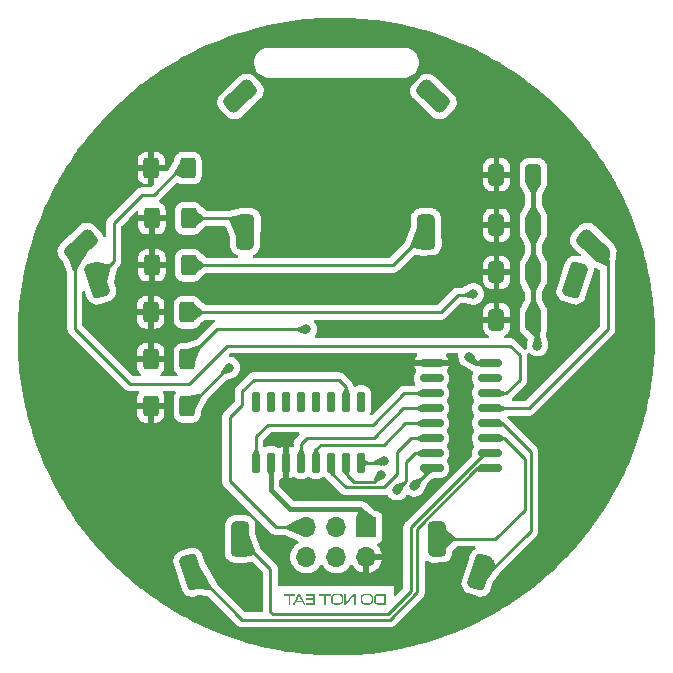
<source format=gbr>
%TF.GenerationSoftware,KiCad,Pcbnew,(7.0.0)*%
%TF.CreationDate,2023-12-18T14:13:41-05:00*%
%TF.ProjectId,MAGFest2023SolderingClass_variant1,4d414746-6573-4743-9230-3233536f6c64,rev?*%
%TF.SameCoordinates,Original*%
%TF.FileFunction,Copper,L2,Bot*%
%TF.FilePolarity,Positive*%
%FSLAX46Y46*%
G04 Gerber Fmt 4.6, Leading zero omitted, Abs format (unit mm)*
G04 Created by KiCad (PCBNEW (7.0.0)) date 2023-12-18 14:13:41*
%MOMM*%
%LPD*%
G01*
G04 APERTURE LIST*
G04 Aperture macros list*
%AMRoundRect*
0 Rectangle with rounded corners*
0 $1 Rounding radius*
0 $2 $3 $4 $5 $6 $7 $8 $9 X,Y pos of 4 corners*
0 Add a 4 corners polygon primitive as box body*
4,1,4,$2,$3,$4,$5,$6,$7,$8,$9,$2,$3,0*
0 Add four circle primitives for the rounded corners*
1,1,$1+$1,$2,$3*
1,1,$1+$1,$4,$5*
1,1,$1+$1,$6,$7*
1,1,$1+$1,$8,$9*
0 Add four rect primitives between the rounded corners*
20,1,$1+$1,$2,$3,$4,$5,0*
20,1,$1+$1,$4,$5,$6,$7,0*
20,1,$1+$1,$6,$7,$8,$9,0*
20,1,$1+$1,$8,$9,$2,$3,0*%
G04 Aperture macros list end*
%ADD10C,0.200000*%
%TA.AperFunction,NonConductor*%
%ADD11C,0.200000*%
%TD*%
%TA.AperFunction,ComponentPad*%
%ADD12RoundRect,0.381000X-0.016563X1.181968X-0.708143X-0.946497X0.016563X-1.181968X0.708143X0.946497X0*%
%TD*%
%TA.AperFunction,ComponentPad*%
%ADD13RoundRect,0.381000X-0.419820X1.105022X-0.341715X-1.131615X0.419820X-1.105022X0.341715X1.131615X0*%
%TD*%
%TA.AperFunction,ComponentPad*%
%ADD14RoundRect,0.381000X-0.708143X0.946497X-0.016563X-1.181968X0.708143X-0.946497X0.016563X1.181968X0*%
%TD*%
%TA.AperFunction,ComponentPad*%
%ADD15RoundRect,0.381000X0.558543X1.041802X-1.078226X-0.484510X-0.558543X-1.041802X1.078226X0.484510X0*%
%TD*%
%TA.AperFunction,ComponentPad*%
%ADD16R,1.700000X1.700000*%
%TD*%
%TA.AperFunction,ComponentPad*%
%ADD17O,1.700000X1.700000*%
%TD*%
%TA.AperFunction,ComponentPad*%
%ADD18RoundRect,0.381000X-1.078226X0.484510X0.558543X-1.041802X1.078226X-0.484510X-0.558543X1.041802X0*%
%TD*%
%TA.AperFunction,ComponentPad*%
%ADD19RoundRect,0.381000X-0.361413X1.125479X-0.400471X-1.112180X0.361413X-1.125479X0.400471X1.112180X0*%
%TD*%
%TA.AperFunction,SMDPad,CuDef*%
%ADD20RoundRect,0.250000X0.412500X0.650000X-0.412500X0.650000X-0.412500X-0.650000X0.412500X-0.650000X0*%
%TD*%
%TA.AperFunction,SMDPad,CuDef*%
%ADD21RoundRect,0.250000X0.400000X0.625000X-0.400000X0.625000X-0.400000X-0.625000X0.400000X-0.625000X0*%
%TD*%
%TA.AperFunction,SMDPad,CuDef*%
%ADD22RoundRect,0.150000X-0.825000X-0.150000X0.825000X-0.150000X0.825000X0.150000X-0.825000X0.150000X0*%
%TD*%
%TA.AperFunction,SMDPad,CuDef*%
%ADD23RoundRect,0.150000X-0.150000X0.725000X-0.150000X-0.725000X0.150000X-0.725000X0.150000X0.725000X0*%
%TD*%
%TA.AperFunction,ViaPad*%
%ADD24C,0.800000*%
%TD*%
%TA.AperFunction,Conductor*%
%ADD25C,0.250000*%
%TD*%
%TA.AperFunction,Conductor*%
%ADD26C,0.400000*%
%TD*%
G04 APERTURE END LIST*
D10*
D11*
G36*
X151215837Y-97527161D02*
G01*
X151223551Y-97533933D01*
X151226356Y-97544547D01*
X151226436Y-97547179D01*
X151226436Y-98396167D01*
X151224813Y-98405967D01*
X151218422Y-98413589D01*
X151208404Y-98416360D01*
X151205920Y-98416440D01*
X150618027Y-98416440D01*
X150603193Y-98416352D01*
X150588672Y-98416088D01*
X150574464Y-98415650D01*
X150560569Y-98415035D01*
X150546987Y-98414245D01*
X150533718Y-98413280D01*
X150520761Y-98412139D01*
X150508118Y-98410822D01*
X150495788Y-98409330D01*
X150483770Y-98407662D01*
X150472065Y-98405819D01*
X150460674Y-98403800D01*
X150449595Y-98401606D01*
X150438829Y-98399236D01*
X150428376Y-98396690D01*
X150418237Y-98393969D01*
X150408381Y-98391051D01*
X150398842Y-98387974D01*
X150389620Y-98384738D01*
X150376381Y-98379589D01*
X150363854Y-98374082D01*
X150352041Y-98368220D01*
X150340939Y-98362001D01*
X150330551Y-98355426D01*
X150320875Y-98348494D01*
X150311912Y-98341206D01*
X150303662Y-98333562D01*
X150298558Y-98328268D01*
X150291648Y-98320104D01*
X150285117Y-98311275D01*
X150278963Y-98301780D01*
X150273187Y-98291620D01*
X150267789Y-98280794D01*
X150262768Y-98269303D01*
X150258126Y-98257147D01*
X150253861Y-98244325D01*
X150249974Y-98230837D01*
X150246465Y-98216684D01*
X150244336Y-98206879D01*
X150242354Y-98196770D01*
X150240500Y-98186347D01*
X150238774Y-98175612D01*
X150237176Y-98164564D01*
X150235706Y-98153203D01*
X150234364Y-98141529D01*
X150233149Y-98129542D01*
X150232062Y-98117242D01*
X150231104Y-98104629D01*
X150230273Y-98091703D01*
X150229569Y-98078465D01*
X150228994Y-98064913D01*
X150228547Y-98051048D01*
X150228227Y-98036871D01*
X150228035Y-98022380D01*
X150227971Y-98007577D01*
X150227971Y-98007333D01*
X150355466Y-98007333D01*
X150355492Y-98019750D01*
X150355569Y-98031816D01*
X150355698Y-98043530D01*
X150355878Y-98054891D01*
X150356110Y-98065901D01*
X150356394Y-98076558D01*
X150356728Y-98086864D01*
X150357115Y-98096817D01*
X150357710Y-98109541D01*
X150358397Y-98121638D01*
X150359153Y-98133045D01*
X150360076Y-98143697D01*
X150361168Y-98153592D01*
X150362768Y-98164899D01*
X150364631Y-98175025D01*
X150367213Y-98185619D01*
X150369144Y-98191736D01*
X150371924Y-98202532D01*
X150375318Y-98212573D01*
X150379325Y-98221858D01*
X150385624Y-98233063D01*
X150393014Y-98242924D01*
X150401496Y-98251442D01*
X150411069Y-98258617D01*
X150421734Y-98264448D01*
X150430449Y-98267940D01*
X150440102Y-98272130D01*
X150451203Y-98275908D01*
X150463750Y-98279274D01*
X150477744Y-98282228D01*
X150487877Y-98283968D01*
X150498654Y-98285525D01*
X150510073Y-98286899D01*
X150522135Y-98288090D01*
X150534841Y-98289097D01*
X150548189Y-98289922D01*
X150562181Y-98290563D01*
X150576815Y-98291021D01*
X150592093Y-98291296D01*
X150608013Y-98291387D01*
X151097232Y-98291387D01*
X151097232Y-97650494D01*
X150630484Y-97650494D01*
X150619779Y-97650545D01*
X150609310Y-97650698D01*
X150599077Y-97650953D01*
X150589081Y-97651311D01*
X150579320Y-97651770D01*
X150560508Y-97652995D01*
X150542640Y-97654628D01*
X150525717Y-97656670D01*
X150509738Y-97659120D01*
X150494703Y-97661979D01*
X150480614Y-97665245D01*
X150467468Y-97668920D01*
X150455268Y-97673004D01*
X150444012Y-97677496D01*
X150433700Y-97682396D01*
X150424333Y-97687704D01*
X150415910Y-97693421D01*
X150405047Y-97702762D01*
X150396187Y-97713473D01*
X150390764Y-97721880D01*
X150385728Y-97731301D01*
X150381080Y-97741735D01*
X150376819Y-97753182D01*
X150372946Y-97765642D01*
X150369459Y-97779115D01*
X150366361Y-97793602D01*
X150363649Y-97809102D01*
X150361325Y-97825615D01*
X150359388Y-97843141D01*
X150357839Y-97861681D01*
X150356677Y-97881234D01*
X150356241Y-97891390D01*
X150355902Y-97901800D01*
X150355660Y-97912463D01*
X150355515Y-97923379D01*
X150355466Y-97934548D01*
X150355466Y-98007333D01*
X150227971Y-98007333D01*
X150227993Y-97995575D01*
X150228059Y-97983809D01*
X150228169Y-97972280D01*
X150228323Y-97960988D01*
X150228520Y-97949932D01*
X150228761Y-97939113D01*
X150229047Y-97928530D01*
X150229376Y-97918184D01*
X150229749Y-97908075D01*
X150230166Y-97898202D01*
X150230873Y-97883836D01*
X150231680Y-97870003D01*
X150232585Y-97856703D01*
X150233589Y-97843934D01*
X150234657Y-97831616D01*
X150235756Y-97819757D01*
X150236884Y-97808358D01*
X150238043Y-97797417D01*
X150239231Y-97786937D01*
X150240450Y-97776915D01*
X150242121Y-97764268D01*
X150243846Y-97752438D01*
X150245625Y-97741424D01*
X150246534Y-97736223D01*
X150250191Y-97722512D01*
X150254384Y-97709284D01*
X150259113Y-97696538D01*
X150264379Y-97684276D01*
X150270181Y-97672496D01*
X150276518Y-97661199D01*
X150283393Y-97650384D01*
X150290803Y-97640053D01*
X150298749Y-97630204D01*
X150307232Y-97620838D01*
X150316251Y-97611954D01*
X150325806Y-97603554D01*
X150335897Y-97595636D01*
X150346525Y-97588201D01*
X150357688Y-97581248D01*
X150369388Y-97574779D01*
X150381162Y-97568804D01*
X150393648Y-97563215D01*
X150406846Y-97558012D01*
X150420755Y-97553194D01*
X150435377Y-97548761D01*
X150450709Y-97544714D01*
X150466754Y-97541052D01*
X150483510Y-97537776D01*
X150500979Y-97534885D01*
X150519159Y-97532380D01*
X150538050Y-97530260D01*
X150557653Y-97528525D01*
X150567722Y-97527802D01*
X150577969Y-97527176D01*
X150588393Y-97526646D01*
X150598995Y-97526212D01*
X150609776Y-97525875D01*
X150620734Y-97525634D01*
X150631870Y-97525490D01*
X150643184Y-97525442D01*
X151205920Y-97525442D01*
X151215837Y-97527161D01*
G37*
G36*
X149706895Y-97509836D02*
G01*
X149718299Y-97509914D01*
X149729489Y-97510044D01*
X149740467Y-97510226D01*
X149751231Y-97510460D01*
X149761781Y-97510746D01*
X149772119Y-97511084D01*
X149782243Y-97511474D01*
X149792155Y-97511916D01*
X149811337Y-97512956D01*
X149829667Y-97514204D01*
X149847144Y-97515660D01*
X149863767Y-97517324D01*
X149879538Y-97519196D01*
X149894456Y-97521275D01*
X149908521Y-97523563D01*
X149921733Y-97526059D01*
X149934092Y-97528763D01*
X149945598Y-97531675D01*
X149956251Y-97534795D01*
X149961258Y-97536433D01*
X149962479Y-97536433D01*
X149972308Y-97539892D01*
X149981828Y-97543582D01*
X149991039Y-97547505D01*
X149999940Y-97551660D01*
X150011328Y-97557560D01*
X150022166Y-97563872D01*
X150032455Y-97570596D01*
X150042194Y-97577732D01*
X150051384Y-97585281D01*
X150060024Y-97593234D01*
X150068237Y-97601584D01*
X150076022Y-97610331D01*
X150083380Y-97619475D01*
X150090310Y-97629016D01*
X150096813Y-97638953D01*
X150102889Y-97649288D01*
X150108537Y-97660019D01*
X150113353Y-97671194D01*
X150117787Y-97683100D01*
X150120863Y-97692511D01*
X150123724Y-97702334D01*
X150126370Y-97712570D01*
X150128801Y-97723217D01*
X150131018Y-97734277D01*
X150133020Y-97745749D01*
X150134808Y-97757633D01*
X150136380Y-97769929D01*
X150137777Y-97782624D01*
X150139036Y-97795706D01*
X150140158Y-97809174D01*
X150141143Y-97823029D01*
X150141990Y-97837270D01*
X150142700Y-97851897D01*
X150143097Y-97861863D01*
X150143433Y-97872001D01*
X150143708Y-97882311D01*
X150143921Y-97892792D01*
X150144074Y-97903446D01*
X150144166Y-97914270D01*
X150144196Y-97925267D01*
X150144177Y-97938656D01*
X150144120Y-97951771D01*
X150144024Y-97964614D01*
X150143891Y-97977184D01*
X150143719Y-97989481D01*
X150143509Y-98001505D01*
X150143261Y-98013257D01*
X150142975Y-98024735D01*
X150142651Y-98035941D01*
X150142288Y-98046873D01*
X150141887Y-98057533D01*
X150141448Y-98067920D01*
X150140971Y-98078034D01*
X150140456Y-98087876D01*
X150139612Y-98102126D01*
X150139311Y-98106740D01*
X150138337Y-98120201D01*
X150137248Y-98133109D01*
X150136042Y-98145463D01*
X150134720Y-98157263D01*
X150133283Y-98168510D01*
X150131729Y-98179202D01*
X150130060Y-98189341D01*
X150127654Y-98201998D01*
X150125041Y-98213670D01*
X150122947Y-98221778D01*
X150118522Y-98235577D01*
X150113612Y-98248824D01*
X150108218Y-98261520D01*
X150102339Y-98273664D01*
X150095975Y-98285257D01*
X150089127Y-98296299D01*
X150081794Y-98306789D01*
X150073976Y-98316727D01*
X150065674Y-98326114D01*
X150056887Y-98334950D01*
X150047615Y-98343234D01*
X150037859Y-98350967D01*
X150027618Y-98358148D01*
X150016892Y-98364778D01*
X150005682Y-98370857D01*
X149993987Y-98376384D01*
X149982974Y-98381234D01*
X149970940Y-98385772D01*
X149957886Y-98389996D01*
X149943810Y-98393908D01*
X149928714Y-98397507D01*
X149912597Y-98400793D01*
X149895459Y-98403766D01*
X149877300Y-98406426D01*
X149858120Y-98408773D01*
X149848147Y-98409829D01*
X149837919Y-98410807D01*
X149827436Y-98411706D01*
X149816698Y-98412528D01*
X149805704Y-98413271D01*
X149794456Y-98413936D01*
X149782952Y-98414523D01*
X149771192Y-98415031D01*
X149759178Y-98415462D01*
X149746908Y-98415814D01*
X149734384Y-98416087D01*
X149721604Y-98416283D01*
X149708568Y-98416400D01*
X149695278Y-98416440D01*
X149559479Y-98416440D01*
X149547986Y-98416412D01*
X149536711Y-98416329D01*
X149525653Y-98416190D01*
X149514813Y-98415997D01*
X149504190Y-98415748D01*
X149493785Y-98415443D01*
X149483597Y-98415084D01*
X149473627Y-98414669D01*
X149459080Y-98413942D01*
X149445022Y-98413092D01*
X149431454Y-98412116D01*
X149418375Y-98411017D01*
X149405786Y-98409792D01*
X149401698Y-98409356D01*
X149389677Y-98407964D01*
X149377979Y-98406443D01*
X149366602Y-98404793D01*
X149355547Y-98403014D01*
X149344815Y-98401106D01*
X149334404Y-98399070D01*
X149324316Y-98396904D01*
X149314549Y-98394610D01*
X149302028Y-98391351D01*
X149290079Y-98387863D01*
X149295941Y-98382001D01*
X149283755Y-98379566D01*
X149271990Y-98376414D01*
X149260644Y-98372544D01*
X149249718Y-98367957D01*
X149239211Y-98362653D01*
X149229125Y-98356631D01*
X149219458Y-98349891D01*
X149210211Y-98342434D01*
X149201342Y-98334427D01*
X149192931Y-98326039D01*
X149184978Y-98317269D01*
X149177483Y-98308118D01*
X149170446Y-98298585D01*
X149163866Y-98288670D01*
X149157745Y-98278374D01*
X149152082Y-98267696D01*
X149147254Y-98256178D01*
X149142785Y-98243974D01*
X149139669Y-98234369D01*
X149136754Y-98224379D01*
X149134042Y-98214002D01*
X149131531Y-98203238D01*
X149129222Y-98192089D01*
X149127115Y-98180552D01*
X149125209Y-98168630D01*
X149123505Y-98156321D01*
X149121978Y-98143638D01*
X149120600Y-98130595D01*
X149119373Y-98117191D01*
X149118296Y-98103427D01*
X149117369Y-98089302D01*
X149116593Y-98074816D01*
X149116159Y-98064959D01*
X149115792Y-98054941D01*
X149115491Y-98044763D01*
X149115257Y-98034425D01*
X149115090Y-98023926D01*
X149114990Y-98013267D01*
X149114959Y-98003181D01*
X149242452Y-98003181D01*
X149242501Y-98016602D01*
X149242649Y-98029662D01*
X149242896Y-98042362D01*
X149243241Y-98054701D01*
X149243686Y-98066679D01*
X149244229Y-98078297D01*
X149244871Y-98089554D01*
X149245611Y-98100450D01*
X149246451Y-98110986D01*
X149247389Y-98121161D01*
X149248069Y-98127744D01*
X149249561Y-98140392D01*
X149251351Y-98152321D01*
X149253439Y-98163534D01*
X149255824Y-98174028D01*
X149258507Y-98183806D01*
X149262279Y-98195019D01*
X149266516Y-98205110D01*
X149268341Y-98208833D01*
X149272446Y-98218565D01*
X149277340Y-98227609D01*
X149283024Y-98235967D01*
X149289499Y-98243638D01*
X149296763Y-98250622D01*
X149304817Y-98256918D01*
X149313662Y-98262528D01*
X149323296Y-98267451D01*
X149333720Y-98271687D01*
X149344934Y-98275237D01*
X149352849Y-98277221D01*
X149363767Y-98279753D01*
X149376463Y-98282035D01*
X149390935Y-98284069D01*
X149401571Y-98285286D01*
X149412997Y-98286393D01*
X149425213Y-98287389D01*
X149438219Y-98288274D01*
X149452015Y-98289049D01*
X149466601Y-98289713D01*
X149481977Y-98290267D01*
X149498143Y-98290709D01*
X149515099Y-98291041D01*
X149532844Y-98291263D01*
X149551380Y-98291373D01*
X149560944Y-98291387D01*
X149695278Y-98291387D01*
X149714357Y-98291332D01*
X149732639Y-98291166D01*
X149750124Y-98290889D01*
X149766810Y-98290502D01*
X149782700Y-98290004D01*
X149797791Y-98289395D01*
X149812085Y-98288676D01*
X149825581Y-98287846D01*
X149838280Y-98286905D01*
X149850181Y-98285854D01*
X149861285Y-98284691D01*
X149871591Y-98283419D01*
X149885554Y-98281302D01*
X149897723Y-98278937D01*
X149904838Y-98277221D01*
X149916395Y-98274088D01*
X149927252Y-98270277D01*
X149937409Y-98265788D01*
X149946867Y-98260620D01*
X149955625Y-98254774D01*
X149963683Y-98248250D01*
X149971041Y-98241047D01*
X149977699Y-98233166D01*
X149983657Y-98224606D01*
X149988916Y-98215368D01*
X149992033Y-98208833D01*
X149996660Y-98196609D01*
X150000831Y-98182924D01*
X150003360Y-98172990D01*
X150005686Y-98162408D01*
X150007809Y-98151177D01*
X150009731Y-98139296D01*
X150011450Y-98126767D01*
X150012967Y-98113590D01*
X150014282Y-98099763D01*
X150015394Y-98085288D01*
X150016304Y-98070164D01*
X150017012Y-98054391D01*
X150017518Y-98037970D01*
X150017821Y-98020900D01*
X150017923Y-98003181D01*
X150017923Y-97924534D01*
X150017820Y-97906814D01*
X150017514Y-97889741D01*
X150017004Y-97873315D01*
X150016289Y-97857536D01*
X150015370Y-97842403D01*
X150014247Y-97827917D01*
X150012920Y-97814078D01*
X150011389Y-97800886D01*
X150009654Y-97788341D01*
X150007714Y-97776443D01*
X150005570Y-97765192D01*
X150003222Y-97754587D01*
X150000670Y-97744630D01*
X149996459Y-97730906D01*
X149991789Y-97718638D01*
X149987300Y-97708688D01*
X149982077Y-97699446D01*
X149976120Y-97690913D01*
X149969429Y-97683089D01*
X149962004Y-97675973D01*
X149953844Y-97669565D01*
X149944950Y-97663866D01*
X149935323Y-97658875D01*
X149924961Y-97654592D01*
X149913865Y-97651018D01*
X149906059Y-97649028D01*
X149894869Y-97646497D01*
X149881905Y-97644214D01*
X149867168Y-97642181D01*
X149856359Y-97640963D01*
X149844761Y-97639856D01*
X149832375Y-97638860D01*
X149819201Y-97637975D01*
X149805239Y-97637200D01*
X149790489Y-97636536D01*
X149774951Y-97635983D01*
X149758625Y-97635540D01*
X149741511Y-97635208D01*
X149723609Y-97634987D01*
X149704918Y-97634876D01*
X149695278Y-97634862D01*
X149560944Y-97634862D01*
X149541865Y-97634918D01*
X149523583Y-97635084D01*
X149506098Y-97635360D01*
X149489412Y-97635748D01*
X149473522Y-97636246D01*
X149458431Y-97636854D01*
X149444137Y-97637574D01*
X149430641Y-97638404D01*
X149417942Y-97639345D01*
X149406041Y-97640396D01*
X149394937Y-97641558D01*
X149384631Y-97642831D01*
X149370668Y-97644947D01*
X149358499Y-97647313D01*
X149351384Y-97649028D01*
X149339700Y-97652130D01*
X149328827Y-97655941D01*
X149318765Y-97660459D01*
X149309515Y-97665687D01*
X149301077Y-97671622D01*
X149293450Y-97678266D01*
X149286634Y-97685618D01*
X149280630Y-97693679D01*
X149275437Y-97702448D01*
X149271056Y-97711926D01*
X149268586Y-97718638D01*
X149264092Y-97728351D01*
X149260075Y-97739174D01*
X149257205Y-97748631D01*
X149254641Y-97758798D01*
X149252382Y-97769674D01*
X149250428Y-97781260D01*
X149248779Y-97793556D01*
X149248069Y-97799971D01*
X149247065Y-97809905D01*
X149246160Y-97820201D01*
X149245354Y-97830857D01*
X149244646Y-97841873D01*
X149244037Y-97853251D01*
X149243527Y-97864989D01*
X149243115Y-97877087D01*
X149242803Y-97889547D01*
X149242589Y-97902367D01*
X149242473Y-97915547D01*
X149242452Y-97924534D01*
X149242452Y-98003181D01*
X149114959Y-98003181D01*
X149114957Y-98002448D01*
X149114979Y-97989059D01*
X149115045Y-97975944D01*
X149115154Y-97963101D01*
X149115308Y-97950531D01*
X149115505Y-97938234D01*
X149115747Y-97926210D01*
X149116032Y-97914458D01*
X149116361Y-97902980D01*
X149116734Y-97891774D01*
X149117151Y-97880842D01*
X149117612Y-97870182D01*
X149118117Y-97859795D01*
X149118665Y-97849681D01*
X149119258Y-97839839D01*
X149120229Y-97825589D01*
X149120574Y-97820975D01*
X149121653Y-97807487D01*
X149122784Y-97794591D01*
X149123966Y-97782288D01*
X149125200Y-97770577D01*
X149126485Y-97759459D01*
X149127821Y-97748933D01*
X149129210Y-97739000D01*
X149131141Y-97726677D01*
X149133163Y-97715408D01*
X149134740Y-97707647D01*
X149137865Y-97696959D01*
X149141286Y-97686601D01*
X149145004Y-97676574D01*
X149149017Y-97666877D01*
X149153327Y-97657511D01*
X149157933Y-97648476D01*
X149162835Y-97639771D01*
X149168034Y-97631397D01*
X149175426Y-97620746D01*
X149183345Y-97610682D01*
X149191687Y-97601203D01*
X149200472Y-97592303D01*
X149209700Y-97583984D01*
X149219371Y-97576244D01*
X149229484Y-97569085D01*
X149240040Y-97562505D01*
X149251038Y-97556506D01*
X149262479Y-97551087D01*
X149274316Y-97546089D01*
X149287049Y-97541413D01*
X149300679Y-97537059D01*
X149315205Y-97533028D01*
X149330629Y-97529320D01*
X149346949Y-97525934D01*
X149364167Y-97522870D01*
X149382281Y-97520129D01*
X149401291Y-97517711D01*
X149411133Y-97516622D01*
X149421199Y-97515615D01*
X149431489Y-97514688D01*
X149442004Y-97513841D01*
X149452742Y-97513075D01*
X149463705Y-97512390D01*
X149474892Y-97511785D01*
X149486303Y-97511261D01*
X149497939Y-97510818D01*
X149509798Y-97510455D01*
X149521882Y-97510173D01*
X149534190Y-97509971D01*
X149546722Y-97509850D01*
X149559479Y-97509810D01*
X149695278Y-97509810D01*
X149706895Y-97509836D01*
G37*
G36*
X147730588Y-98416440D02*
G01*
X147720671Y-98414817D01*
X147712957Y-98408425D01*
X147710152Y-98398408D01*
X147710072Y-98395923D01*
X147710072Y-97531792D01*
X147711695Y-97521166D01*
X147718086Y-97512901D01*
X147728104Y-97509896D01*
X147730588Y-97509810D01*
X147818760Y-97509810D01*
X147829268Y-97511549D01*
X147837441Y-97518397D01*
X147840307Y-97527864D01*
X147840498Y-97531792D01*
X147840498Y-98252064D01*
X148454036Y-97517870D01*
X148462157Y-97511825D01*
X148469911Y-97509810D01*
X148664329Y-97509810D01*
X148674246Y-97511549D01*
X148681960Y-97518397D01*
X148684665Y-97527864D01*
X148684845Y-97531792D01*
X148684845Y-98395923D01*
X148683222Y-98405841D01*
X148676831Y-98413554D01*
X148666813Y-98416359D01*
X148664329Y-98416440D01*
X148576401Y-98416440D01*
X148566484Y-98414817D01*
X148558770Y-98408425D01*
X148555965Y-98398408D01*
X148555885Y-98395923D01*
X148555885Y-97624116D01*
X148539276Y-97624116D01*
X147871761Y-98408379D01*
X147864586Y-98415306D01*
X147856618Y-98416440D01*
X147730588Y-98416440D01*
G37*
G36*
X147182401Y-97509836D02*
G01*
X147193805Y-97509914D01*
X147204995Y-97510044D01*
X147215972Y-97510226D01*
X147226737Y-97510460D01*
X147237287Y-97510746D01*
X147247625Y-97511084D01*
X147257749Y-97511474D01*
X147267661Y-97511916D01*
X147286843Y-97512956D01*
X147305173Y-97514204D01*
X147322650Y-97515660D01*
X147339273Y-97517324D01*
X147355044Y-97519196D01*
X147369962Y-97521275D01*
X147384027Y-97523563D01*
X147397239Y-97526059D01*
X147409598Y-97528763D01*
X147421104Y-97531675D01*
X147431757Y-97534795D01*
X147436764Y-97536433D01*
X147437985Y-97536433D01*
X147447814Y-97539892D01*
X147457334Y-97543582D01*
X147466545Y-97547505D01*
X147475446Y-97551660D01*
X147486834Y-97557560D01*
X147497672Y-97563872D01*
X147507961Y-97570596D01*
X147517700Y-97577732D01*
X147526890Y-97585281D01*
X147535530Y-97593234D01*
X147543743Y-97601584D01*
X147551528Y-97610331D01*
X147558886Y-97619475D01*
X147565816Y-97629016D01*
X147572319Y-97638953D01*
X147578394Y-97649288D01*
X147584043Y-97660019D01*
X147588859Y-97671194D01*
X147593293Y-97683100D01*
X147596369Y-97692511D01*
X147599230Y-97702334D01*
X147601876Y-97712570D01*
X147604307Y-97723217D01*
X147606524Y-97734277D01*
X147608526Y-97745749D01*
X147610313Y-97757633D01*
X147611886Y-97769929D01*
X147613283Y-97782624D01*
X147614542Y-97795706D01*
X147615664Y-97809174D01*
X147616649Y-97823029D01*
X147617496Y-97837270D01*
X147618206Y-97851897D01*
X147618603Y-97861863D01*
X147618939Y-97872001D01*
X147619214Y-97882311D01*
X147619427Y-97892792D01*
X147619580Y-97903446D01*
X147619672Y-97914270D01*
X147619702Y-97925267D01*
X147619683Y-97938656D01*
X147619626Y-97951771D01*
X147619530Y-97964614D01*
X147619397Y-97977184D01*
X147619225Y-97989481D01*
X147619015Y-98001505D01*
X147618767Y-98013257D01*
X147618481Y-98024735D01*
X147618156Y-98035941D01*
X147617794Y-98046873D01*
X147617393Y-98057533D01*
X147616954Y-98067920D01*
X147616477Y-98078034D01*
X147615962Y-98087876D01*
X147615118Y-98102126D01*
X147614817Y-98106740D01*
X147613843Y-98120201D01*
X147612754Y-98133109D01*
X147611548Y-98145463D01*
X147610226Y-98157263D01*
X147608789Y-98168510D01*
X147607235Y-98179202D01*
X147605566Y-98189341D01*
X147603160Y-98201998D01*
X147600547Y-98213670D01*
X147598453Y-98221778D01*
X147594028Y-98235577D01*
X147589118Y-98248824D01*
X147583724Y-98261520D01*
X147577845Y-98273664D01*
X147571481Y-98285257D01*
X147564633Y-98296299D01*
X147557300Y-98306789D01*
X147549482Y-98316727D01*
X147541180Y-98326114D01*
X147532393Y-98334950D01*
X147523121Y-98343234D01*
X147513365Y-98350967D01*
X147503124Y-98358148D01*
X147492398Y-98364778D01*
X147481188Y-98370857D01*
X147469493Y-98376384D01*
X147458480Y-98381234D01*
X147446446Y-98385772D01*
X147433392Y-98389996D01*
X147419316Y-98393908D01*
X147404220Y-98397507D01*
X147388103Y-98400793D01*
X147370965Y-98403766D01*
X147352806Y-98406426D01*
X147333626Y-98408773D01*
X147323653Y-98409829D01*
X147313425Y-98410807D01*
X147302942Y-98411706D01*
X147292204Y-98412528D01*
X147281210Y-98413271D01*
X147269962Y-98413936D01*
X147258458Y-98414523D01*
X147246698Y-98415031D01*
X147234684Y-98415462D01*
X147222414Y-98415814D01*
X147209890Y-98416087D01*
X147197109Y-98416283D01*
X147184074Y-98416400D01*
X147170784Y-98416440D01*
X147034985Y-98416440D01*
X147023492Y-98416412D01*
X147012217Y-98416329D01*
X147001159Y-98416190D01*
X146990319Y-98415997D01*
X146979696Y-98415748D01*
X146969291Y-98415443D01*
X146959103Y-98415084D01*
X146949133Y-98414669D01*
X146934586Y-98413942D01*
X146920528Y-98413092D01*
X146906960Y-98412116D01*
X146893881Y-98411017D01*
X146881292Y-98409792D01*
X146877204Y-98409356D01*
X146865183Y-98407964D01*
X146853485Y-98406443D01*
X146842108Y-98404793D01*
X146831053Y-98403014D01*
X146820321Y-98401106D01*
X146809910Y-98399070D01*
X146799822Y-98396904D01*
X146790055Y-98394610D01*
X146777534Y-98391351D01*
X146765585Y-98387863D01*
X146771447Y-98382001D01*
X146759261Y-98379566D01*
X146747496Y-98376414D01*
X146736150Y-98372544D01*
X146725224Y-98367957D01*
X146714717Y-98362653D01*
X146704631Y-98356631D01*
X146694964Y-98349891D01*
X146685717Y-98342434D01*
X146676848Y-98334427D01*
X146668437Y-98326039D01*
X146660484Y-98317269D01*
X146652989Y-98308118D01*
X146645952Y-98298585D01*
X146639372Y-98288670D01*
X146633251Y-98278374D01*
X146627588Y-98267696D01*
X146622760Y-98256178D01*
X146618291Y-98243974D01*
X146615175Y-98234369D01*
X146612260Y-98224379D01*
X146609548Y-98214002D01*
X146607037Y-98203238D01*
X146604728Y-98192089D01*
X146602620Y-98180552D01*
X146600715Y-98168630D01*
X146599011Y-98156321D01*
X146597483Y-98143638D01*
X146596106Y-98130595D01*
X146594879Y-98117191D01*
X146593802Y-98103427D01*
X146592875Y-98089302D01*
X146592099Y-98074816D01*
X146591665Y-98064959D01*
X146591298Y-98054941D01*
X146590997Y-98044763D01*
X146590763Y-98034425D01*
X146590596Y-98023926D01*
X146590496Y-98013267D01*
X146590465Y-98003181D01*
X146717957Y-98003181D01*
X146718007Y-98016602D01*
X146718155Y-98029662D01*
X146718402Y-98042362D01*
X146718747Y-98054701D01*
X146719192Y-98066679D01*
X146719735Y-98078297D01*
X146720377Y-98089554D01*
X146721117Y-98100450D01*
X146721957Y-98110986D01*
X146722895Y-98121161D01*
X146723575Y-98127744D01*
X146725067Y-98140392D01*
X146726857Y-98152321D01*
X146728945Y-98163534D01*
X146731330Y-98174028D01*
X146734013Y-98183806D01*
X146737785Y-98195019D01*
X146742022Y-98205110D01*
X146743847Y-98208833D01*
X146747952Y-98218565D01*
X146752846Y-98227609D01*
X146758530Y-98235967D01*
X146765005Y-98243638D01*
X146772269Y-98250622D01*
X146780323Y-98256918D01*
X146789168Y-98262528D01*
X146798802Y-98267451D01*
X146809226Y-98271687D01*
X146820440Y-98275237D01*
X146828355Y-98277221D01*
X146839273Y-98279753D01*
X146851969Y-98282035D01*
X146866441Y-98284069D01*
X146877077Y-98285286D01*
X146888503Y-98286393D01*
X146900719Y-98287389D01*
X146913725Y-98288274D01*
X146927521Y-98289049D01*
X146942107Y-98289713D01*
X146957483Y-98290267D01*
X146973649Y-98290709D01*
X146990605Y-98291041D01*
X147008350Y-98291263D01*
X147026886Y-98291373D01*
X147036450Y-98291387D01*
X147170784Y-98291387D01*
X147189863Y-98291332D01*
X147208145Y-98291166D01*
X147225630Y-98290889D01*
X147242316Y-98290502D01*
X147258205Y-98290004D01*
X147273297Y-98289395D01*
X147287591Y-98288676D01*
X147301087Y-98287846D01*
X147313786Y-98286905D01*
X147325687Y-98285854D01*
X147336791Y-98284691D01*
X147347097Y-98283419D01*
X147361060Y-98281302D01*
X147373229Y-98278937D01*
X147380344Y-98277221D01*
X147391901Y-98274088D01*
X147402758Y-98270277D01*
X147412915Y-98265788D01*
X147422373Y-98260620D01*
X147431131Y-98254774D01*
X147439188Y-98248250D01*
X147446547Y-98241047D01*
X147453205Y-98233166D01*
X147459163Y-98224606D01*
X147464422Y-98215368D01*
X147467539Y-98208833D01*
X147472166Y-98196609D01*
X147476337Y-98182924D01*
X147478866Y-98172990D01*
X147481192Y-98162408D01*
X147483315Y-98151177D01*
X147485237Y-98139296D01*
X147486956Y-98126767D01*
X147488473Y-98113590D01*
X147489788Y-98099763D01*
X147490900Y-98085288D01*
X147491810Y-98070164D01*
X147492518Y-98054391D01*
X147493024Y-98037970D01*
X147493327Y-98020900D01*
X147493428Y-98003181D01*
X147493428Y-97924534D01*
X147493326Y-97906814D01*
X147493020Y-97889741D01*
X147492510Y-97873315D01*
X147491795Y-97857536D01*
X147490876Y-97842403D01*
X147489753Y-97827917D01*
X147488426Y-97814078D01*
X147486895Y-97800886D01*
X147485160Y-97788341D01*
X147483220Y-97776443D01*
X147481076Y-97765192D01*
X147478728Y-97754587D01*
X147476176Y-97744630D01*
X147471965Y-97730906D01*
X147467295Y-97718638D01*
X147462806Y-97708688D01*
X147457583Y-97699446D01*
X147451626Y-97690913D01*
X147444935Y-97683089D01*
X147437510Y-97675973D01*
X147429350Y-97669565D01*
X147420456Y-97663866D01*
X147410829Y-97658875D01*
X147400467Y-97654592D01*
X147389371Y-97651018D01*
X147381565Y-97649028D01*
X147370375Y-97646497D01*
X147357411Y-97644214D01*
X147342674Y-97642181D01*
X147331864Y-97640963D01*
X147320267Y-97639856D01*
X147307881Y-97638860D01*
X147294707Y-97637975D01*
X147280745Y-97637200D01*
X147265995Y-97636536D01*
X147250457Y-97635983D01*
X147234131Y-97635540D01*
X147217017Y-97635208D01*
X147199115Y-97634987D01*
X147180424Y-97634876D01*
X147170784Y-97634862D01*
X147036450Y-97634862D01*
X147017371Y-97634918D01*
X146999089Y-97635084D01*
X146981604Y-97635360D01*
X146964918Y-97635748D01*
X146949028Y-97636246D01*
X146933937Y-97636854D01*
X146919643Y-97637574D01*
X146906147Y-97638404D01*
X146893448Y-97639345D01*
X146881547Y-97640396D01*
X146870443Y-97641558D01*
X146860137Y-97642831D01*
X146846174Y-97644947D01*
X146834005Y-97647313D01*
X146826890Y-97649028D01*
X146815205Y-97652130D01*
X146804333Y-97655941D01*
X146794271Y-97660459D01*
X146785021Y-97665687D01*
X146776583Y-97671622D01*
X146768956Y-97678266D01*
X146762140Y-97685618D01*
X146756136Y-97693679D01*
X146750943Y-97702448D01*
X146746562Y-97711926D01*
X146744091Y-97718638D01*
X146739598Y-97728351D01*
X146735581Y-97739174D01*
X146732711Y-97748631D01*
X146730147Y-97758798D01*
X146727887Y-97769674D01*
X146725934Y-97781260D01*
X146724285Y-97793556D01*
X146723575Y-97799971D01*
X146722571Y-97809905D01*
X146721666Y-97820201D01*
X146720860Y-97830857D01*
X146720152Y-97841873D01*
X146719543Y-97853251D01*
X146719033Y-97864989D01*
X146718621Y-97877087D01*
X146718309Y-97889547D01*
X146718095Y-97902367D01*
X146717979Y-97915547D01*
X146717957Y-97924534D01*
X146717957Y-98003181D01*
X146590465Y-98003181D01*
X146590463Y-98002448D01*
X146590485Y-97989059D01*
X146590550Y-97975944D01*
X146590660Y-97963101D01*
X146590814Y-97950531D01*
X146591011Y-97938234D01*
X146591253Y-97926210D01*
X146591538Y-97914458D01*
X146591867Y-97902980D01*
X146592240Y-97891774D01*
X146592657Y-97880842D01*
X146593118Y-97870182D01*
X146593623Y-97859795D01*
X146594171Y-97849681D01*
X146594764Y-97839839D01*
X146595735Y-97825589D01*
X146596080Y-97820975D01*
X146597159Y-97807487D01*
X146598290Y-97794591D01*
X146599472Y-97782288D01*
X146600706Y-97770577D01*
X146601991Y-97759459D01*
X146603327Y-97748933D01*
X146604716Y-97739000D01*
X146606647Y-97726677D01*
X146608669Y-97715408D01*
X146610246Y-97707647D01*
X146613371Y-97696959D01*
X146616792Y-97686601D01*
X146620510Y-97676574D01*
X146624523Y-97666877D01*
X146628833Y-97657511D01*
X146633439Y-97648476D01*
X146638341Y-97639771D01*
X146643540Y-97631397D01*
X146650932Y-97620746D01*
X146658851Y-97610682D01*
X146667193Y-97601203D01*
X146675978Y-97592303D01*
X146685206Y-97583984D01*
X146694877Y-97576244D01*
X146704990Y-97569085D01*
X146715546Y-97562505D01*
X146726544Y-97556506D01*
X146737985Y-97551087D01*
X146749822Y-97546089D01*
X146762555Y-97541413D01*
X146776185Y-97537059D01*
X146790711Y-97533028D01*
X146806135Y-97529320D01*
X146822455Y-97525934D01*
X146839672Y-97522870D01*
X146857786Y-97520129D01*
X146876797Y-97517711D01*
X146886639Y-97516622D01*
X146896705Y-97515615D01*
X146906995Y-97514688D01*
X146917510Y-97513841D01*
X146928248Y-97513075D01*
X146939211Y-97512390D01*
X146950398Y-97511785D01*
X146961809Y-97511261D01*
X146973445Y-97510818D01*
X146985304Y-97510455D01*
X146997388Y-97510173D01*
X147009696Y-97509971D01*
X147022228Y-97509850D01*
X147034985Y-97509810D01*
X147170784Y-97509810D01*
X147182401Y-97509836D01*
G37*
G36*
X145620330Y-97650494D02*
G01*
X145609822Y-97648832D01*
X145601649Y-97642289D01*
X145598677Y-97632033D01*
X145598592Y-97629489D01*
X145598592Y-97546446D01*
X145600312Y-97536293D01*
X145607084Y-97528395D01*
X145617698Y-97525524D01*
X145620330Y-97525442D01*
X146531600Y-97525442D01*
X146542226Y-97527103D01*
X146550491Y-97533647D01*
X146553496Y-97543903D01*
X146553582Y-97546446D01*
X146553582Y-97629489D01*
X146551843Y-97639643D01*
X146544995Y-97647540D01*
X146535529Y-97650309D01*
X146531600Y-97650494D01*
X146140567Y-97650494D01*
X146140567Y-98396167D01*
X146139060Y-98405967D01*
X146132363Y-98414044D01*
X146122689Y-98416420D01*
X146121516Y-98416440D01*
X146033345Y-98416440D01*
X146023427Y-98414836D01*
X146015713Y-98408521D01*
X146012909Y-98398622D01*
X146012828Y-98396167D01*
X146012828Y-97650494D01*
X145620330Y-97650494D01*
G37*
G36*
X144449430Y-98416440D02*
G01*
X144439512Y-98414508D01*
X144432460Y-98407089D01*
X144430623Y-98396656D01*
X144430623Y-98311171D01*
X144432460Y-98300738D01*
X144439512Y-98293319D01*
X144449430Y-98291387D01*
X145088613Y-98291387D01*
X145088613Y-98010019D01*
X144470435Y-98010019D01*
X144460517Y-98007968D01*
X144453465Y-98000091D01*
X144451646Y-97990307D01*
X144451628Y-97989015D01*
X144451628Y-97905972D01*
X144453116Y-97895818D01*
X144458974Y-97887921D01*
X144469278Y-97884988D01*
X144470435Y-97884967D01*
X145088613Y-97884967D01*
X145088613Y-97650494D01*
X144449430Y-97650494D01*
X144439512Y-97648443D01*
X144432460Y-97640566D01*
X144430642Y-97630781D01*
X144430623Y-97629489D01*
X144430623Y-97546446D01*
X144432111Y-97536293D01*
X144437970Y-97528395D01*
X144448273Y-97525462D01*
X144449430Y-97525442D01*
X145197057Y-97525442D01*
X145206975Y-97527161D01*
X145214689Y-97533933D01*
X145217494Y-97544547D01*
X145217574Y-97547179D01*
X145217574Y-98396167D01*
X145215951Y-98405967D01*
X145209559Y-98413589D01*
X145199542Y-98416360D01*
X145197057Y-98416440D01*
X144449430Y-98416440D01*
G37*
G36*
X143969579Y-97512049D02*
G01*
X143974866Y-97516160D01*
X144407176Y-98388840D01*
X144400093Y-98368812D01*
X144407231Y-98376885D01*
X144413831Y-98385237D01*
X144418393Y-98394092D01*
X144418411Y-98394458D01*
X144418411Y-98395923D01*
X144416807Y-98405841D01*
X144410492Y-98413554D01*
X144400594Y-98416359D01*
X144398139Y-98416440D01*
X144300198Y-98416440D01*
X144295889Y-98416440D01*
X144300930Y-98438177D01*
X144289719Y-98416440D01*
X144285299Y-98416440D01*
X144287117Y-98411394D01*
X144184915Y-98213229D01*
X143604838Y-98213229D01*
X143495173Y-98405937D01*
X143496394Y-98404472D01*
X143502210Y-98412761D01*
X143502989Y-98416440D01*
X143493001Y-98416440D01*
X143486625Y-98416440D01*
X143384531Y-98416440D01*
X143374485Y-98414436D01*
X143367341Y-98406742D01*
X143365480Y-98395923D01*
X143365480Y-98394458D01*
X143368753Y-98384740D01*
X143372843Y-98375639D01*
X143377652Y-98365587D01*
X143382577Y-98355623D01*
X143375494Y-98388840D01*
X143525405Y-98088177D01*
X143671516Y-98088177D01*
X144117992Y-98088177D01*
X143892800Y-97648540D01*
X143671516Y-98088177D01*
X143525405Y-98088177D01*
X143810735Y-97515916D01*
X143814398Y-97511764D01*
X143824168Y-97509810D01*
X143959967Y-97509810D01*
X143969579Y-97512049D01*
G37*
G36*
X142611258Y-97650494D02*
G01*
X142600750Y-97648832D01*
X142592577Y-97642289D01*
X142589606Y-97632033D01*
X142589521Y-97629489D01*
X142589521Y-97546446D01*
X142591240Y-97536293D01*
X142598012Y-97528395D01*
X142608626Y-97525524D01*
X142611258Y-97525442D01*
X143522528Y-97525442D01*
X143533154Y-97527103D01*
X143541419Y-97533647D01*
X143544424Y-97543903D01*
X143544510Y-97546446D01*
X143544510Y-97629489D01*
X143542771Y-97639643D01*
X143535923Y-97647540D01*
X143526457Y-97650309D01*
X143522528Y-97650494D01*
X143131495Y-97650494D01*
X143131495Y-98396167D01*
X143129989Y-98405967D01*
X143123291Y-98414044D01*
X143113617Y-98416420D01*
X143112445Y-98416440D01*
X143024273Y-98416440D01*
X143014355Y-98414836D01*
X143006642Y-98408521D01*
X143003837Y-98398622D01*
X143003756Y-98396167D01*
X143003756Y-97650494D01*
X142611258Y-97650494D01*
G37*
D12*
%TO.P,D4,2,A*%
%TO.N,Net-(D4-A)*%
X159227779Y-95668735D03*
%TO.P,D4,1,K*%
%TO.N,Net-(D4-K)*%
X167262221Y-70941265D03*
%TD*%
D13*
%TO.P,D3,1,K*%
%TO.N,Net-(D3-K)*%
X154651307Y-66862919D03*
%TO.P,D3,2,A*%
%TO.N,Net-(D3-A)*%
X155558693Y-92847081D03*
%TD*%
D14*
%TO.P,D1,2,A*%
%TO.N,Net-(D1-A)*%
X134832221Y-95668735D03*
%TO.P,D1,1,K*%
%TO.N,Net-(D1-K)*%
X126797779Y-70941265D03*
%TD*%
D15*
%TO.P,D6,1,K*%
%TO.N,Net-(D6-K)*%
X138920022Y-55396515D03*
%TO.P,D6,2,A*%
%TO.N,Net-(D6-A)*%
X125389978Y-68013485D03*
%TD*%
D16*
%TO.P,J1,1,Pin_1*%
%TO.N,+3V3*%
X149575759Y-91861764D03*
D17*
%TO.P,J1,2,Pin_2*%
%TO.N,GND*%
X149575759Y-94401764D03*
%TO.P,J1,3,Pin_3*%
%TO.N,unconnected-(J1-Pin_3-Pad3)*%
X147035759Y-91861764D03*
%TO.P,J1,4,Pin_4*%
%TO.N,unconnected-(J1-Pin_4-Pad4)*%
X147035759Y-94401764D03*
%TO.P,J1,5,Pin_5*%
%TO.N,/SWIO*%
X144495759Y-91861764D03*
%TO.P,J1,6,Pin_6*%
%TO.N,unconnected-(J1-Pin_6-Pad6)*%
X144495759Y-94401764D03*
%TD*%
D18*
%TO.P,D5,1,K*%
%TO.N,Net-(D5-K)*%
X155257590Y-55396515D03*
%TO.P,D5,2,A*%
%TO.N,Net-(D5-A)*%
X168787634Y-68013485D03*
%TD*%
D19*
%TO.P,D2,1,K*%
%TO.N,Net-(D2-K)*%
X139331881Y-66856980D03*
%TO.P,D2,2,A*%
%TO.N,Net-(D2-A)*%
X138878119Y-92853020D03*
%TD*%
D20*
%TO.P,C2,1*%
%TO.N,+3V3*%
X163720000Y-66295000D03*
%TO.P,C2,2*%
%TO.N,GND*%
X160595000Y-66295000D03*
%TD*%
D21*
%TO.P,R4,1*%
%TO.N,Net-(D4-K)*%
X134425000Y-73665000D03*
%TO.P,R4,2*%
%TO.N,GND*%
X131325000Y-73665000D03*
%TD*%
D20*
%TO.P,C4,1*%
%TO.N,+3V3*%
X163720000Y-74285000D03*
%TO.P,C4,2*%
%TO.N,GND*%
X160595000Y-74285000D03*
%TD*%
D21*
%TO.P,R3,1*%
%TO.N,Net-(D3-K)*%
X134525000Y-69685000D03*
%TO.P,R3,2*%
%TO.N,GND*%
X131425000Y-69685000D03*
%TD*%
D22*
%TO.P,U1,1,I1*%
%TO.N,Net-(U1-I1)*%
X155095000Y-86885000D03*
%TO.P,U1,2,I2*%
%TO.N,Net-(U1-I2)*%
X155095000Y-85615000D03*
%TO.P,U1,3,I3*%
%TO.N,Net-(U1-I3)*%
X155095000Y-84345000D03*
%TO.P,U1,4,I4*%
%TO.N,Net-(U1-I4)*%
X155095000Y-83075000D03*
%TO.P,U1,5,I5*%
%TO.N,Net-(U1-I5)*%
X155095000Y-81805000D03*
%TO.P,U1,6,I6*%
%TO.N,Net-(U1-I6)*%
X155095000Y-80535000D03*
%TO.P,U1,7,I7*%
%TO.N,unconnected-(U1-I7-Pad7)*%
X155095000Y-79265000D03*
%TO.P,U1,8,GND*%
%TO.N,GND*%
X155095000Y-77995000D03*
%TO.P,U1,9,COM*%
%TO.N,+3V3*%
X160045000Y-77995000D03*
%TO.P,U1,10,O7*%
%TO.N,unconnected-(U1-O7-Pad10)*%
X160045000Y-79265000D03*
%TO.P,U1,11,O6*%
%TO.N,Net-(D6-A)*%
X160045000Y-80535000D03*
%TO.P,U1,12,O5*%
%TO.N,Net-(D5-A)*%
X160045000Y-81805000D03*
%TO.P,U1,13,O4*%
%TO.N,Net-(D4-A)*%
X160045000Y-83075000D03*
%TO.P,U1,14,O3*%
%TO.N,Net-(D3-A)*%
X160045000Y-84345000D03*
%TO.P,U1,15,O2*%
%TO.N,Net-(D2-A)*%
X160045000Y-85615000D03*
%TO.P,U1,16,O1*%
%TO.N,Net-(D1-A)*%
X160045000Y-86885000D03*
%TD*%
D20*
%TO.P,C1,1*%
%TO.N,+3V3*%
X163720000Y-62025000D03*
%TO.P,C1,2*%
%TO.N,GND*%
X160595000Y-62025000D03*
%TD*%
D21*
%TO.P,R5,1*%
%TO.N,Net-(D5-K)*%
X134425000Y-77645000D03*
%TO.P,R5,2*%
%TO.N,GND*%
X131325000Y-77645000D03*
%TD*%
%TO.P,R1,1*%
%TO.N,Net-(D1-K)*%
X134465000Y-61455000D03*
%TO.P,R1,2*%
%TO.N,GND*%
X131365000Y-61455000D03*
%TD*%
%TO.P,R2,1*%
%TO.N,Net-(D2-K)*%
X134525000Y-65705000D03*
%TO.P,R2,2*%
%TO.N,GND*%
X131425000Y-65705000D03*
%TD*%
%TO.P,R6,1*%
%TO.N,Net-(D6-K)*%
X134425000Y-81625000D03*
%TO.P,R6,2*%
%TO.N,GND*%
X131325000Y-81625000D03*
%TD*%
D23*
%TO.P,U2,1,PC1_SDA*%
%TO.N,unconnected-(U2-PC1_SDA-Pad1)*%
X140235000Y-81245000D03*
%TO.P,U2,2,PC2_SCL*%
%TO.N,unconnected-(U2-PC2_SCL-Pad2)*%
X141505000Y-81245000D03*
%TO.P,U2,3,PC3*%
%TO.N,unconnected-(U2-PC3-Pad3)*%
X142775000Y-81245000D03*
%TO.P,U2,4,PC4_A2_T1CH4*%
%TO.N,unconnected-(U2-PC4_A2_T1CH4-Pad4)*%
X144045000Y-81245000D03*
%TO.P,U2,5,PC6_MOSI*%
%TO.N,unconnected-(U2-PC6_MOSI-Pad5)*%
X145315000Y-81245000D03*
%TO.P,U2,6,PC7_MISO*%
%TO.N,unconnected-(U2-PC7_MISO-Pad6)*%
X146585000Y-81245000D03*
%TO.P,U2,7,SWIO&PD1_T1CH3N*%
%TO.N,/SWIO*%
X147855000Y-81245000D03*
%TO.P,U2,8,PD4_A7_T2AETR2*%
%TO.N,unconnected-(U2-PD4_A7_T2AETR2-Pad8)*%
X149125000Y-81245000D03*
%TO.P,U2,9,PD5_A5_UART_TX*%
%TO.N,Net-(U1-I1)*%
X149125000Y-86395000D03*
%TO.P,U2,10,PD6_A6_UART_RX*%
%TO.N,Net-(U1-I2)*%
X147855000Y-86395000D03*
%TO.P,U2,11,PD7_NRST_T2CH4*%
%TO.N,Net-(U1-I3)*%
X146585000Y-86395000D03*
%TO.P,U2,12,PA1_A1_T1CH2_OSCI*%
%TO.N,Net-(U1-I4)*%
X145315000Y-86395000D03*
%TO.P,U2,13,PA2_A0_T1CH2N_OSCO*%
%TO.N,Net-(U1-I5)*%
X144045000Y-86395000D03*
%TO.P,U2,14,vss*%
%TO.N,GND*%
X142775000Y-86395000D03*
%TO.P,U2,15,VDD*%
%TO.N,+3V3*%
X141505000Y-86395000D03*
%TO.P,U2,16,PC0_T2CH3*%
%TO.N,Net-(U1-I6)*%
X140235000Y-86395000D03*
%TD*%
D20*
%TO.P,C3,1*%
%TO.N,+3V3*%
X163720000Y-70290000D03*
%TO.P,C3,2*%
%TO.N,GND*%
X160595000Y-70290000D03*
%TD*%
D24*
%TO.N,+3V3*%
X164055000Y-76495000D03*
X158275000Y-77419500D03*
%TO.N,Net-(D4-K)*%
X158645000Y-72115000D03*
%TO.N,Net-(D5-K)*%
X144495000Y-75105000D03*
%TO.N,Net-(D6-K)*%
X137965000Y-78345000D03*
%TO.N,Net-(U1-I1)*%
X153625000Y-88365000D03*
X151035000Y-86275000D03*
%TO.N,Net-(U1-I2)*%
X152185000Y-88685000D03*
X150835000Y-87425000D03*
%TD*%
D25*
%TO.N,Net-(D6-A)*%
X124905000Y-68498463D02*
X125389978Y-68013485D01*
X124905000Y-75063173D02*
X124905000Y-68498463D01*
X162565000Y-77315000D02*
X161745000Y-76495000D01*
X161745000Y-76495000D02*
X137805000Y-76495000D01*
X134585000Y-79715000D02*
X129556827Y-79715000D01*
X162565000Y-79405000D02*
X162565000Y-77315000D01*
X161435000Y-80535000D02*
X162565000Y-79405000D01*
X137805000Y-76495000D02*
X134585000Y-79715000D01*
X160045000Y-80535000D02*
X161435000Y-80535000D01*
X129556827Y-79715000D02*
X124905000Y-75063173D01*
%TO.N,Net-(D1-K)*%
X128185000Y-66105000D02*
X128185000Y-69345000D01*
X134465000Y-61455000D02*
X133836827Y-61455000D01*
X130555000Y-63735000D02*
X128185000Y-66105000D01*
X126997779Y-70532221D02*
X126997779Y-70941265D01*
X133836827Y-61455000D02*
X131556827Y-63735000D01*
X131556827Y-63735000D02*
X130555000Y-63735000D01*
X128185000Y-69345000D02*
X126997779Y-70532221D01*
%TO.N,Net-(D1-A)*%
X153875000Y-91993672D02*
X158983672Y-86885000D01*
X135032221Y-95668735D02*
X139058486Y-99695000D01*
X151571396Y-99695000D02*
X153875000Y-97391396D01*
X158983672Y-86885000D02*
X160045000Y-86885000D01*
X153875000Y-97391396D02*
X153875000Y-91993672D01*
X139058486Y-99695000D02*
X151571396Y-99695000D01*
%TO.N,Net-(D2-A)*%
X141665000Y-99245000D02*
X151385000Y-99245000D01*
X141455000Y-99035000D02*
X141665000Y-99245000D01*
X151385000Y-99245000D02*
X153345000Y-97285000D01*
X153345000Y-91887276D02*
X159617276Y-85615000D01*
X138878119Y-92853020D02*
X141455000Y-95429901D01*
X159617276Y-85615000D02*
X160045000Y-85615000D01*
X153345000Y-97285000D02*
X153345000Y-91887276D01*
X141455000Y-95429901D02*
X141455000Y-99035000D01*
%TO.N,Net-(D3-A)*%
X155558693Y-92847081D02*
X160502919Y-92847081D01*
X160502919Y-92847081D02*
X162985000Y-90365000D01*
X161225000Y-84345000D02*
X160045000Y-84345000D01*
X162985000Y-86105000D02*
X161225000Y-84345000D01*
X162985000Y-90365000D02*
X162985000Y-86105000D01*
%TO.N,Net-(D4-A)*%
X163505000Y-92155000D02*
X163505000Y-85495000D01*
X158990558Y-95668735D02*
X159991265Y-95668735D01*
X159991265Y-95668735D02*
X163505000Y-92155000D01*
X163505000Y-85495000D02*
X161085000Y-83075000D01*
X161085000Y-83075000D02*
X160045000Y-83075000D01*
%TO.N,Net-(D5-A)*%
X168787634Y-68013485D02*
X170015000Y-69240851D01*
X163315000Y-81805000D02*
X160045000Y-81805000D01*
X170015000Y-69240851D02*
X170015000Y-75105000D01*
X170015000Y-75105000D02*
X163315000Y-81805000D01*
D26*
%TO.N,+3V3*%
X149055000Y-90335000D02*
X149575760Y-90855760D01*
X163720000Y-70290000D02*
X163720000Y-66295000D01*
X164055000Y-76495000D02*
X164055000Y-74620000D01*
X163720000Y-62025000D02*
X163720000Y-66295000D01*
X164055000Y-74620000D02*
X163720000Y-74285000D01*
X143125000Y-90335000D02*
X149055000Y-90335000D01*
X163795000Y-61950000D02*
X163720000Y-62025000D01*
X149575760Y-90855760D02*
X149575760Y-91861765D01*
X158850500Y-77995000D02*
X158275000Y-77419500D01*
X141505000Y-88715000D02*
X143125000Y-90335000D01*
X141505000Y-86395000D02*
X141505000Y-88715000D01*
X160045000Y-77995000D02*
X158850500Y-77995000D01*
X163720000Y-70290000D02*
X163720000Y-74285000D01*
D25*
%TO.N,Net-(D2-K)*%
X134525000Y-65705000D02*
X138179901Y-65705000D01*
X138179901Y-65705000D02*
X139331881Y-66856980D01*
%TO.N,Net-(D3-K)*%
X134525000Y-69685000D02*
X151829226Y-69685000D01*
X151829226Y-69685000D02*
X154651307Y-66862919D01*
%TO.N,Net-(D4-K)*%
X134425000Y-73665000D02*
X155855000Y-73665000D01*
X158545000Y-72215000D02*
X158645000Y-72115000D01*
X157305000Y-72215000D02*
X158545000Y-72215000D01*
X155855000Y-73665000D02*
X157305000Y-72215000D01*
%TO.N,Net-(D5-K)*%
X134425000Y-77645000D02*
X136965000Y-75105000D01*
X136965000Y-75105000D02*
X144495000Y-75105000D01*
%TO.N,Net-(D6-K)*%
X137865000Y-78345000D02*
X134585000Y-81625000D01*
X134585000Y-81625000D02*
X134425000Y-81625000D01*
X137965000Y-78345000D02*
X137865000Y-78345000D01*
%TO.N,Net-(U1-I1)*%
X151035000Y-86275000D02*
X150915000Y-86395000D01*
X153625000Y-88365000D02*
X153625000Y-88355000D01*
X150915000Y-86395000D02*
X149125000Y-86395000D01*
X153625000Y-88355000D02*
X155095000Y-86885000D01*
%TO.N,Net-(U1-I2)*%
X148505000Y-88045000D02*
X149715000Y-88045000D01*
X149715000Y-88045000D02*
X150215000Y-88045000D01*
X153675000Y-85615000D02*
X155095000Y-85615000D01*
X152935000Y-86355000D02*
X153675000Y-85615000D01*
X152935000Y-87935000D02*
X152935000Y-86355000D01*
X147905000Y-87445000D02*
X148505000Y-88045000D01*
X147855000Y-86395000D02*
X147905000Y-86445000D01*
X150215000Y-88045000D02*
X150835000Y-87425000D01*
X152185000Y-88685000D02*
X152935000Y-87935000D01*
X147905000Y-86445000D02*
X147905000Y-87445000D01*
%TO.N,Net-(U1-I3)*%
X151065000Y-88495000D02*
X152205000Y-87355000D01*
X147825000Y-88495000D02*
X151065000Y-88495000D01*
X146585000Y-87255000D02*
X147825000Y-88495000D01*
X152205000Y-85525000D02*
X153385000Y-84345000D01*
X153385000Y-84345000D02*
X155095000Y-84345000D01*
X152205000Y-87355000D02*
X152205000Y-85525000D01*
X146585000Y-86395000D02*
X146585000Y-87255000D01*
%TO.N,Net-(U1-I4)*%
X152875000Y-83075000D02*
X155095000Y-83075000D01*
X145715000Y-84865000D02*
X151085000Y-84865000D01*
X145345000Y-85955000D02*
X145345000Y-85235000D01*
X145345000Y-85235000D02*
X145715000Y-84865000D01*
X151085000Y-84865000D02*
X152875000Y-83075000D01*
X145315000Y-86395000D02*
X145315000Y-85985000D01*
X145315000Y-85985000D02*
X145345000Y-85955000D01*
%TO.N,Net-(U1-I5)*%
X144545000Y-84295000D02*
X150215000Y-84295000D01*
X150215000Y-84295000D02*
X152705000Y-81805000D01*
X144045000Y-84795000D02*
X144545000Y-84295000D01*
X152705000Y-81805000D02*
X155095000Y-81805000D01*
X144045000Y-86395000D02*
X144045000Y-84795000D01*
%TO.N,Net-(U1-I6)*%
X152805000Y-80535000D02*
X155095000Y-80535000D01*
X141215000Y-83195000D02*
X150145000Y-83195000D01*
X150145000Y-83195000D02*
X152805000Y-80535000D01*
X140235000Y-84175000D02*
X141215000Y-83195000D01*
X140235000Y-86395000D02*
X140235000Y-84175000D01*
%TO.N,/SWIO*%
X147225000Y-79385000D02*
X140045000Y-79385000D01*
X147925000Y-80529500D02*
X147875000Y-80479500D01*
X139075000Y-80355000D02*
X139075000Y-81495000D01*
X139075000Y-81495000D02*
X138005000Y-82565000D01*
X141901765Y-91861765D02*
X144495760Y-91861765D01*
X138005000Y-87965000D02*
X141901765Y-91861765D01*
X140045000Y-79385000D02*
X139075000Y-80355000D01*
X147855000Y-81245000D02*
X147855000Y-80015000D01*
X138005000Y-82565000D02*
X138005000Y-87965000D01*
X147855000Y-80015000D02*
X147225000Y-79385000D01*
%TD*%
%TA.AperFunction,Conductor*%
%TO.N,GND*%
G36*
X147377899Y-48735641D02*
G01*
X147378665Y-48735652D01*
X147957962Y-48746751D01*
X147961437Y-48746868D01*
X148413574Y-48768670D01*
X148414306Y-48768709D01*
X148993732Y-48802044D01*
X148997341Y-48802304D01*
X149447008Y-48841402D01*
X149447910Y-48841484D01*
X150026772Y-48897098D01*
X150030285Y-48897488D01*
X150477092Y-48953759D01*
X150477736Y-48953842D01*
X151055310Y-49031758D01*
X151058787Y-49032280D01*
X151501963Y-49105540D01*
X151502528Y-49105636D01*
X152077862Y-49205820D01*
X152081411Y-49206493D01*
X152520375Y-49296560D01*
X152520463Y-49296578D01*
X153093018Y-49419043D01*
X153096574Y-49419859D01*
X153530038Y-49526358D01*
X153530864Y-49526564D01*
X154084855Y-49667449D01*
X154099254Y-49671111D01*
X154102883Y-49672093D01*
X154530280Y-49794746D01*
X154531182Y-49795009D01*
X155095090Y-49961654D01*
X155098623Y-49962757D01*
X155519814Y-50101407D01*
X155520021Y-50101476D01*
X156079015Y-50290234D01*
X156082548Y-50291488D01*
X156496410Y-50445644D01*
X156496642Y-50445731D01*
X157049635Y-50656387D01*
X157053081Y-50657762D01*
X157458842Y-50826980D01*
X157459381Y-50827207D01*
X158005387Y-51059521D01*
X158008861Y-51061064D01*
X158368973Y-51227815D01*
X158405947Y-51244936D01*
X158406716Y-51245296D01*
X158945008Y-51499100D01*
X158948400Y-51500765D01*
X159336265Y-51698864D01*
X159336914Y-51699198D01*
X159867012Y-51974433D01*
X159870405Y-51976263D01*
X160119848Y-52116037D01*
X160248312Y-52188021D01*
X160249010Y-52188415D01*
X160770077Y-52484833D01*
X160773472Y-52486836D01*
X161141099Y-52711875D01*
X161652916Y-53029577D01*
X161656223Y-53031704D01*
X161848715Y-53159988D01*
X162012398Y-53269073D01*
X162013015Y-53269487D01*
X162514148Y-53607816D01*
X162517456Y-53610129D01*
X162861784Y-53859285D01*
X162862361Y-53859705D01*
X163352557Y-54218730D01*
X163355797Y-54221186D01*
X163687787Y-54481483D01*
X163688325Y-54481907D01*
X164166862Y-54861390D01*
X164169993Y-54863958D01*
X164250369Y-54932138D01*
X164489114Y-55134658D01*
X164489613Y-55135083D01*
X164955877Y-55534856D01*
X164958963Y-55537592D01*
X165264794Y-55817986D01*
X165265254Y-55818411D01*
X165718420Y-56238118D01*
X165721420Y-56240990D01*
X166013390Y-56530160D01*
X166013813Y-56530582D01*
X166453419Y-56970188D01*
X166456326Y-56973194D01*
X166728650Y-57264537D01*
X166733787Y-57270032D01*
X166734060Y-57270326D01*
X166790919Y-57331718D01*
X167159779Y-57729983D01*
X167162588Y-57733120D01*
X167424797Y-58036262D01*
X167425149Y-58036671D01*
X167599687Y-58240237D01*
X167836437Y-58516363D01*
X167839079Y-58519553D01*
X167954175Y-58663472D01*
X168086055Y-58828379D01*
X168086372Y-58828778D01*
X168482321Y-59328079D01*
X168484916Y-59331469D01*
X168715948Y-59644354D01*
X168716233Y-59644742D01*
X169096594Y-60164070D01*
X169099072Y-60167578D01*
X169313642Y-60482916D01*
X169313550Y-60482979D01*
X169313897Y-60483291D01*
X169678281Y-61023019D01*
X169680640Y-61026647D01*
X169878798Y-61343463D01*
X170226573Y-61903727D01*
X170228756Y-61907385D01*
X170354514Y-62126829D01*
X170409894Y-62223465D01*
X170714537Y-62758991D01*
X170740581Y-62804773D01*
X170742682Y-62808623D01*
X170906384Y-63121658D01*
X171063883Y-63424999D01*
X171219630Y-63724964D01*
X171221595Y-63728919D01*
X171367358Y-64035915D01*
X171367271Y-64035956D01*
X171367502Y-64036217D01*
X171662970Y-64662872D01*
X171664793Y-64666926D01*
X171792670Y-64965427D01*
X171846667Y-65092334D01*
X172069952Y-65617121D01*
X172071629Y-65621268D01*
X172181142Y-65906832D01*
X172181193Y-65907110D01*
X172181241Y-65907092D01*
X172439964Y-66586267D01*
X172441490Y-66590503D01*
X172532616Y-66858594D01*
X172532657Y-66858843D01*
X172532696Y-66858830D01*
X172772489Y-67568962D01*
X172773860Y-67573281D01*
X172846223Y-67816569D01*
X172846285Y-67816779D01*
X173067014Y-68563699D01*
X173068226Y-68568096D01*
X173121667Y-68776903D01*
X173121714Y-68777087D01*
X173323099Y-69568980D01*
X173324148Y-69573449D01*
X173358661Y-69733796D01*
X173358694Y-69733952D01*
X173540385Y-70583405D01*
X173541267Y-70587938D01*
X173556482Y-70674765D01*
X173556493Y-70674898D01*
X173556505Y-70674897D01*
X173718429Y-71604789D01*
X173719154Y-71609483D01*
X173856801Y-72629828D01*
X173857346Y-72634547D01*
X173955812Y-73659443D01*
X173956175Y-73664180D01*
X174015310Y-74692055D01*
X174015492Y-74696802D01*
X174035214Y-75726208D01*
X174035214Y-75730958D01*
X174015492Y-76760363D01*
X174015310Y-76765110D01*
X173956175Y-77792985D01*
X173955812Y-77797722D01*
X173857346Y-78822618D01*
X173856801Y-78827337D01*
X173719154Y-79847682D01*
X173718429Y-79852376D01*
X173556528Y-80782138D01*
X173556505Y-80782269D01*
X173541267Y-80869226D01*
X173540385Y-80873759D01*
X173358694Y-81723213D01*
X173358661Y-81723369D01*
X173324148Y-81883715D01*
X173323099Y-81888184D01*
X173121714Y-82680078D01*
X173121667Y-82680262D01*
X173068226Y-82889068D01*
X173067014Y-82893465D01*
X172846285Y-83640386D01*
X172846223Y-83640596D01*
X172773860Y-83883883D01*
X172772489Y-83888202D01*
X172532696Y-84598335D01*
X172532616Y-84598570D01*
X172441490Y-84866661D01*
X172439964Y-84870897D01*
X172181241Y-85550073D01*
X172181142Y-85550332D01*
X172071629Y-85835896D01*
X172069952Y-85840042D01*
X171792794Y-86491448D01*
X171792674Y-86491731D01*
X171664793Y-86790239D01*
X171662970Y-86794292D01*
X171367557Y-87420829D01*
X171367414Y-87421131D01*
X171221595Y-87728245D01*
X171219630Y-87732200D01*
X170906552Y-88335184D01*
X170906384Y-88335507D01*
X170742682Y-88648541D01*
X170740581Y-88652391D01*
X170410102Y-89233335D01*
X170409907Y-89233677D01*
X170228773Y-89549751D01*
X170226540Y-89553492D01*
X169879021Y-90113343D01*
X169878798Y-90113702D01*
X169680640Y-90430517D01*
X169678281Y-90434146D01*
X169313958Y-90973783D01*
X169313705Y-90974157D01*
X169099074Y-91289583D01*
X169096594Y-91293094D01*
X168716233Y-91812422D01*
X168715948Y-91812810D01*
X168484916Y-92125695D01*
X168482321Y-92129085D01*
X168086372Y-92628386D01*
X168086055Y-92628785D01*
X167839110Y-92937574D01*
X167836405Y-92940840D01*
X167425149Y-93420493D01*
X167424797Y-93420902D01*
X167162588Y-93724044D01*
X167159779Y-93727181D01*
X166734174Y-94186715D01*
X166733787Y-94187132D01*
X166456326Y-94483970D01*
X166453419Y-94486976D01*
X166013813Y-94926582D01*
X166013390Y-94927004D01*
X165721420Y-95216174D01*
X165718420Y-95219046D01*
X165265254Y-95638753D01*
X165264794Y-95639178D01*
X164958963Y-95919572D01*
X164955877Y-95922308D01*
X164489613Y-96322081D01*
X164489114Y-96322506D01*
X164170010Y-96593192D01*
X164166844Y-96595789D01*
X163688325Y-96975257D01*
X163687787Y-96975681D01*
X163355797Y-97235978D01*
X163352557Y-97238434D01*
X162862361Y-97597459D01*
X162861784Y-97597879D01*
X162517456Y-97847035D01*
X162514148Y-97849348D01*
X162013015Y-98187677D01*
X162012398Y-98188091D01*
X161656254Y-98425440D01*
X161652883Y-98427608D01*
X161141568Y-98744999D01*
X161140911Y-98745405D01*
X160773486Y-98970319D01*
X160770060Y-98972341D01*
X160249010Y-99268749D01*
X160248312Y-99269143D01*
X159870445Y-99480879D01*
X159866970Y-99482754D01*
X159336914Y-99757966D01*
X159336176Y-99758346D01*
X158948476Y-99956361D01*
X158944956Y-99958089D01*
X158406725Y-100211864D01*
X158405947Y-100212228D01*
X158008901Y-100396082D01*
X158005345Y-100397661D01*
X157459523Y-100629897D01*
X157458704Y-100630242D01*
X157053151Y-100799374D01*
X157049564Y-100800805D01*
X156497029Y-101011286D01*
X156496170Y-101011610D01*
X156082587Y-101165662D01*
X156078975Y-101166944D01*
X155520281Y-101355601D01*
X155519382Y-101355901D01*
X155098700Y-101494383D01*
X155095070Y-101495516D01*
X154531182Y-101662155D01*
X154530245Y-101662428D01*
X154102897Y-101785067D01*
X154099254Y-101786053D01*
X153530941Y-101930580D01*
X153529965Y-101930824D01*
X153096619Y-102037294D01*
X153092969Y-102038132D01*
X152520943Y-102160484D01*
X152519982Y-102160685D01*
X152402538Y-102184783D01*
X152081493Y-102250655D01*
X152077842Y-102251347D01*
X151502801Y-102351481D01*
X151501753Y-102351659D01*
X151058870Y-102424871D01*
X151055224Y-102425418D01*
X150477938Y-102503295D01*
X150476854Y-102503436D01*
X150030350Y-102559668D01*
X150026714Y-102560072D01*
X149448009Y-102615670D01*
X149446892Y-102615772D01*
X148997345Y-102654859D01*
X148993726Y-102655120D01*
X148414543Y-102688442D01*
X148413393Y-102688503D01*
X147961496Y-102710294D01*
X147957899Y-102710415D01*
X147378890Y-102721508D01*
X147377710Y-102721525D01*
X146924281Y-102725895D01*
X146920711Y-102725878D01*
X146342678Y-102714803D01*
X146341469Y-102714774D01*
X145887241Y-102701639D01*
X145883703Y-102701486D01*
X145307450Y-102668334D01*
X145306214Y-102668257D01*
X144851919Y-102637565D01*
X144848418Y-102637279D01*
X144274679Y-102582157D01*
X144273418Y-102582029D01*
X143819771Y-102533759D01*
X143816313Y-102533342D01*
X143246010Y-102456407D01*
X143244726Y-102456227D01*
X142792417Y-102390385D01*
X142789007Y-102389840D01*
X142222794Y-102291244D01*
X142221489Y-102291009D01*
X141771322Y-102207651D01*
X141767963Y-102206981D01*
X141206771Y-102086947D01*
X141205447Y-102086657D01*
X140757995Y-101985824D01*
X140754694Y-101985032D01*
X140199103Y-101843741D01*
X140197763Y-101843392D01*
X139753979Y-101725244D01*
X139750738Y-101724334D01*
X139201631Y-101562062D01*
X139200278Y-101561654D01*
X138760697Y-101426282D01*
X138757521Y-101425257D01*
X138215579Y-101242258D01*
X138214215Y-101241788D01*
X137779624Y-101089381D01*
X137776517Y-101088245D01*
X137242591Y-100884853D01*
X137241219Y-100884321D01*
X136812227Y-100715045D01*
X136809193Y-100713801D01*
X136283945Y-100490318D01*
X136282568Y-100489722D01*
X135859949Y-100303833D01*
X135856992Y-100302486D01*
X135341237Y-100059308D01*
X135339856Y-100058647D01*
X134924110Y-99856314D01*
X134921233Y-99854867D01*
X134415672Y-99592372D01*
X134414293Y-99591645D01*
X134006225Y-99373212D01*
X134003431Y-99371670D01*
X133508713Y-99090241D01*
X133507337Y-99089447D01*
X133107511Y-98855170D01*
X133104804Y-98853536D01*
X132621635Y-98553616D01*
X132620266Y-98552754D01*
X132229481Y-98303061D01*
X132226862Y-98301341D01*
X131755789Y-97983306D01*
X131754431Y-97982376D01*
X131373215Y-97717570D01*
X131370688Y-97715767D01*
X130965718Y-97419162D01*
X130912502Y-97380186D01*
X130911177Y-97379202D01*
X130540081Y-97099623D01*
X130537695Y-97097778D01*
X130092992Y-96745126D01*
X130091735Y-96744116D01*
X129731305Y-96450131D01*
X129729041Y-96448237D01*
X129298466Y-96079062D01*
X129297157Y-96077924D01*
X128948132Y-95770098D01*
X128945895Y-95768075D01*
X128530069Y-95382950D01*
X128528783Y-95381743D01*
X128191615Y-95060442D01*
X128189478Y-95058355D01*
X127788986Y-94657863D01*
X127787728Y-94656587D01*
X127462946Y-94322277D01*
X127460910Y-94320130D01*
X127076177Y-93904727D01*
X127074949Y-93903382D01*
X127023411Y-93846069D01*
X126763183Y-93556683D01*
X126761263Y-93554497D01*
X126704587Y-93488395D01*
X126548667Y-93306542D01*
X126392873Y-93124836D01*
X126391679Y-93123422D01*
X126093331Y-92764756D01*
X126091503Y-92762505D01*
X125853964Y-92462963D01*
X125740007Y-92319260D01*
X125738872Y-92317807D01*
X125717027Y-92289385D01*
X125454366Y-91947647D01*
X125452706Y-91945434D01*
X125167528Y-91556067D01*
X125118580Y-91489235D01*
X125117464Y-91487687D01*
X125111763Y-91479646D01*
X124847293Y-91106638D01*
X124845718Y-91104362D01*
X124826421Y-91075779D01*
X124529442Y-90635894D01*
X124528397Y-90634319D01*
X124272957Y-90242905D01*
X124271497Y-90240610D01*
X123973555Y-89760627D01*
X123972611Y-89759080D01*
X123732257Y-89357800D01*
X123730865Y-89355415D01*
X123684266Y-89273500D01*
X123469699Y-88896317D01*
X123451655Y-88864597D01*
X123450682Y-88862854D01*
X123384587Y-88742187D01*
X123225931Y-88452537D01*
X123224696Y-88450220D01*
X122964503Y-87949092D01*
X122963687Y-87947490D01*
X122754744Y-87528471D01*
X122753658Y-87526230D01*
X122512901Y-87015612D01*
X122512115Y-87013910D01*
X122319469Y-86587135D01*
X122318432Y-86584769D01*
X122097490Y-86065494D01*
X122096712Y-86063620D01*
X122003513Y-85833936D01*
X121920649Y-85629723D01*
X121919698Y-85627305D01*
X121718816Y-85099968D01*
X121718238Y-85098412D01*
X121558868Y-84657613D01*
X121558035Y-84655229D01*
X121538903Y-84598570D01*
X121377583Y-84120831D01*
X121376938Y-84118866D01*
X121375829Y-84115385D01*
X121270908Y-83786000D01*
X121234739Y-83672453D01*
X121233974Y-83669960D01*
X121180379Y-83488601D01*
X121074148Y-83129129D01*
X121073614Y-83127263D01*
X120948645Y-82675416D01*
X120948052Y-82673185D01*
X120852342Y-82296829D01*
X130175001Y-82296829D01*
X130175321Y-82303111D01*
X130184805Y-82395959D01*
X130187623Y-82409122D01*
X130238370Y-82562267D01*
X130244432Y-82575266D01*
X130328890Y-82712194D01*
X130337794Y-82723455D01*
X130451544Y-82837205D01*
X130462805Y-82846109D01*
X130599733Y-82930567D01*
X130612732Y-82936629D01*
X130765874Y-82987375D01*
X130779041Y-82990194D01*
X130871890Y-82999680D01*
X130878168Y-83000000D01*
X131058674Y-83000000D01*
X131071549Y-82996549D01*
X131075000Y-82983674D01*
X131075000Y-82983673D01*
X131575000Y-82983673D01*
X131578450Y-82996548D01*
X131591326Y-82999999D01*
X131771829Y-82999999D01*
X131778111Y-82999678D01*
X131870959Y-82990194D01*
X131884122Y-82987376D01*
X132037267Y-82936629D01*
X132050266Y-82930567D01*
X132187194Y-82846109D01*
X132198455Y-82837205D01*
X132312205Y-82723455D01*
X132321109Y-82712194D01*
X132405567Y-82575266D01*
X132411629Y-82562267D01*
X132462375Y-82409125D01*
X132465194Y-82395958D01*
X132474680Y-82303109D01*
X132475000Y-82296832D01*
X132475000Y-81891326D01*
X132471549Y-81878450D01*
X132458674Y-81875000D01*
X131591326Y-81875000D01*
X131578450Y-81878450D01*
X131575000Y-81891326D01*
X131575000Y-82983673D01*
X131075000Y-82983673D01*
X131075000Y-81891326D01*
X131071549Y-81878450D01*
X131058674Y-81875000D01*
X130191327Y-81875000D01*
X130178451Y-81878450D01*
X130175001Y-81891326D01*
X130175001Y-82296829D01*
X120852342Y-82296829D01*
X120809046Y-82126580D01*
X120808582Y-82124681D01*
X120701102Y-81668287D01*
X120700553Y-81665842D01*
X120683489Y-81586063D01*
X120582633Y-81114536D01*
X120582251Y-81112668D01*
X120492414Y-80652337D01*
X120491981Y-80649995D01*
X120395268Y-80094592D01*
X120394929Y-80092535D01*
X120322897Y-79629081D01*
X120322581Y-79626899D01*
X120247214Y-79068223D01*
X120246932Y-79065975D01*
X120242247Y-79025641D01*
X120192815Y-78600093D01*
X120192591Y-78597985D01*
X120138673Y-78036769D01*
X120138491Y-78034662D01*
X120102364Y-77566991D01*
X120102210Y-77564694D01*
X120069836Y-77001966D01*
X120069736Y-76999900D01*
X120051654Y-76531036D01*
X120051592Y-76528892D01*
X120040797Y-75965446D01*
X120040775Y-75963073D01*
X120040775Y-75494093D01*
X120040798Y-75491718D01*
X120041671Y-75446160D01*
X120051592Y-74928268D01*
X120051654Y-74926135D01*
X120069736Y-74457255D01*
X120069835Y-74455213D01*
X120102211Y-73892456D01*
X120102363Y-73890187D01*
X120138492Y-73422484D01*
X120138671Y-73420417D01*
X120192593Y-72859161D01*
X120192813Y-72857093D01*
X120246939Y-72391128D01*
X120247217Y-72388920D01*
X120252013Y-72353370D01*
X120322585Y-71830238D01*
X120322893Y-71828112D01*
X120394934Y-71364595D01*
X120395261Y-71362612D01*
X120491988Y-70807134D01*
X120492407Y-70804864D01*
X120582260Y-70344453D01*
X120582624Y-70342673D01*
X120700572Y-69791235D01*
X120701092Y-69788920D01*
X120808602Y-69332399D01*
X120809032Y-69330641D01*
X120948064Y-68783933D01*
X120948632Y-68781797D01*
X121035757Y-68466781D01*
X123417897Y-68466781D01*
X123418350Y-68473259D01*
X123418350Y-68473260D01*
X123430486Y-68646820D01*
X123430486Y-68646824D01*
X123430940Y-68653306D01*
X123432730Y-68659551D01*
X123432732Y-68659558D01*
X123472554Y-68798433D01*
X123482479Y-68833044D01*
X123485529Y-68838780D01*
X123485531Y-68838785D01*
X123567590Y-68993115D01*
X123567593Y-68993120D01*
X123570261Y-68998137D01*
X123618753Y-69059100D01*
X123654492Y-69097425D01*
X123899558Y-69360227D01*
X123924451Y-69399884D01*
X124263081Y-70271368D01*
X124271500Y-70316279D01*
X124271500Y-74984327D01*
X124270968Y-74995610D01*
X124269298Y-75003082D01*
X124269543Y-75010878D01*
X124269543Y-75010880D01*
X124271439Y-75071190D01*
X124271500Y-75075086D01*
X124271500Y-75103029D01*
X124271988Y-75106894D01*
X124271989Y-75106905D01*
X124272019Y-75107143D01*
X124272934Y-75118769D01*
X124274081Y-75155269D01*
X124274082Y-75155276D01*
X124274327Y-75163062D01*
X124276500Y-75170543D01*
X124276502Y-75170553D01*
X124280022Y-75182668D01*
X124283967Y-75201715D01*
X124286526Y-75221970D01*
X124289395Y-75229218D01*
X124289398Y-75229227D01*
X124302838Y-75263174D01*
X124306621Y-75274221D01*
X124318982Y-75316766D01*
X124322953Y-75323481D01*
X124322954Y-75323483D01*
X124329375Y-75334341D01*
X124337930Y-75351804D01*
X124345448Y-75370790D01*
X124350030Y-75377097D01*
X124350031Y-75377098D01*
X124371491Y-75406635D01*
X124377905Y-75416400D01*
X124395505Y-75446160D01*
X124400458Y-75454535D01*
X124405976Y-75460053D01*
X124414889Y-75468966D01*
X124427525Y-75483761D01*
X124434938Y-75493964D01*
X124434943Y-75493969D01*
X124439528Y-75500280D01*
X124472453Y-75527518D01*
X124473667Y-75528522D01*
X124482308Y-75536385D01*
X129053129Y-80107207D01*
X129060725Y-80115555D01*
X129064827Y-80122018D01*
X129114511Y-80168674D01*
X129117275Y-80171353D01*
X129137057Y-80191135D01*
X129140133Y-80193521D01*
X129140330Y-80193674D01*
X129149209Y-80201258D01*
X129181506Y-80231586D01*
X129199392Y-80241418D01*
X129215656Y-80252102D01*
X129225619Y-80259831D01*
X129225622Y-80259833D01*
X129231786Y-80264614D01*
X129238949Y-80267713D01*
X129238950Y-80267714D01*
X129272443Y-80282207D01*
X129282939Y-80287348D01*
X129321767Y-80308695D01*
X129341543Y-80313772D01*
X129359950Y-80320075D01*
X129371518Y-80325081D01*
X129371519Y-80325081D01*
X129378682Y-80328181D01*
X129422448Y-80335112D01*
X129433868Y-80337477D01*
X129476797Y-80348500D01*
X129497212Y-80348500D01*
X129516610Y-80350027D01*
X129536770Y-80353220D01*
X129575303Y-80349577D01*
X129580885Y-80349050D01*
X129592554Y-80348500D01*
X130223480Y-80348500D01*
X130286259Y-80365567D01*
X130331758Y-80412068D01*
X130347450Y-80475205D01*
X130329018Y-80537597D01*
X130244435Y-80674726D01*
X130238370Y-80687732D01*
X130187624Y-80840874D01*
X130184805Y-80854041D01*
X130175319Y-80946890D01*
X130175000Y-80953168D01*
X130175000Y-81358674D01*
X130178450Y-81371549D01*
X130191326Y-81375000D01*
X132458673Y-81375000D01*
X132471548Y-81371549D01*
X132474999Y-81358674D01*
X132474999Y-80953171D01*
X132474678Y-80946888D01*
X132465194Y-80854040D01*
X132462376Y-80840877D01*
X132411629Y-80687732D01*
X132405564Y-80674726D01*
X132320982Y-80537597D01*
X132302550Y-80475205D01*
X132318242Y-80412068D01*
X132363741Y-80365567D01*
X132426520Y-80348500D01*
X133313493Y-80348500D01*
X133376272Y-80365567D01*
X133421771Y-80412068D01*
X133437463Y-80475205D01*
X133419031Y-80537597D01*
X133336680Y-80671106D01*
X133336673Y-80671119D01*
X133332885Y-80677262D01*
X133330613Y-80684115D01*
X133330611Y-80684122D01*
X133279241Y-80839149D01*
X133279239Y-80839157D01*
X133277113Y-80845574D01*
X133276425Y-80852302D01*
X133276425Y-80852305D01*
X133266819Y-80946325D01*
X133266818Y-80946340D01*
X133266500Y-80949455D01*
X133266500Y-80952601D01*
X133266500Y-80952602D01*
X133266500Y-82297395D01*
X133266500Y-82297414D01*
X133266501Y-82300544D01*
X133266819Y-82303657D01*
X133266820Y-82303676D01*
X133276248Y-82395959D01*
X133277113Y-82404426D01*
X133279244Y-82410857D01*
X133330611Y-82565877D01*
X133330612Y-82565880D01*
X133332885Y-82572738D01*
X133336674Y-82578881D01*
X133336677Y-82578887D01*
X133383428Y-82654681D01*
X133425970Y-82723652D01*
X133551348Y-82849030D01*
X133650419Y-82910137D01*
X133696112Y-82938322D01*
X133696114Y-82938323D01*
X133702262Y-82942115D01*
X133870574Y-82997887D01*
X133974455Y-83008500D01*
X134875544Y-83008499D01*
X134979426Y-82997887D01*
X135147738Y-82942115D01*
X135298652Y-82849030D01*
X135424030Y-82723652D01*
X135517115Y-82572738D01*
X135526325Y-82544943D01*
X137366780Y-82544943D01*
X137367514Y-82552708D01*
X137367514Y-82552711D01*
X137370950Y-82589058D01*
X137371500Y-82600727D01*
X137371500Y-87886154D01*
X137370968Y-87897437D01*
X137369298Y-87904909D01*
X137369543Y-87912705D01*
X137369543Y-87912707D01*
X137371439Y-87973017D01*
X137371500Y-87976913D01*
X137371500Y-88004856D01*
X137371988Y-88008721D01*
X137371989Y-88008732D01*
X137372019Y-88008970D01*
X137372934Y-88020596D01*
X137374081Y-88057096D01*
X137374082Y-88057103D01*
X137374327Y-88064889D01*
X137376500Y-88072370D01*
X137376502Y-88072380D01*
X137380022Y-88084495D01*
X137383967Y-88103542D01*
X137386526Y-88123797D01*
X137389395Y-88131045D01*
X137389398Y-88131054D01*
X137402838Y-88165001D01*
X137406621Y-88176048D01*
X137418982Y-88218593D01*
X137422953Y-88225308D01*
X137422954Y-88225310D01*
X137429375Y-88236168D01*
X137437930Y-88253631D01*
X137445448Y-88272617D01*
X137450030Y-88278924D01*
X137450031Y-88278925D01*
X137471491Y-88308462D01*
X137477905Y-88318227D01*
X137496485Y-88349644D01*
X137500458Y-88356362D01*
X137505976Y-88361880D01*
X137514889Y-88370793D01*
X137527525Y-88385588D01*
X137534938Y-88395791D01*
X137534943Y-88395796D01*
X137539528Y-88402107D01*
X137573667Y-88430349D01*
X137582308Y-88438212D01*
X140037204Y-90893109D01*
X140068818Y-90946958D01*
X140069084Y-90959145D01*
X140081893Y-90959537D01*
X140135048Y-90990953D01*
X141398067Y-92253972D01*
X141405663Y-92262320D01*
X141409765Y-92268783D01*
X141459449Y-92315439D01*
X141462213Y-92318118D01*
X141481995Y-92337900D01*
X141485071Y-92340286D01*
X141485268Y-92340439D01*
X141494147Y-92348023D01*
X141526444Y-92378351D01*
X141544330Y-92388183D01*
X141560594Y-92398867D01*
X141570557Y-92406596D01*
X141570560Y-92406598D01*
X141576724Y-92411379D01*
X141583887Y-92414478D01*
X141583888Y-92414479D01*
X141617381Y-92428972D01*
X141627877Y-92434113D01*
X141666705Y-92455460D01*
X141686481Y-92460537D01*
X141704888Y-92466840D01*
X141716456Y-92471846D01*
X141716457Y-92471846D01*
X141723620Y-92474946D01*
X141767386Y-92481877D01*
X141778806Y-92484242D01*
X141821735Y-92495265D01*
X141842150Y-92495265D01*
X141861548Y-92496792D01*
X141881708Y-92499985D01*
X141920241Y-92496342D01*
X141925823Y-92495815D01*
X141937492Y-92495265D01*
X142640190Y-92495265D01*
X142693877Y-92507490D01*
X143771732Y-93025200D01*
X143822201Y-93069687D01*
X143842009Y-93133982D01*
X143825326Y-93199158D01*
X143777064Y-93246029D01*
X143754694Y-93258135D01*
X143754691Y-93258136D01*
X143750184Y-93260576D01*
X143746149Y-93263716D01*
X143746136Y-93263725D01*
X143576561Y-93395713D01*
X143576555Y-93395717D01*
X143572520Y-93398859D01*
X143569057Y-93402620D01*
X143569048Y-93402629D01*
X143423513Y-93560721D01*
X143423507Y-93560728D01*
X143420038Y-93564497D01*
X143417241Y-93568777D01*
X143417234Y-93568787D01*
X143302630Y-93744203D01*
X143296900Y-93752974D01*
X143294845Y-93757657D01*
X143294840Y-93757668D01*
X143208524Y-93954452D01*
X143206464Y-93959149D01*
X143205206Y-93964114D01*
X143205205Y-93964119D01*
X143152455Y-94172422D01*
X143152453Y-94172431D01*
X143151196Y-94177397D01*
X143150772Y-94182506D01*
X143150771Y-94182516D01*
X143133028Y-94396648D01*
X143132604Y-94401765D01*
X143133028Y-94406882D01*
X143150771Y-94621013D01*
X143150772Y-94621021D01*
X143151196Y-94626133D01*
X143152453Y-94631100D01*
X143152455Y-94631107D01*
X143201396Y-94824368D01*
X143206464Y-94844381D01*
X143216683Y-94867678D01*
X143294840Y-95045861D01*
X143294843Y-95045866D01*
X143296900Y-95050556D01*
X143329569Y-95100560D01*
X143417234Y-95234742D01*
X143417237Y-95234746D01*
X143420038Y-95239033D01*
X143423512Y-95242806D01*
X143423513Y-95242808D01*
X143569048Y-95400900D01*
X143569051Y-95400903D01*
X143572520Y-95404671D01*
X143592141Y-95419943D01*
X143746136Y-95539804D01*
X143746141Y-95539807D01*
X143750184Y-95542954D01*
X143754691Y-95545393D01*
X143754694Y-95545395D01*
X143927991Y-95639178D01*
X143948186Y-95650107D01*
X144161125Y-95723209D01*
X144383191Y-95760265D01*
X144603196Y-95760265D01*
X144608329Y-95760265D01*
X144830395Y-95723209D01*
X145043334Y-95650107D01*
X145241336Y-95542954D01*
X145419000Y-95404671D01*
X145571482Y-95239033D01*
X145580997Y-95224470D01*
X145661951Y-95100560D01*
X145706742Y-95059326D01*
X145765760Y-95044381D01*
X145824778Y-95059326D01*
X145869569Y-95100560D01*
X145957230Y-95234737D01*
X145957238Y-95234747D01*
X145960038Y-95239033D01*
X145963512Y-95242806D01*
X145963513Y-95242808D01*
X146109048Y-95400900D01*
X146109051Y-95400903D01*
X146112520Y-95404671D01*
X146132141Y-95419943D01*
X146286136Y-95539804D01*
X146286141Y-95539807D01*
X146290184Y-95542954D01*
X146294691Y-95545393D01*
X146294694Y-95545395D01*
X146467991Y-95639178D01*
X146488186Y-95650107D01*
X146701125Y-95723209D01*
X146923191Y-95760265D01*
X147143196Y-95760265D01*
X147148329Y-95760265D01*
X147370395Y-95723209D01*
X147583334Y-95650107D01*
X147781336Y-95542954D01*
X147959000Y-95404671D01*
X148111482Y-95239033D01*
X148205508Y-95095114D01*
X148249423Y-95054360D01*
X148307322Y-95038953D01*
X148365687Y-95052491D01*
X148410891Y-95091813D01*
X148534544Y-95268408D01*
X148541481Y-95276674D01*
X148700850Y-95436043D01*
X148709116Y-95442980D01*
X148893751Y-95572263D01*
X148903083Y-95577651D01*
X149107362Y-95672908D01*
X149117496Y-95676596D01*
X149311979Y-95728708D01*
X149323208Y-95729076D01*
X149325760Y-95718134D01*
X149825760Y-95718134D01*
X149828311Y-95729076D01*
X149839540Y-95728708D01*
X150034023Y-95676596D01*
X150044157Y-95672908D01*
X150248436Y-95577651D01*
X150257768Y-95572263D01*
X150442403Y-95442980D01*
X150450669Y-95436043D01*
X150610038Y-95276674D01*
X150616975Y-95268408D01*
X150746258Y-95083773D01*
X150751646Y-95074441D01*
X150846903Y-94870162D01*
X150850591Y-94860028D01*
X150902703Y-94665545D01*
X150903071Y-94654316D01*
X150892129Y-94651765D01*
X149842086Y-94651765D01*
X149829210Y-94655215D01*
X149825760Y-94668091D01*
X149825760Y-95718134D01*
X149325760Y-95718134D01*
X149325760Y-94275765D01*
X149342373Y-94213765D01*
X149387760Y-94168378D01*
X149449760Y-94151765D01*
X150892129Y-94151765D01*
X150903071Y-94149213D01*
X150902703Y-94137984D01*
X150850591Y-93943501D01*
X150846903Y-93933367D01*
X150751649Y-93729097D01*
X150746251Y-93719747D01*
X150616975Y-93535122D01*
X150610040Y-93526857D01*
X150498032Y-93414849D01*
X150466736Y-93362103D01*
X150464547Y-93300810D01*
X150492000Y-93245965D01*
X150542377Y-93210987D01*
X150671964Y-93162654D01*
X150789021Y-93075026D01*
X150876649Y-92957969D01*
X150927749Y-92820966D01*
X150934260Y-92760403D01*
X150934260Y-90963127D01*
X150927749Y-90902564D01*
X150876649Y-90765561D01*
X150789021Y-90648504D01*
X150772229Y-90635934D01*
X150679064Y-90566191D01*
X150679063Y-90566190D01*
X150671964Y-90560876D01*
X150663656Y-90557777D01*
X150663654Y-90557776D01*
X150542223Y-90512484D01*
X150542218Y-90512482D01*
X150534961Y-90509776D01*
X150527257Y-90508947D01*
X150527254Y-90508947D01*
X150477684Y-90503618D01*
X150477678Y-90503617D01*
X150474398Y-90503265D01*
X150471088Y-90503265D01*
X150425184Y-90503265D01*
X150383560Y-90496070D01*
X150346766Y-90475321D01*
X149561586Y-89834319D01*
X149561584Y-89834317D01*
X149559381Y-89832519D01*
X149559470Y-89832409D01*
X149542502Y-89816847D01*
X149533246Y-89806399D01*
X149528273Y-89800785D01*
X149522104Y-89796526D01*
X149522102Y-89796525D01*
X149478170Y-89766201D01*
X149472137Y-89761761D01*
X149430131Y-89728851D01*
X149430129Y-89728849D01*
X149424226Y-89724225D01*
X149417388Y-89721147D01*
X149417381Y-89721143D01*
X149414756Y-89719962D01*
X149395217Y-89708942D01*
X149392845Y-89707305D01*
X149392846Y-89707305D01*
X149386675Y-89703046D01*
X149329767Y-89681463D01*
X149322848Y-89678597D01*
X149274168Y-89656688D01*
X149274161Y-89656685D01*
X149267329Y-89653611D01*
X149259958Y-89652259D01*
X149259955Y-89652259D01*
X149257110Y-89651738D01*
X149235500Y-89645713D01*
X149232812Y-89644693D01*
X149232806Y-89644691D01*
X149225801Y-89642035D01*
X149218363Y-89641131D01*
X149218360Y-89641131D01*
X149165369Y-89634696D01*
X149157969Y-89633569D01*
X149105475Y-89623950D01*
X149105469Y-89623949D01*
X149098093Y-89622598D01*
X149090612Y-89623050D01*
X149090605Y-89623050D01*
X149037324Y-89626274D01*
X149029837Y-89626500D01*
X143469832Y-89626500D01*
X143422379Y-89617061D01*
X143382151Y-89590181D01*
X142249819Y-88457849D01*
X142222939Y-88417621D01*
X142213500Y-88370168D01*
X142213500Y-87842477D01*
X142226576Y-87787052D01*
X142263048Y-87743316D01*
X142315222Y-87720495D01*
X142372095Y-87723401D01*
X142514223Y-87764692D01*
X142521293Y-87763286D01*
X142525000Y-87750144D01*
X142525000Y-85039856D01*
X142521293Y-85026713D01*
X142514223Y-85025307D01*
X142372294Y-85066541D01*
X142358087Y-85072689D01*
X142230155Y-85148347D01*
X142222981Y-85153912D01*
X142174031Y-85176942D01*
X142119934Y-85176940D01*
X142070986Y-85153905D01*
X142067326Y-85151066D01*
X142061807Y-85145547D01*
X141954379Y-85082014D01*
X141925318Y-85064827D01*
X141925315Y-85064825D01*
X141918601Y-85060855D01*
X141909438Y-85058193D01*
X141764913Y-85016205D01*
X141758831Y-85014438D01*
X141752521Y-85013941D01*
X141752514Y-85013940D01*
X141723936Y-85011691D01*
X141723921Y-85011690D01*
X141721502Y-85011500D01*
X141288498Y-85011500D01*
X141286079Y-85011690D01*
X141286063Y-85011691D01*
X141257485Y-85013940D01*
X141257476Y-85013941D01*
X141251169Y-85014438D01*
X141245088Y-85016204D01*
X141245086Y-85016205D01*
X141098891Y-85058678D01*
X141098888Y-85058679D01*
X141091399Y-85060855D01*
X141084683Y-85064826D01*
X141084680Y-85064828D01*
X141055621Y-85082014D01*
X140993474Y-85099278D01*
X140931063Y-85082992D01*
X140885276Y-85037563D01*
X140868500Y-84975282D01*
X140868500Y-84488766D01*
X140877939Y-84441313D01*
X140904819Y-84401085D01*
X141441085Y-83864819D01*
X141481313Y-83837939D01*
X141528766Y-83828500D01*
X143816233Y-83828500D01*
X143872528Y-83842015D01*
X143916551Y-83879615D01*
X143938706Y-83933102D01*
X143934164Y-83990818D01*
X143903916Y-84040178D01*
X143655399Y-84288694D01*
X143652798Y-84291296D01*
X143644439Y-84298900D01*
X143637982Y-84303000D01*
X143632651Y-84308676D01*
X143632646Y-84308681D01*
X143591338Y-84352669D01*
X143588633Y-84355461D01*
X143568865Y-84375230D01*
X143566481Y-84378302D01*
X143566478Y-84378306D01*
X143566322Y-84378508D01*
X143558752Y-84387370D01*
X143545874Y-84401085D01*
X143528414Y-84419679D01*
X143524659Y-84426507D01*
X143524658Y-84426510D01*
X143518579Y-84437567D01*
X143507903Y-84453819D01*
X143500168Y-84463791D01*
X143500160Y-84463802D01*
X143495386Y-84469959D01*
X143492291Y-84477110D01*
X143492288Y-84477116D01*
X143477786Y-84510628D01*
X143472648Y-84521115D01*
X143455065Y-84553098D01*
X143455061Y-84553106D01*
X143451305Y-84559940D01*
X143449366Y-84567491D01*
X143449363Y-84567499D01*
X143446225Y-84579722D01*
X143439926Y-84598119D01*
X143431819Y-84616855D01*
X143430599Y-84624553D01*
X143430598Y-84624559D01*
X143424888Y-84660611D01*
X143422520Y-84672045D01*
X143413438Y-84707417D01*
X143413436Y-84707426D01*
X143411500Y-84714970D01*
X143411500Y-84722766D01*
X143411500Y-84735385D01*
X143409972Y-84754783D01*
X143406780Y-84774943D01*
X143407514Y-84782708D01*
X143407514Y-84782711D01*
X143410950Y-84819058D01*
X143411500Y-84830727D01*
X143411500Y-84985158D01*
X143394724Y-85047439D01*
X143348936Y-85092869D01*
X143286525Y-85109154D01*
X143224378Y-85091890D01*
X143191908Y-85072687D01*
X143177705Y-85066541D01*
X143035776Y-85025307D01*
X143028706Y-85026713D01*
X143025000Y-85039856D01*
X143025000Y-87750144D01*
X143028706Y-87763286D01*
X143035776Y-87764692D01*
X143177705Y-87723458D01*
X143191912Y-87717310D01*
X143319840Y-87641654D01*
X143327006Y-87636096D01*
X143375957Y-87613059D01*
X143430058Y-87613058D01*
X143479010Y-87636093D01*
X143482678Y-87638938D01*
X143488193Y-87644453D01*
X143631399Y-87729145D01*
X143791169Y-87775562D01*
X143828498Y-87778500D01*
X144259057Y-87778500D01*
X144261502Y-87778500D01*
X144298831Y-87775562D01*
X144458601Y-87729145D01*
X144601807Y-87644453D01*
X144605407Y-87640852D01*
X144652949Y-87618480D01*
X144707051Y-87618480D01*
X144754592Y-87640852D01*
X144758193Y-87644453D01*
X144901399Y-87729145D01*
X145061169Y-87775562D01*
X145098498Y-87778500D01*
X145529057Y-87778500D01*
X145531502Y-87778500D01*
X145568831Y-87775562D01*
X145728601Y-87729145D01*
X145871807Y-87644453D01*
X145875407Y-87640852D01*
X145922949Y-87618480D01*
X145977051Y-87618480D01*
X146024592Y-87640852D01*
X146028193Y-87644453D01*
X146137951Y-87709364D01*
X146162510Y-87728414D01*
X146296556Y-87862460D01*
X146302257Y-87868558D01*
X146328802Y-87898942D01*
X146331994Y-87901720D01*
X146331996Y-87901722D01*
X146358224Y-87924549D01*
X146364498Y-87930403D01*
X147321302Y-88887207D01*
X147328898Y-88895555D01*
X147333000Y-88902018D01*
X147352101Y-88919955D01*
X147382651Y-88948643D01*
X147385449Y-88951354D01*
X147405230Y-88971135D01*
X147408306Y-88973521D01*
X147408503Y-88973674D01*
X147417382Y-88981258D01*
X147449679Y-89011586D01*
X147467565Y-89021418D01*
X147483829Y-89032102D01*
X147493792Y-89039831D01*
X147493795Y-89039833D01*
X147499959Y-89044614D01*
X147507122Y-89047713D01*
X147507123Y-89047714D01*
X147540616Y-89062207D01*
X147551112Y-89067348D01*
X147589940Y-89088695D01*
X147609716Y-89093772D01*
X147628123Y-89100075D01*
X147639691Y-89105081D01*
X147639692Y-89105081D01*
X147646855Y-89108181D01*
X147690621Y-89115112D01*
X147702041Y-89117477D01*
X147744970Y-89128500D01*
X147765385Y-89128500D01*
X147784783Y-89130027D01*
X147804943Y-89133220D01*
X147843476Y-89129577D01*
X147849058Y-89129050D01*
X147860727Y-89128500D01*
X150986154Y-89128500D01*
X150997437Y-89129031D01*
X151004909Y-89130702D01*
X151073017Y-89128560D01*
X151076913Y-89128500D01*
X151100958Y-89128500D01*
X151104856Y-89128500D01*
X151108724Y-89128011D01*
X151108947Y-89127983D01*
X151120608Y-89127064D01*
X151164889Y-89125673D01*
X151184490Y-89119977D01*
X151203541Y-89116032D01*
X151223797Y-89113474D01*
X151254130Y-89101463D01*
X151311878Y-89093345D01*
X151366951Y-89112523D01*
X151407167Y-89154752D01*
X151445960Y-89221944D01*
X151573747Y-89363866D01*
X151578997Y-89367680D01*
X151579000Y-89367683D01*
X151721863Y-89471479D01*
X151728248Y-89476118D01*
X151734181Y-89478759D01*
X151734182Y-89478760D01*
X151846742Y-89528875D01*
X151902712Y-89553794D01*
X151909070Y-89555145D01*
X151909072Y-89555146D01*
X151945874Y-89562968D01*
X152089513Y-89593500D01*
X152273984Y-89593500D01*
X152280487Y-89593500D01*
X152467288Y-89553794D01*
X152641752Y-89476118D01*
X152796253Y-89363866D01*
X152924040Y-89221944D01*
X152954123Y-89169837D01*
X153003294Y-89122354D01*
X153070159Y-89108141D01*
X153134392Y-89131520D01*
X153168248Y-89156118D01*
X153174182Y-89158760D01*
X153174184Y-89158761D01*
X153336721Y-89231127D01*
X153342712Y-89233794D01*
X153349070Y-89235145D01*
X153349072Y-89235146D01*
X153385874Y-89242968D01*
X153529513Y-89273500D01*
X153713984Y-89273500D01*
X153720487Y-89273500D01*
X153907288Y-89233794D01*
X154081752Y-89156118D01*
X154236253Y-89043866D01*
X154364040Y-88901944D01*
X154459527Y-88736556D01*
X154461536Y-88730368D01*
X154464179Y-88724434D01*
X154464414Y-88724538D01*
X154466590Y-88719207D01*
X154467858Y-88716661D01*
X154469325Y-88714042D01*
X154700609Y-88187264D01*
X154726462Y-88149440D01*
X154954306Y-87921597D01*
X154982358Y-87900558D01*
X155332081Y-87708774D01*
X155391704Y-87693500D01*
X155984057Y-87693500D01*
X155986502Y-87693500D01*
X156023831Y-87690562D01*
X156183601Y-87644145D01*
X156326807Y-87559453D01*
X156444453Y-87441807D01*
X156529145Y-87298601D01*
X156575562Y-87138831D01*
X156578500Y-87101502D01*
X156578500Y-86668498D01*
X156575562Y-86631169D01*
X156529145Y-86471399D01*
X156444453Y-86328193D01*
X156440852Y-86324592D01*
X156418480Y-86277051D01*
X156418480Y-86222949D01*
X156440852Y-86175407D01*
X156444453Y-86171807D01*
X156529145Y-86028601D01*
X156575562Y-85868831D01*
X156578500Y-85831502D01*
X156578500Y-85398498D01*
X156575562Y-85361169D01*
X156529145Y-85201399D01*
X156444453Y-85058193D01*
X156440852Y-85054592D01*
X156418480Y-85007051D01*
X156418480Y-84952949D01*
X156440852Y-84905407D01*
X156444453Y-84901807D01*
X156529145Y-84758601D01*
X156575562Y-84598831D01*
X156578500Y-84561502D01*
X156578500Y-84128498D01*
X156575562Y-84091169D01*
X156529145Y-83931399D01*
X156444453Y-83788193D01*
X156440852Y-83784592D01*
X156418480Y-83737051D01*
X156418480Y-83682949D01*
X156440852Y-83635407D01*
X156444453Y-83631807D01*
X156529145Y-83488601D01*
X156575562Y-83328831D01*
X156578500Y-83291502D01*
X156578500Y-82858498D01*
X156575562Y-82821169D01*
X156529145Y-82661399D01*
X156444453Y-82518193D01*
X156440852Y-82514592D01*
X156418480Y-82467051D01*
X156418480Y-82412949D01*
X156440852Y-82365407D01*
X156444453Y-82361807D01*
X156529145Y-82218601D01*
X156575562Y-82058831D01*
X156578500Y-82021502D01*
X156578500Y-81588498D01*
X156575562Y-81551169D01*
X156529145Y-81391399D01*
X156444453Y-81248193D01*
X156440851Y-81244591D01*
X156418479Y-81197046D01*
X156418481Y-81142944D01*
X156440852Y-81095407D01*
X156444453Y-81091807D01*
X156529145Y-80948601D01*
X156575562Y-80788831D01*
X156578500Y-80751502D01*
X156578500Y-80318498D01*
X156575562Y-80281169D01*
X156529145Y-80121399D01*
X156444453Y-79978193D01*
X156440852Y-79974592D01*
X156418480Y-79927051D01*
X156418480Y-79872949D01*
X156440852Y-79825407D01*
X156444453Y-79821807D01*
X156529145Y-79678601D01*
X156575562Y-79518831D01*
X156578500Y-79481502D01*
X156578500Y-79048498D01*
X156575562Y-79011169D01*
X156529145Y-78851399D01*
X156444453Y-78708193D01*
X156438938Y-78702678D01*
X156436093Y-78699010D01*
X156413058Y-78650058D01*
X156413059Y-78595957D01*
X156436096Y-78547006D01*
X156441654Y-78539840D01*
X156517310Y-78411912D01*
X156523458Y-78397705D01*
X156564692Y-78255776D01*
X156563286Y-78248706D01*
X156550144Y-78245000D01*
X153639856Y-78245000D01*
X153626713Y-78248706D01*
X153625307Y-78255776D01*
X153666541Y-78397705D01*
X153672689Y-78411912D01*
X153748344Y-78539838D01*
X153753907Y-78547010D01*
X153776941Y-78595960D01*
X153776941Y-78650058D01*
X153753908Y-78699008D01*
X153751058Y-78702681D01*
X153745547Y-78708193D01*
X153741579Y-78714900D01*
X153741576Y-78714906D01*
X153664827Y-78844681D01*
X153664824Y-78844687D01*
X153660855Y-78851399D01*
X153658679Y-78858888D01*
X153658678Y-78858891D01*
X153622287Y-78984153D01*
X153614438Y-79011169D01*
X153613941Y-79017476D01*
X153613940Y-79017485D01*
X153611691Y-79046063D01*
X153611690Y-79046079D01*
X153611500Y-79048498D01*
X153611500Y-79481502D01*
X153611690Y-79483921D01*
X153611691Y-79483936D01*
X153613940Y-79512514D01*
X153613941Y-79512521D01*
X153614438Y-79518831D01*
X153616205Y-79524913D01*
X153655967Y-79661778D01*
X153660855Y-79678601D01*
X153664827Y-79685318D01*
X153664828Y-79685319D01*
X153682014Y-79714379D01*
X153699278Y-79776526D01*
X153682992Y-79838937D01*
X153637563Y-79884724D01*
X153575282Y-79901500D01*
X152883846Y-79901500D01*
X152872562Y-79900968D01*
X152865091Y-79899298D01*
X152857293Y-79899543D01*
X152796983Y-79901439D01*
X152793087Y-79901500D01*
X152765144Y-79901500D01*
X152761277Y-79901988D01*
X152761268Y-79901989D01*
X152761032Y-79902019D01*
X152749406Y-79902934D01*
X152712904Y-79904081D01*
X152712896Y-79904082D01*
X152705111Y-79904327D01*
X152697629Y-79906500D01*
X152697620Y-79906502D01*
X152685506Y-79910022D01*
X152666457Y-79913967D01*
X152653938Y-79915548D01*
X152653932Y-79915549D01*
X152646203Y-79916526D01*
X152638960Y-79919393D01*
X152638954Y-79919395D01*
X152605000Y-79932838D01*
X152593955Y-79936619D01*
X152558902Y-79946803D01*
X152558892Y-79946807D01*
X152551407Y-79948982D01*
X152544694Y-79952951D01*
X152544691Y-79952953D01*
X152533834Y-79959374D01*
X152516370Y-79967929D01*
X152504636Y-79972575D01*
X152504629Y-79972578D01*
X152497383Y-79975448D01*
X152491079Y-79980027D01*
X152491068Y-79980034D01*
X152461534Y-80001491D01*
X152451776Y-80007901D01*
X152420355Y-80026483D01*
X152420341Y-80026493D01*
X152413638Y-80030458D01*
X152408122Y-80035973D01*
X152408119Y-80035976D01*
X152399197Y-80044897D01*
X152384414Y-80057523D01*
X152374206Y-80064940D01*
X152374200Y-80064944D01*
X152367893Y-80069528D01*
X152362926Y-80075530D01*
X152362915Y-80075542D01*
X152339643Y-80103673D01*
X152331783Y-80112311D01*
X150092002Y-82352092D01*
X150035913Y-82384319D01*
X149971225Y-82383913D01*
X149915545Y-82350983D01*
X149884025Y-82294493D01*
X149885245Y-82229816D01*
X149928793Y-82079922D01*
X149928793Y-82079916D01*
X149930562Y-82073831D01*
X149933500Y-82036502D01*
X149933500Y-80453498D01*
X149930562Y-80416169D01*
X149884145Y-80256399D01*
X149799453Y-80113193D01*
X149681807Y-79995547D01*
X149666526Y-79986510D01*
X149545318Y-79914827D01*
X149545315Y-79914825D01*
X149538601Y-79910855D01*
X149516131Y-79904327D01*
X149384913Y-79866205D01*
X149378831Y-79864438D01*
X149372521Y-79863941D01*
X149372514Y-79863940D01*
X149343936Y-79861691D01*
X149343921Y-79861690D01*
X149341502Y-79861500D01*
X148908498Y-79861500D01*
X148906079Y-79861690D01*
X148906063Y-79861691D01*
X148877485Y-79863940D01*
X148877476Y-79863941D01*
X148871169Y-79864438D01*
X148865088Y-79866204D01*
X148865086Y-79866205D01*
X148718891Y-79908678D01*
X148718888Y-79908679D01*
X148711399Y-79910855D01*
X148704684Y-79914825D01*
X148704682Y-79914827D01*
X148658297Y-79942259D01*
X148603933Y-79959216D01*
X148547723Y-79950087D01*
X148501521Y-79916795D01*
X148475072Y-79866363D01*
X148474453Y-79863952D01*
X148473474Y-79856203D01*
X148457156Y-79814990D01*
X148453388Y-79803982D01*
X148441019Y-79761407D01*
X148430620Y-79743823D01*
X148422065Y-79726359D01*
X148417425Y-79714640D01*
X148414552Y-79707383D01*
X148388512Y-79671542D01*
X148382098Y-79661778D01*
X148369254Y-79640060D01*
X148359542Y-79623638D01*
X148345106Y-79609202D01*
X148332470Y-79594407D01*
X148329491Y-79590307D01*
X148320472Y-79577893D01*
X148314460Y-79572920D01*
X148314457Y-79572916D01*
X148286325Y-79549643D01*
X148277685Y-79541781D01*
X147728699Y-78992794D01*
X147721101Y-78984444D01*
X147717000Y-78977982D01*
X147667331Y-78931340D01*
X147664534Y-78928629D01*
X147647527Y-78911622D01*
X147647526Y-78911621D01*
X147644770Y-78908865D01*
X147641486Y-78906317D01*
X147632624Y-78898746D01*
X147606009Y-78873754D01*
X147606003Y-78873749D01*
X147600321Y-78868414D01*
X147593488Y-78864658D01*
X147593482Y-78864653D01*
X147582429Y-78858576D01*
X147566174Y-78847899D01*
X147556209Y-78840170D01*
X147556206Y-78840168D01*
X147550041Y-78835386D01*
X147513487Y-78819568D01*
X147509376Y-78817789D01*
X147498884Y-78812649D01*
X147466896Y-78795063D01*
X147466894Y-78795062D01*
X147460060Y-78791305D01*
X147440284Y-78786227D01*
X147421881Y-78779926D01*
X147410309Y-78774918D01*
X147410301Y-78774915D01*
X147403145Y-78771819D01*
X147395440Y-78770598D01*
X147395438Y-78770598D01*
X147359381Y-78764887D01*
X147347955Y-78762521D01*
X147305030Y-78751500D01*
X147297228Y-78751500D01*
X147284615Y-78751500D01*
X147265217Y-78749973D01*
X147252766Y-78748001D01*
X147245057Y-78746780D01*
X147237291Y-78747514D01*
X147237288Y-78747514D01*
X147200942Y-78750950D01*
X147189273Y-78751500D01*
X140123846Y-78751500D01*
X140112562Y-78750968D01*
X140105091Y-78749298D01*
X140097293Y-78749543D01*
X140036983Y-78751439D01*
X140033087Y-78751500D01*
X140005144Y-78751500D01*
X140001277Y-78751988D01*
X140001268Y-78751989D01*
X140001032Y-78752019D01*
X139989406Y-78752934D01*
X139952903Y-78754081D01*
X139952895Y-78754082D01*
X139945110Y-78754327D01*
X139937628Y-78756500D01*
X139937619Y-78756502D01*
X139925505Y-78760022D01*
X139906457Y-78763967D01*
X139893943Y-78765548D01*
X139893942Y-78765548D01*
X139886203Y-78766526D01*
X139878952Y-78769396D01*
X139878947Y-78769398D01*
X139844997Y-78782839D01*
X139833952Y-78786620D01*
X139798902Y-78796803D01*
X139798891Y-78796807D01*
X139791407Y-78798982D01*
X139784694Y-78802951D01*
X139784691Y-78802953D01*
X139773832Y-78809375D01*
X139756370Y-78817929D01*
X139744642Y-78822573D01*
X139744636Y-78822576D01*
X139737383Y-78825448D01*
X139731073Y-78830032D01*
X139731070Y-78830034D01*
X139701541Y-78851488D01*
X139691781Y-78857899D01*
X139660349Y-78876488D01*
X139660346Y-78876490D01*
X139653637Y-78880458D01*
X139648126Y-78885967D01*
X139648119Y-78885974D01*
X139639194Y-78894899D01*
X139624411Y-78907525D01*
X139614207Y-78914939D01*
X139614200Y-78914945D01*
X139607893Y-78919528D01*
X139602924Y-78925533D01*
X139602921Y-78925537D01*
X139579652Y-78953664D01*
X139571792Y-78962301D01*
X138682793Y-79851300D01*
X138674444Y-79858898D01*
X138667982Y-79863000D01*
X138662641Y-79868686D01*
X138662639Y-79868689D01*
X138621339Y-79912668D01*
X138618634Y-79915460D01*
X138598865Y-79935230D01*
X138596481Y-79938302D01*
X138596478Y-79938306D01*
X138596322Y-79938508D01*
X138588752Y-79947370D01*
X138565085Y-79972575D01*
X138558414Y-79979679D01*
X138554659Y-79986507D01*
X138554658Y-79986510D01*
X138548579Y-79997567D01*
X138537903Y-80013819D01*
X138530168Y-80023791D01*
X138530160Y-80023802D01*
X138525386Y-80029959D01*
X138522291Y-80037110D01*
X138522288Y-80037116D01*
X138507786Y-80070628D01*
X138502648Y-80081115D01*
X138485065Y-80113098D01*
X138485061Y-80113106D01*
X138481305Y-80119940D01*
X138479366Y-80127491D01*
X138479363Y-80127499D01*
X138476225Y-80139722D01*
X138469926Y-80158119D01*
X138461819Y-80176855D01*
X138460599Y-80184553D01*
X138460598Y-80184559D01*
X138454888Y-80220611D01*
X138452520Y-80232045D01*
X138443438Y-80267417D01*
X138443436Y-80267426D01*
X138441500Y-80274970D01*
X138441500Y-80282766D01*
X138441500Y-80295385D01*
X138439972Y-80314783D01*
X138436780Y-80334943D01*
X138437514Y-80342708D01*
X138437514Y-80342711D01*
X138440950Y-80379058D01*
X138441500Y-80390727D01*
X138441500Y-81181234D01*
X138432061Y-81228687D01*
X138405181Y-81268915D01*
X137612794Y-82061300D01*
X137604443Y-82068899D01*
X137597982Y-82073000D01*
X137592642Y-82078685D01*
X137592640Y-82078688D01*
X137551338Y-82122669D01*
X137548633Y-82125461D01*
X137528865Y-82145230D01*
X137526481Y-82148302D01*
X137526478Y-82148306D01*
X137526322Y-82148508D01*
X137518752Y-82157370D01*
X137494883Y-82182790D01*
X137488414Y-82189679D01*
X137484659Y-82196507D01*
X137484658Y-82196510D01*
X137478579Y-82207567D01*
X137467903Y-82223819D01*
X137460168Y-82233791D01*
X137460160Y-82233802D01*
X137455386Y-82239959D01*
X137452291Y-82247110D01*
X137452288Y-82247116D01*
X137437786Y-82280628D01*
X137432648Y-82291115D01*
X137415065Y-82323098D01*
X137415061Y-82323106D01*
X137411305Y-82329940D01*
X137409366Y-82337491D01*
X137409363Y-82337499D01*
X137406225Y-82349722D01*
X137399926Y-82368119D01*
X137391819Y-82386855D01*
X137390599Y-82394553D01*
X137390598Y-82394559D01*
X137384888Y-82430611D01*
X137382520Y-82442045D01*
X137373438Y-82477417D01*
X137373436Y-82477426D01*
X137371500Y-82484970D01*
X137371500Y-82492766D01*
X137371500Y-82505385D01*
X137369973Y-82524783D01*
X137369878Y-82525386D01*
X137366780Y-82544943D01*
X135526325Y-82544943D01*
X135572887Y-82404426D01*
X135583500Y-82300545D01*
X135583499Y-82077871D01*
X135595371Y-82024925D01*
X135658455Y-81891326D01*
X136046350Y-81069838D01*
X136070793Y-81035109D01*
X137694053Y-79411849D01*
X137742343Y-79381954D01*
X138232571Y-79217740D01*
X138234867Y-79217114D01*
X138240918Y-79215147D01*
X138247288Y-79213794D01*
X138253234Y-79211145D01*
X138255382Y-79210448D01*
X138261835Y-79207937D01*
X138269310Y-79205434D01*
X138296030Y-79192203D01*
X138300581Y-79190065D01*
X138421752Y-79136118D01*
X138576253Y-79023866D01*
X138704040Y-78881944D01*
X138799527Y-78716556D01*
X138858542Y-78534928D01*
X138878504Y-78345000D01*
X138858542Y-78155072D01*
X138799527Y-77973444D01*
X138704040Y-77808056D01*
X138576253Y-77666134D01*
X138571003Y-77662319D01*
X138570999Y-77662316D01*
X138427006Y-77557699D01*
X138427004Y-77557697D01*
X138421752Y-77553882D01*
X138415821Y-77551241D01*
X138415817Y-77551239D01*
X138253226Y-77478849D01*
X138253219Y-77478846D01*
X138247288Y-77476206D01*
X138240935Y-77474855D01*
X138240927Y-77474853D01*
X138066849Y-77437852D01*
X138066846Y-77437851D01*
X138060487Y-77436500D01*
X138053985Y-77436500D01*
X138047524Y-77435821D01*
X138047731Y-77433850D01*
X138002471Y-77422985D01*
X137958448Y-77385385D01*
X137936293Y-77331898D01*
X137940835Y-77274182D01*
X137971085Y-77224819D01*
X138031085Y-77164819D01*
X138071313Y-77137939D01*
X138118766Y-77128500D01*
X153767899Y-77128500D01*
X153824194Y-77142015D01*
X153868217Y-77179615D01*
X153890372Y-77233102D01*
X153885830Y-77290818D01*
X153855580Y-77340181D01*
X153757835Y-77437925D01*
X153748344Y-77450161D01*
X153672689Y-77578087D01*
X153666541Y-77592294D01*
X153625307Y-77734223D01*
X153626713Y-77741293D01*
X153639856Y-77745000D01*
X156550144Y-77745000D01*
X156563286Y-77741293D01*
X156564692Y-77734223D01*
X156523458Y-77592294D01*
X156517310Y-77578087D01*
X156441655Y-77450161D01*
X156432164Y-77437925D01*
X156334420Y-77340181D01*
X156304170Y-77290818D01*
X156299628Y-77233102D01*
X156321783Y-77179615D01*
X156365806Y-77142015D01*
X156422101Y-77128500D01*
X157254365Y-77128500D01*
X157320075Y-77147342D01*
X157365815Y-77198142D01*
X157377685Y-77265460D01*
X157361496Y-77419500D01*
X157362175Y-77425960D01*
X157380778Y-77602967D01*
X157380779Y-77602975D01*
X157381458Y-77609428D01*
X157383463Y-77615600D01*
X157383465Y-77615607D01*
X157437187Y-77780943D01*
X157440473Y-77791056D01*
X157443720Y-77796680D01*
X157443721Y-77796682D01*
X157447500Y-77803228D01*
X157535960Y-77956444D01*
X157663747Y-78098366D01*
X157668997Y-78102180D01*
X157669000Y-78102183D01*
X157750687Y-78161532D01*
X157818248Y-78210618D01*
X157848406Y-78224045D01*
X157866816Y-78234554D01*
X157866940Y-78234364D01*
X157869264Y-78235866D01*
X157871533Y-78237481D01*
X158409141Y-78551807D01*
X158410453Y-78552574D01*
X158418311Y-78557573D01*
X158427330Y-78563799D01*
X158433358Y-78568235D01*
X158475368Y-78601148D01*
X158481274Y-78605775D01*
X158490739Y-78610035D01*
X158510280Y-78621055D01*
X158518825Y-78626954D01*
X158526857Y-78630000D01*
X158564653Y-78644334D01*
X158609469Y-78673714D01*
X158637703Y-78719260D01*
X158644082Y-78772466D01*
X158627416Y-78823395D01*
X158610855Y-78851399D01*
X158608679Y-78858888D01*
X158608678Y-78858891D01*
X158572287Y-78984153D01*
X158564438Y-79011169D01*
X158563941Y-79017476D01*
X158563940Y-79017485D01*
X158561691Y-79046063D01*
X158561690Y-79046079D01*
X158561500Y-79048498D01*
X158561500Y-79481502D01*
X158561690Y-79483921D01*
X158561691Y-79483936D01*
X158563940Y-79512514D01*
X158563941Y-79512521D01*
X158564438Y-79518831D01*
X158566205Y-79524913D01*
X158605967Y-79661778D01*
X158610855Y-79678601D01*
X158614825Y-79685315D01*
X158614827Y-79685318D01*
X158664255Y-79768895D01*
X158695547Y-79821807D01*
X158699147Y-79825407D01*
X158721519Y-79872945D01*
X158721521Y-79927045D01*
X158699149Y-79974590D01*
X158695547Y-79978193D01*
X158691577Y-79984905D01*
X158691576Y-79984907D01*
X158614827Y-80114681D01*
X158614824Y-80114687D01*
X158610855Y-80121399D01*
X158608679Y-80128888D01*
X158608678Y-80128891D01*
X158568433Y-80267417D01*
X158564438Y-80281169D01*
X158563941Y-80287476D01*
X158563940Y-80287485D01*
X158561691Y-80316063D01*
X158561690Y-80316079D01*
X158561500Y-80318498D01*
X158561500Y-80751502D01*
X158561690Y-80753921D01*
X158561691Y-80753936D01*
X158563940Y-80782514D01*
X158563941Y-80782521D01*
X158564438Y-80788831D01*
X158610855Y-80948601D01*
X158614825Y-80955315D01*
X158614827Y-80955318D01*
X158662014Y-81035106D01*
X158695547Y-81091807D01*
X158699147Y-81095407D01*
X158721519Y-81142945D01*
X158721521Y-81197045D01*
X158699149Y-81244590D01*
X158695547Y-81248193D01*
X158691577Y-81254905D01*
X158691576Y-81254907D01*
X158614827Y-81384681D01*
X158614824Y-81384687D01*
X158610855Y-81391399D01*
X158564438Y-81551169D01*
X158563941Y-81557476D01*
X158563940Y-81557485D01*
X158561691Y-81586063D01*
X158561690Y-81586079D01*
X158561500Y-81588498D01*
X158561500Y-82021502D01*
X158561690Y-82023921D01*
X158561691Y-82023936D01*
X158563940Y-82052514D01*
X158563941Y-82052521D01*
X158564438Y-82058831D01*
X158610855Y-82218601D01*
X158614825Y-82225315D01*
X158614827Y-82225318D01*
X158676701Y-82329940D01*
X158695547Y-82361807D01*
X158699147Y-82365407D01*
X158721520Y-82412950D01*
X158721520Y-82467050D01*
X158699147Y-82514592D01*
X158695547Y-82518193D01*
X158691579Y-82524902D01*
X158691577Y-82524905D01*
X158614827Y-82654681D01*
X158614824Y-82654687D01*
X158610855Y-82661399D01*
X158608679Y-82668888D01*
X158608678Y-82668891D01*
X158566205Y-82815086D01*
X158564438Y-82821169D01*
X158563941Y-82827476D01*
X158563940Y-82827485D01*
X158561691Y-82856063D01*
X158561690Y-82856079D01*
X158561500Y-82858498D01*
X158561500Y-83291502D01*
X158561690Y-83293921D01*
X158561691Y-83293936D01*
X158563940Y-83322514D01*
X158563941Y-83322521D01*
X158564438Y-83328831D01*
X158610855Y-83488601D01*
X158695547Y-83631807D01*
X158699147Y-83635407D01*
X158721520Y-83682950D01*
X158721520Y-83737050D01*
X158699147Y-83784592D01*
X158695547Y-83788193D01*
X158691579Y-83794902D01*
X158691577Y-83794905D01*
X158614827Y-83924681D01*
X158614824Y-83924687D01*
X158610855Y-83931399D01*
X158608679Y-83938888D01*
X158608678Y-83938891D01*
X158575804Y-84052045D01*
X158564438Y-84091169D01*
X158563941Y-84097476D01*
X158563940Y-84097485D01*
X158561691Y-84126063D01*
X158561690Y-84126079D01*
X158561500Y-84128498D01*
X158561500Y-84561502D01*
X158561690Y-84563921D01*
X158561691Y-84563936D01*
X158563940Y-84592514D01*
X158563941Y-84592521D01*
X158564438Y-84598831D01*
X158610855Y-84758601D01*
X158614825Y-84765315D01*
X158614827Y-84765318D01*
X158646609Y-84819058D01*
X158695547Y-84901807D01*
X158699147Y-84905407D01*
X158721520Y-84952950D01*
X158721520Y-85007050D01*
X158699147Y-85054592D01*
X158695547Y-85058193D01*
X158691579Y-85064902D01*
X158691577Y-85064905D01*
X158614827Y-85194681D01*
X158614824Y-85194687D01*
X158610855Y-85201399D01*
X158608679Y-85208888D01*
X158608678Y-85208891D01*
X158568204Y-85348206D01*
X158564438Y-85361169D01*
X158563941Y-85367476D01*
X158563940Y-85367485D01*
X158561691Y-85396063D01*
X158561690Y-85396079D01*
X158561500Y-85398498D01*
X158561500Y-85400943D01*
X158561500Y-85723510D01*
X158552061Y-85770963D01*
X158525181Y-85811191D01*
X152952793Y-91383576D01*
X152944444Y-91391174D01*
X152937982Y-91395276D01*
X152932641Y-91400962D01*
X152932639Y-91400965D01*
X152891339Y-91444944D01*
X152888634Y-91447736D01*
X152868865Y-91467506D01*
X152866481Y-91470578D01*
X152866478Y-91470582D01*
X152866322Y-91470784D01*
X152858752Y-91479646D01*
X152851202Y-91487687D01*
X152828414Y-91511955D01*
X152824659Y-91518783D01*
X152824658Y-91518786D01*
X152818579Y-91529843D01*
X152807903Y-91546095D01*
X152800168Y-91556067D01*
X152800160Y-91556078D01*
X152795386Y-91562235D01*
X152792291Y-91569386D01*
X152792288Y-91569392D01*
X152777786Y-91602904D01*
X152772648Y-91613391D01*
X152755065Y-91645374D01*
X152755061Y-91645382D01*
X152751305Y-91652216D01*
X152749366Y-91659767D01*
X152749363Y-91659775D01*
X152746225Y-91671998D01*
X152739926Y-91690395D01*
X152731819Y-91709131D01*
X152730599Y-91716829D01*
X152730598Y-91716835D01*
X152724888Y-91752887D01*
X152722520Y-91764321D01*
X152713438Y-91799693D01*
X152713436Y-91799702D01*
X152711500Y-91807246D01*
X152711500Y-91815042D01*
X152711500Y-91827661D01*
X152709972Y-91847059D01*
X152706780Y-91867219D01*
X152707514Y-91874984D01*
X152707514Y-91874987D01*
X152710950Y-91911334D01*
X152711500Y-91923003D01*
X152711500Y-96971234D01*
X152702061Y-97018687D01*
X152675181Y-97058915D01*
X152089474Y-97644621D01*
X152040111Y-97674871D01*
X151982395Y-97679413D01*
X151928908Y-97657258D01*
X151891308Y-97613235D01*
X151877793Y-97556940D01*
X151877793Y-96874779D01*
X151877793Y-96858453D01*
X151861467Y-96858453D01*
X142212500Y-96858453D01*
X142150500Y-96841840D01*
X142105113Y-96796453D01*
X142088500Y-96734453D01*
X142088500Y-95508747D01*
X142089031Y-95497463D01*
X142090702Y-95489992D01*
X142088560Y-95421883D01*
X142088500Y-95417988D01*
X142088500Y-95393943D01*
X142088500Y-95390045D01*
X142087981Y-95385942D01*
X142087064Y-95374290D01*
X142085673Y-95330012D01*
X142079979Y-95310413D01*
X142076032Y-95291356D01*
X142074451Y-95278842D01*
X142073474Y-95271104D01*
X142057159Y-95229899D01*
X142053379Y-95218856D01*
X142043194Y-95183797D01*
X142043193Y-95183794D01*
X142041018Y-95176308D01*
X142030619Y-95158725D01*
X142022070Y-95141272D01*
X142014552Y-95122284D01*
X141988503Y-95086431D01*
X141982098Y-95076680D01*
X141967793Y-95052491D01*
X141959542Y-95038539D01*
X141945107Y-95024103D01*
X141932470Y-95009308D01*
X141920472Y-94992794D01*
X141914460Y-94987821D01*
X141914457Y-94987817D01*
X141886325Y-94964544D01*
X141877685Y-94956682D01*
X140714109Y-93793106D01*
X140686789Y-93751799D01*
X140165513Y-92459075D01*
X140156535Y-92410542D01*
X140169041Y-91694115D01*
X140164286Y-91616363D01*
X140119051Y-91434937D01*
X140037084Y-91266880D01*
X139949652Y-91154973D01*
X139926764Y-91102544D01*
X139926216Y-91102580D01*
X139869817Y-91075779D01*
X139847873Y-91057366D01*
X139778732Y-90999349D01*
X139613638Y-90911567D01*
X139593952Y-90905922D01*
X139439364Y-90861594D01*
X139439358Y-90861593D01*
X139433901Y-90860028D01*
X139428249Y-90859483D01*
X139428245Y-90859483D01*
X139358801Y-90852796D01*
X139358782Y-90852794D01*
X139356363Y-90852562D01*
X139353920Y-90852519D01*
X139353914Y-90852519D01*
X138472427Y-90837132D01*
X138472409Y-90837132D01*
X138469982Y-90837090D01*
X138467571Y-90837237D01*
X138467546Y-90837238D01*
X138397903Y-90841498D01*
X138397892Y-90841499D01*
X138392230Y-90841846D01*
X138386716Y-90843220D01*
X138386714Y-90843221D01*
X138217109Y-90885507D01*
X138217100Y-90885510D01*
X138210804Y-90887080D01*
X138204962Y-90889929D01*
X138204960Y-90889930D01*
X138048591Y-90966196D01*
X138048585Y-90966199D01*
X138042747Y-90969047D01*
X138037624Y-90973048D01*
X138037623Y-90973050D01*
X137900527Y-91080160D01*
X137900519Y-91080167D01*
X137895404Y-91084164D01*
X137891230Y-91089137D01*
X137891224Y-91089144D01*
X137779393Y-91222419D01*
X137779389Y-91222423D01*
X137775215Y-91227399D01*
X137772166Y-91233131D01*
X137772164Y-91233136D01*
X137690480Y-91386761D01*
X137690477Y-91386766D01*
X137687433Y-91392493D01*
X137685645Y-91398728D01*
X137685644Y-91398731D01*
X137640530Y-91556067D01*
X137635895Y-91572230D01*
X137635351Y-91577878D01*
X137635350Y-91577884D01*
X137628851Y-91645374D01*
X137628428Y-91649769D01*
X137628385Y-91652205D01*
X137628385Y-91652214D01*
X137587239Y-94009479D01*
X137587239Y-94009496D01*
X137587197Y-94011925D01*
X137587346Y-94014361D01*
X137590204Y-94061103D01*
X137591952Y-94089677D01*
X137637187Y-94271103D01*
X137640033Y-94276940D01*
X137640035Y-94276943D01*
X137703411Y-94406882D01*
X137719154Y-94439160D01*
X137723153Y-94444279D01*
X137723156Y-94444283D01*
X137781930Y-94519509D01*
X137834271Y-94586502D01*
X137977506Y-94706691D01*
X138142600Y-94794473D01*
X138322337Y-94846012D01*
X138399875Y-94853478D01*
X139286256Y-94868950D01*
X139364008Y-94864194D01*
X139431254Y-94847426D01*
X139442585Y-94845157D01*
X139842226Y-94784426D01*
X139899540Y-94789209D01*
X139948532Y-94819337D01*
X140368227Y-95239033D01*
X140785181Y-95655987D01*
X140812061Y-95696215D01*
X140821500Y-95743668D01*
X140821500Y-98937500D01*
X140804887Y-98999500D01*
X140759500Y-99044887D01*
X140697500Y-99061500D01*
X139372252Y-99061500D01*
X139324799Y-99052061D01*
X139284571Y-99025181D01*
X138137096Y-97877706D01*
X136965679Y-96706288D01*
X136946672Y-96681802D01*
X136938770Y-96668462D01*
X135958230Y-95013087D01*
X135946988Y-94988211D01*
X135938089Y-94960824D01*
X135675510Y-94152686D01*
X135645699Y-94080718D01*
X135543863Y-93923904D01*
X135411648Y-93791688D01*
X135254832Y-93689851D01*
X135248765Y-93687522D01*
X135248763Y-93687521D01*
X135155767Y-93651823D01*
X135080271Y-93622843D01*
X135073855Y-93621826D01*
X135073852Y-93621826D01*
X134902014Y-93594610D01*
X134895593Y-93593593D01*
X134889103Y-93593933D01*
X134889101Y-93593933D01*
X134714546Y-93603081D01*
X134714540Y-93603081D01*
X134708869Y-93603379D01*
X134703351Y-93604703D01*
X134703342Y-93604705D01*
X134635480Y-93620998D01*
X134635471Y-93621000D01*
X134633124Y-93621564D01*
X134630827Y-93622310D01*
X134630814Y-93622314D01*
X133792315Y-93894758D01*
X133792295Y-93894765D01*
X133789997Y-93895512D01*
X133787762Y-93896437D01*
X133787745Y-93896444D01*
X133723279Y-93923147D01*
X133723275Y-93923148D01*
X133718029Y-93925322D01*
X133713271Y-93928411D01*
X133713263Y-93928416D01*
X133566657Y-94023624D01*
X133566651Y-94023628D01*
X133561215Y-94027159D01*
X133556631Y-94031742D01*
X133556626Y-94031747D01*
X133433595Y-94154777D01*
X133433590Y-94154782D01*
X133428999Y-94159374D01*
X133425457Y-94164826D01*
X133425457Y-94164828D01*
X133330704Y-94310735D01*
X133330700Y-94310741D01*
X133327163Y-94316189D01*
X133324835Y-94322251D01*
X133324833Y-94322257D01*
X133262483Y-94484681D01*
X133262480Y-94484690D01*
X133260154Y-94490751D01*
X133259137Y-94497169D01*
X133259136Y-94497175D01*
X133234653Y-94651765D01*
X133230905Y-94675429D01*
X133231245Y-94681917D01*
X133231245Y-94681918D01*
X133240392Y-94856476D01*
X133240392Y-94856481D01*
X133240690Y-94862153D01*
X133242015Y-94867673D01*
X133242016Y-94867678D01*
X133258309Y-94935541D01*
X133258875Y-94937898D01*
X133259623Y-94940201D01*
X133259625Y-94940207D01*
X133986759Y-97178096D01*
X133988932Y-97184784D01*
X133989861Y-97187028D01*
X133989863Y-97187032D01*
X133997649Y-97205829D01*
X134018743Y-97256752D01*
X134021837Y-97261516D01*
X134114161Y-97403684D01*
X134120579Y-97413566D01*
X134252794Y-97545782D01*
X134409610Y-97647619D01*
X134584171Y-97714627D01*
X134768849Y-97743877D01*
X134955573Y-97734091D01*
X135031318Y-97715906D01*
X135328147Y-97619459D01*
X135375675Y-97613734D01*
X136092191Y-97667103D01*
X136134658Y-97678042D01*
X136170661Y-97703079D01*
X138554780Y-100087198D01*
X138562382Y-100095551D01*
X138566486Y-100102018D01*
X138572176Y-100107361D01*
X138616153Y-100148658D01*
X138618951Y-100151369D01*
X138638717Y-100171135D01*
X138641796Y-100173523D01*
X138641972Y-100173660D01*
X138650862Y-100181252D01*
X138683165Y-100211586D01*
X138701056Y-100221421D01*
X138717313Y-100232101D01*
X138727282Y-100239833D01*
X138733446Y-100244614D01*
X138740602Y-100247710D01*
X138740601Y-100247710D01*
X138774104Y-100262208D01*
X138784597Y-100267348D01*
X138823426Y-100288695D01*
X138843204Y-100293773D01*
X138861606Y-100300074D01*
X138870293Y-100303833D01*
X138880341Y-100308181D01*
X138924107Y-100315112D01*
X138935527Y-100317477D01*
X138978456Y-100328500D01*
X138998871Y-100328500D01*
X139018269Y-100330027D01*
X139038429Y-100333220D01*
X139076962Y-100329577D01*
X139082544Y-100329050D01*
X139094213Y-100328500D01*
X151492550Y-100328500D01*
X151503833Y-100329031D01*
X151511305Y-100330702D01*
X151579413Y-100328560D01*
X151583309Y-100328500D01*
X151607354Y-100328500D01*
X151611252Y-100328500D01*
X151615120Y-100328011D01*
X151615343Y-100327983D01*
X151627004Y-100327064D01*
X151671285Y-100325673D01*
X151690886Y-100319977D01*
X151709937Y-100316032D01*
X151730193Y-100313474D01*
X151764036Y-100300074D01*
X151771389Y-100297163D01*
X151782439Y-100293379D01*
X151824989Y-100281018D01*
X151842561Y-100270625D01*
X151860028Y-100262068D01*
X151879013Y-100254552D01*
X151914871Y-100228498D01*
X151924619Y-100222096D01*
X151962758Y-100199542D01*
X151977189Y-100185110D01*
X151991984Y-100172472D01*
X152008503Y-100160472D01*
X152036756Y-100126318D01*
X152044599Y-100117699D01*
X154267217Y-97895082D01*
X154275552Y-97887498D01*
X154282018Y-97883396D01*
X154328691Y-97833692D01*
X154331308Y-97830991D01*
X154351135Y-97811166D01*
X154353660Y-97807909D01*
X154361251Y-97799020D01*
X154391586Y-97766717D01*
X154401423Y-97748821D01*
X154412096Y-97732573D01*
X154424614Y-97716437D01*
X154442215Y-97675760D01*
X154447350Y-97665280D01*
X154451761Y-97657258D01*
X154468695Y-97626456D01*
X154473774Y-97606669D01*
X154480070Y-97588281D01*
X154488181Y-97569541D01*
X154495112Y-97525772D01*
X154497482Y-97514335D01*
X154508500Y-97471426D01*
X154508500Y-97451011D01*
X154510027Y-97431613D01*
X154510065Y-97431368D01*
X154513220Y-97411453D01*
X154509050Y-97367338D01*
X154508500Y-97355669D01*
X154508500Y-94807300D01*
X154527056Y-94742049D01*
X154577172Y-94696328D01*
X154643847Y-94683820D01*
X154707125Y-94708269D01*
X154756328Y-94745347D01*
X154925790Y-94824368D01*
X155107978Y-94866429D01*
X155185801Y-94869827D01*
X156071777Y-94838888D01*
X156149173Y-94830070D01*
X156327983Y-94775402D01*
X156491520Y-94684752D01*
X156632636Y-94562082D01*
X156745164Y-94412753D01*
X156824185Y-94243291D01*
X156866246Y-94061103D01*
X156869644Y-93983280D01*
X156866733Y-93899940D01*
X156876985Y-93846069D01*
X156909468Y-93801888D01*
X157245456Y-93510853D01*
X157283319Y-93488395D01*
X157326643Y-93480581D01*
X158708799Y-93480581D01*
X158769671Y-93496551D01*
X158814864Y-93540346D01*
X158832738Y-93600686D01*
X158818688Y-93662030D01*
X158776334Y-93708576D01*
X158709778Y-93751798D01*
X158648352Y-93791688D01*
X158643760Y-93796279D01*
X158643755Y-93796284D01*
X158520728Y-93919312D01*
X158520723Y-93919317D01*
X158516137Y-93923904D01*
X158512603Y-93929345D01*
X158512598Y-93929352D01*
X158417395Y-94075953D01*
X158414301Y-94080718D01*
X158412129Y-94085959D01*
X158412128Y-94085963D01*
X158385421Y-94150437D01*
X158385416Y-94150450D01*
X158384490Y-94152686D01*
X158245200Y-94581377D01*
X157655183Y-96397262D01*
X157655179Y-96397275D01*
X157654433Y-96399572D01*
X157653869Y-96401919D01*
X157653867Y-96401928D01*
X157637574Y-96469791D01*
X157637572Y-96469798D01*
X157636248Y-96475317D01*
X157635950Y-96480986D01*
X157635950Y-96480993D01*
X157631653Y-96562999D01*
X157626463Y-96662041D01*
X157627480Y-96668462D01*
X157639626Y-96745156D01*
X157655712Y-96846719D01*
X157658039Y-96852781D01*
X157658041Y-96852788D01*
X157720391Y-97015212D01*
X157722721Y-97021281D01*
X157824557Y-97178096D01*
X157956773Y-97310311D01*
X158113587Y-97412148D01*
X158185555Y-97441958D01*
X159028682Y-97715906D01*
X159104427Y-97734091D01*
X159291151Y-97743877D01*
X159475829Y-97714627D01*
X159650390Y-97647619D01*
X159807206Y-97545782D01*
X159939421Y-97413566D01*
X160041257Y-97256752D01*
X160071068Y-97184784D01*
X160291617Y-96505999D01*
X160311548Y-96468346D01*
X161073840Y-95485220D01*
X161074976Y-95483443D01*
X161088386Y-95467516D01*
X163897212Y-92658690D01*
X163905550Y-92651104D01*
X163912018Y-92647000D01*
X163958706Y-92597279D01*
X163961324Y-92594578D01*
X163981135Y-92574769D01*
X163983662Y-92571509D01*
X163991243Y-92562631D01*
X164021586Y-92530321D01*
X164031416Y-92512438D01*
X164042103Y-92496167D01*
X164054614Y-92480041D01*
X164072215Y-92439364D01*
X164077350Y-92428884D01*
X164094935Y-92396899D01*
X164094934Y-92396899D01*
X164098695Y-92390060D01*
X164103774Y-92370273D01*
X164110070Y-92351885D01*
X164118181Y-92333145D01*
X164125112Y-92289376D01*
X164127482Y-92277939D01*
X164131418Y-92262611D01*
X164138500Y-92235030D01*
X164138500Y-92214615D01*
X164140027Y-92195217D01*
X164140065Y-92194972D01*
X164143220Y-92175057D01*
X164139050Y-92130942D01*
X164138500Y-92119273D01*
X164138500Y-85573847D01*
X164139031Y-85562562D01*
X164140702Y-85555091D01*
X164138560Y-85486968D01*
X164138500Y-85483074D01*
X164138500Y-85459044D01*
X164138500Y-85455144D01*
X164137983Y-85451058D01*
X164137065Y-85439399D01*
X164135674Y-85395111D01*
X164129974Y-85375494D01*
X164126033Y-85356461D01*
X164123474Y-85336203D01*
X164107165Y-85295012D01*
X164103380Y-85283958D01*
X164093193Y-85248895D01*
X164091018Y-85241407D01*
X164080619Y-85223824D01*
X164072070Y-85206371D01*
X164064552Y-85187383D01*
X164038503Y-85151530D01*
X164032098Y-85141779D01*
X164013514Y-85110355D01*
X164009542Y-85103638D01*
X163995106Y-85089202D01*
X163982470Y-85074407D01*
X163976755Y-85066541D01*
X163970472Y-85057893D01*
X163964460Y-85052920D01*
X163964457Y-85052916D01*
X163936325Y-85029643D01*
X163927685Y-85021781D01*
X161588695Y-82682790D01*
X161581103Y-82674448D01*
X161577000Y-82667982D01*
X161560928Y-82652890D01*
X161528883Y-82603769D01*
X161522997Y-82545414D01*
X161544588Y-82490881D01*
X161588826Y-82452371D01*
X161645814Y-82438500D01*
X163236154Y-82438500D01*
X163247437Y-82439031D01*
X163254909Y-82440702D01*
X163323017Y-82438560D01*
X163326913Y-82438500D01*
X163350958Y-82438500D01*
X163354856Y-82438500D01*
X163358724Y-82438011D01*
X163358947Y-82437983D01*
X163370608Y-82437064D01*
X163414889Y-82435673D01*
X163434490Y-82429977D01*
X163453541Y-82426032D01*
X163473797Y-82423474D01*
X163510045Y-82409122D01*
X163514993Y-82407163D01*
X163526043Y-82403379D01*
X163568593Y-82391018D01*
X163586165Y-82380625D01*
X163603632Y-82372068D01*
X163622617Y-82364552D01*
X163658475Y-82338498D01*
X163668223Y-82332096D01*
X163706362Y-82309542D01*
X163720793Y-82295110D01*
X163735588Y-82282472D01*
X163752107Y-82270472D01*
X163780360Y-82236318D01*
X163788203Y-82227699D01*
X170407217Y-75608686D01*
X170415552Y-75601102D01*
X170422018Y-75597000D01*
X170468691Y-75547296D01*
X170471308Y-75544595D01*
X170491135Y-75524770D01*
X170493660Y-75521513D01*
X170501251Y-75512624D01*
X170531586Y-75480321D01*
X170541423Y-75462425D01*
X170552096Y-75446177D01*
X170564614Y-75430041D01*
X170582215Y-75389364D01*
X170587350Y-75378884D01*
X170604935Y-75346899D01*
X170604934Y-75346899D01*
X170608695Y-75340060D01*
X170613774Y-75320273D01*
X170620070Y-75301885D01*
X170628181Y-75283145D01*
X170635112Y-75239376D01*
X170637482Y-75227939D01*
X170641002Y-75214231D01*
X170648500Y-75185030D01*
X170648500Y-75164615D01*
X170650027Y-75145217D01*
X170650065Y-75144972D01*
X170653220Y-75125057D01*
X170649215Y-75082686D01*
X170649050Y-75080942D01*
X170648500Y-75069273D01*
X170648500Y-69823905D01*
X170649719Y-69806563D01*
X170651101Y-69796778D01*
X170653484Y-69779907D01*
X170695587Y-68843744D01*
X170700266Y-68815139D01*
X170705057Y-68798433D01*
X170746672Y-68653306D01*
X170759715Y-68466781D01*
X170733693Y-68281620D01*
X170669741Y-68105916D01*
X170570657Y-67947348D01*
X170518030Y-67889916D01*
X170439600Y-67816779D01*
X168899427Y-66380544D01*
X168790196Y-66278684D01*
X168759679Y-66254410D01*
X168733683Y-66233732D01*
X168733680Y-66233730D01*
X168729232Y-66230192D01*
X168724209Y-66227521D01*
X168569880Y-66145462D01*
X168569875Y-66145460D01*
X168564139Y-66142410D01*
X168557889Y-66140617D01*
X168557887Y-66140617D01*
X168390654Y-66092663D01*
X168390647Y-66092661D01*
X168384402Y-66090871D01*
X168377920Y-66090417D01*
X168377916Y-66090417D01*
X168204354Y-66078281D01*
X168197876Y-66077828D01*
X168191444Y-66078731D01*
X168191443Y-66078732D01*
X168019154Y-66102946D01*
X168019152Y-66102946D01*
X168012716Y-66103851D01*
X168006613Y-66106072D01*
X168006606Y-66106074D01*
X167843118Y-66165579D01*
X167843116Y-66165579D01*
X167837011Y-66167802D01*
X167831508Y-66171240D01*
X167831499Y-66171245D01*
X167683260Y-66263876D01*
X167683252Y-66263881D01*
X167678443Y-66266887D01*
X167674264Y-66270715D01*
X167674255Y-66270723D01*
X167622789Y-66317883D01*
X167622778Y-66317893D01*
X167621011Y-66319513D01*
X167619378Y-66321263D01*
X167619364Y-66321278D01*
X167018055Y-66966104D01*
X167018045Y-66966115D01*
X167016409Y-66967870D01*
X167014918Y-66969743D01*
X167014908Y-66969756D01*
X166982446Y-67010567D01*
X166967917Y-67028833D01*
X166965252Y-67033843D01*
X166965246Y-67033854D01*
X166883187Y-67188184D01*
X166883183Y-67188192D01*
X166880135Y-67193926D01*
X166878343Y-67200172D01*
X166878342Y-67200177D01*
X166830388Y-67367411D01*
X166830386Y-67367420D01*
X166828596Y-67373664D01*
X166828142Y-67380144D01*
X166828142Y-67380149D01*
X166817510Y-67532205D01*
X166815553Y-67560189D01*
X166816456Y-67566621D01*
X166816457Y-67566622D01*
X166840670Y-67738915D01*
X166840671Y-67738920D01*
X166841575Y-67745350D01*
X166843795Y-67751449D01*
X166843796Y-67751453D01*
X166858558Y-67792011D01*
X166905527Y-67921054D01*
X167004611Y-68079622D01*
X167057238Y-68137054D01*
X167059016Y-68138712D01*
X167059020Y-68138716D01*
X167678044Y-68715965D01*
X167712672Y-68772474D01*
X167713251Y-68838746D01*
X167679614Y-68895851D01*
X167621370Y-68927475D01*
X167555158Y-68924584D01*
X167463627Y-68894844D01*
X167463621Y-68894842D01*
X167461318Y-68894094D01*
X167458964Y-68893528D01*
X167458961Y-68893528D01*
X167391099Y-68877235D01*
X167391091Y-68877233D01*
X167385573Y-68875909D01*
X167379899Y-68875611D01*
X167379895Y-68875611D01*
X167205340Y-68866463D01*
X167205338Y-68866463D01*
X167198849Y-68866123D01*
X167192428Y-68867139D01*
X167192427Y-68867140D01*
X167020589Y-68894356D01*
X167020584Y-68894357D01*
X167014171Y-68895373D01*
X167008107Y-68897700D01*
X167008106Y-68897701D01*
X166845678Y-68960051D01*
X166845672Y-68960053D01*
X166839610Y-68962381D01*
X166834162Y-68965918D01*
X166834156Y-68965922D01*
X166693581Y-69057213D01*
X166682794Y-69064218D01*
X166678202Y-69068809D01*
X166678197Y-69068814D01*
X166555170Y-69191842D01*
X166555165Y-69191847D01*
X166550579Y-69196434D01*
X166547045Y-69201875D01*
X166547040Y-69201882D01*
X166451837Y-69348483D01*
X166448743Y-69353248D01*
X166446571Y-69358489D01*
X166446570Y-69358493D01*
X166419863Y-69422967D01*
X166419858Y-69422980D01*
X166418932Y-69425216D01*
X166418182Y-69427523D01*
X166418178Y-69427535D01*
X165689625Y-71669792D01*
X165689621Y-71669805D01*
X165688875Y-71672102D01*
X165688311Y-71674449D01*
X165688309Y-71674458D01*
X165672016Y-71742321D01*
X165672014Y-71742328D01*
X165670690Y-71747847D01*
X165670392Y-71753516D01*
X165670392Y-71753523D01*
X165661584Y-71921615D01*
X165660905Y-71934571D01*
X165661922Y-71940992D01*
X165670018Y-71992114D01*
X165690154Y-72119249D01*
X165692481Y-72125311D01*
X165692483Y-72125318D01*
X165752560Y-72281820D01*
X165757163Y-72293811D01*
X165760703Y-72299262D01*
X165760704Y-72299264D01*
X165762886Y-72302624D01*
X165858999Y-72450626D01*
X165991215Y-72582841D01*
X166148029Y-72684678D01*
X166219997Y-72714488D01*
X167063124Y-72988436D01*
X167138869Y-73006621D01*
X167325593Y-73016407D01*
X167510271Y-72987157D01*
X167684832Y-72920149D01*
X167841648Y-72818312D01*
X167973863Y-72686096D01*
X168075699Y-72529282D01*
X168105510Y-72457314D01*
X168835567Y-70210428D01*
X168853752Y-70134683D01*
X168860506Y-70005797D01*
X168878812Y-69947166D01*
X168923011Y-69904513D01*
X168982257Y-69888304D01*
X169042010Y-69902516D01*
X169140177Y-69954096D01*
X169315177Y-70046047D01*
X169363632Y-70091692D01*
X169381500Y-70155817D01*
X169381500Y-74791234D01*
X169372061Y-74838687D01*
X169345181Y-74878915D01*
X163088914Y-81135181D01*
X163048686Y-81162061D01*
X163001233Y-81171500D01*
X161994133Y-81171500D01*
X161927697Y-81152201D01*
X161881941Y-81100311D01*
X161871108Y-81031982D01*
X161898569Y-80968484D01*
X161900340Y-80966342D01*
X161908203Y-80957699D01*
X162957212Y-79908690D01*
X162965550Y-79901104D01*
X162972018Y-79897000D01*
X163018706Y-79847279D01*
X163021324Y-79844578D01*
X163041134Y-79824770D01*
X163043664Y-79821508D01*
X163051244Y-79812630D01*
X163081586Y-79780321D01*
X163091422Y-79762427D01*
X163102098Y-79746174D01*
X163114613Y-79730041D01*
X163132206Y-79689385D01*
X163137341Y-79678900D01*
X163158695Y-79640060D01*
X163163773Y-79620283D01*
X163170078Y-79601869D01*
X163173307Y-79594407D01*
X163178181Y-79583145D01*
X163185112Y-79539376D01*
X163187482Y-79527939D01*
X163191443Y-79512514D01*
X163198500Y-79485030D01*
X163198500Y-79464615D01*
X163200027Y-79445217D01*
X163200065Y-79444972D01*
X163203220Y-79425057D01*
X163199645Y-79387240D01*
X163199050Y-79380942D01*
X163198500Y-79369273D01*
X163198500Y-77393846D01*
X163199031Y-77382562D01*
X163200702Y-77375091D01*
X163198560Y-77306982D01*
X163198500Y-77303087D01*
X163198500Y-77279042D01*
X163198500Y-77275144D01*
X163197981Y-77271041D01*
X163197064Y-77259391D01*
X163196001Y-77225572D01*
X163208641Y-77167012D01*
X163247264Y-77121210D01*
X163302853Y-77098863D01*
X163362431Y-77105187D01*
X163412089Y-77138707D01*
X163421099Y-77148713D01*
X163443747Y-77173866D01*
X163448997Y-77177680D01*
X163449000Y-77177683D01*
X163569512Y-77265240D01*
X163598248Y-77286118D01*
X163772712Y-77363794D01*
X163779070Y-77365145D01*
X163779072Y-77365146D01*
X163815874Y-77372968D01*
X163959513Y-77403500D01*
X164143984Y-77403500D01*
X164150487Y-77403500D01*
X164337288Y-77363794D01*
X164511752Y-77286118D01*
X164666253Y-77173866D01*
X164794040Y-77031944D01*
X164889527Y-76866556D01*
X164948542Y-76684928D01*
X164968504Y-76495000D01*
X164948542Y-76305072D01*
X164925474Y-76234078D01*
X164921128Y-76216351D01*
X164919155Y-76204633D01*
X164918694Y-76201894D01*
X164797975Y-75741294D01*
X164795118Y-75692699D01*
X164878374Y-75096835D01*
X164878881Y-75093967D01*
X164880387Y-75089426D01*
X164882812Y-75065674D01*
X164883353Y-75061199D01*
X164890244Y-75011892D01*
X164890784Y-74987657D01*
X164891421Y-74987671D01*
X164891117Y-74985548D01*
X164891000Y-74985549D01*
X164891000Y-74985545D01*
X164890999Y-74979342D01*
X164891030Y-74976574D01*
X164892155Y-74926135D01*
X164892905Y-74892504D01*
X164892396Y-74887120D01*
X164892267Y-74886518D01*
X164890999Y-74869945D01*
X164890999Y-73587605D01*
X164890999Y-73587602D01*
X164890999Y-73584456D01*
X164880387Y-73480574D01*
X164858457Y-73414392D01*
X164856707Y-73408643D01*
X164842627Y-73357925D01*
X164840709Y-73353651D01*
X164840707Y-73353646D01*
X164834205Y-73339160D01*
X164829624Y-73327381D01*
X164828084Y-73322732D01*
X164824615Y-73312262D01*
X164819767Y-73304402D01*
X164812908Y-73291458D01*
X164812897Y-73291464D01*
X164812685Y-73291036D01*
X164812177Y-73290077D01*
X164811853Y-73289356D01*
X164811852Y-73289354D01*
X164810895Y-73287221D01*
X164443524Y-72610560D01*
X164428500Y-72551397D01*
X164428500Y-72023603D01*
X164443525Y-71964439D01*
X164810895Y-71287778D01*
X164812166Y-71284945D01*
X164812651Y-71284029D01*
X164812894Y-71283539D01*
X164812907Y-71283545D01*
X164819771Y-71270590D01*
X164824615Y-71262738D01*
X164829631Y-71247596D01*
X164834203Y-71235840D01*
X164842627Y-71217073D01*
X164856689Y-71166415D01*
X164858466Y-71160578D01*
X164878256Y-71100857D01*
X164878256Y-71100856D01*
X164880387Y-71094426D01*
X164891000Y-70990545D01*
X164890999Y-69589456D01*
X164880387Y-69485574D01*
X164858457Y-69419392D01*
X164856707Y-69413643D01*
X164842627Y-69362925D01*
X164840709Y-69358651D01*
X164840707Y-69358646D01*
X164834205Y-69344160D01*
X164829624Y-69332381D01*
X164824615Y-69317262D01*
X164819767Y-69309402D01*
X164812908Y-69296458D01*
X164812897Y-69296464D01*
X164812685Y-69296036D01*
X164812177Y-69295077D01*
X164811853Y-69294356D01*
X164811852Y-69294354D01*
X164810895Y-69292221D01*
X164443524Y-68615560D01*
X164428500Y-68556397D01*
X164428500Y-68028603D01*
X164443525Y-67969439D01*
X164457796Y-67943154D01*
X164810895Y-67292778D01*
X164812166Y-67289945D01*
X164812651Y-67289029D01*
X164812894Y-67288539D01*
X164812907Y-67288545D01*
X164819771Y-67275590D01*
X164824615Y-67267738D01*
X164829631Y-67252596D01*
X164834203Y-67240840D01*
X164842627Y-67222073D01*
X164856689Y-67171415D01*
X164858466Y-67165578D01*
X164878256Y-67105857D01*
X164878256Y-67105856D01*
X164880387Y-67099426D01*
X164891000Y-66995545D01*
X164890999Y-65594456D01*
X164880387Y-65490574D01*
X164858457Y-65424392D01*
X164856707Y-65418643D01*
X164842627Y-65367925D01*
X164840709Y-65363651D01*
X164840707Y-65363646D01*
X164834205Y-65349160D01*
X164829624Y-65337381D01*
X164828084Y-65332732D01*
X164824615Y-65322262D01*
X164819767Y-65314402D01*
X164812908Y-65301458D01*
X164812897Y-65301464D01*
X164812685Y-65301036D01*
X164812177Y-65300077D01*
X164811853Y-65299356D01*
X164811852Y-65299354D01*
X164810895Y-65297221D01*
X164443524Y-64620560D01*
X164428500Y-64561397D01*
X164428500Y-63758603D01*
X164443525Y-63699439D01*
X164810895Y-63022778D01*
X164812166Y-63019945D01*
X164812651Y-63019029D01*
X164812894Y-63018539D01*
X164812907Y-63018545D01*
X164819771Y-63005590D01*
X164824615Y-62997738D01*
X164829631Y-62982596D01*
X164834203Y-62970840D01*
X164842627Y-62952073D01*
X164856689Y-62901415D01*
X164858466Y-62895578D01*
X164878256Y-62835857D01*
X164878256Y-62835856D01*
X164880387Y-62829426D01*
X164891000Y-62725545D01*
X164890999Y-61324456D01*
X164880387Y-61220574D01*
X164824615Y-61052262D01*
X164808815Y-61026647D01*
X164792637Y-61000419D01*
X164731530Y-60901348D01*
X164606152Y-60775970D01*
X164554309Y-60743992D01*
X164461387Y-60686677D01*
X164461381Y-60686674D01*
X164455238Y-60682885D01*
X164448380Y-60680612D01*
X164448377Y-60680611D01*
X164293350Y-60629241D01*
X164293344Y-60629239D01*
X164286926Y-60627113D01*
X164280196Y-60626425D01*
X164280194Y-60626425D01*
X164186174Y-60616819D01*
X164186160Y-60616818D01*
X164183045Y-60616500D01*
X164179897Y-60616500D01*
X163260104Y-60616500D01*
X163260084Y-60616500D01*
X163256956Y-60616501D01*
X163253843Y-60616818D01*
X163253823Y-60616820D01*
X163159813Y-60626424D01*
X163159807Y-60626425D01*
X163153074Y-60627113D01*
X163146644Y-60629243D01*
X163146642Y-60629244D01*
X162991622Y-60680611D01*
X162991615Y-60680613D01*
X162984762Y-60682885D01*
X162978621Y-60686672D01*
X162978612Y-60686677D01*
X162839997Y-60772177D01*
X162833848Y-60775970D01*
X162828740Y-60781077D01*
X162828736Y-60781081D01*
X162713581Y-60896236D01*
X162713577Y-60896240D01*
X162708470Y-60901348D01*
X162704678Y-60907495D01*
X162704677Y-60907497D01*
X162619177Y-61046112D01*
X162619172Y-61046121D01*
X162615385Y-61052262D01*
X162613113Y-61059115D01*
X162613111Y-61059122D01*
X162561741Y-61214149D01*
X162561739Y-61214157D01*
X162559613Y-61220574D01*
X162558925Y-61227302D01*
X162558925Y-61227305D01*
X162549319Y-61321325D01*
X162549318Y-61321340D01*
X162549000Y-61324455D01*
X162549000Y-61327601D01*
X162549000Y-61327602D01*
X162549000Y-62722395D01*
X162549000Y-62722414D01*
X162549001Y-62725544D01*
X162549319Y-62728657D01*
X162549320Y-62728676D01*
X162558004Y-62813674D01*
X162559613Y-62829426D01*
X162561738Y-62835841D01*
X162561740Y-62835847D01*
X162581542Y-62895607D01*
X162583314Y-62901435D01*
X162597366Y-62952057D01*
X162599284Y-62956331D01*
X162599286Y-62956336D01*
X162605795Y-62970840D01*
X162610369Y-62982603D01*
X162615385Y-62997738D01*
X162619177Y-63003886D01*
X162619178Y-63003888D01*
X162620232Y-63005597D01*
X162627094Y-63018545D01*
X162627106Y-63018540D01*
X162627317Y-63018968D01*
X162627816Y-63019908D01*
X162629103Y-63022775D01*
X162630217Y-63024827D01*
X162630227Y-63024847D01*
X162996475Y-63699439D01*
X163011500Y-63758603D01*
X163011500Y-64561397D01*
X162996475Y-64620560D01*
X162918533Y-64764122D01*
X162630213Y-65295178D01*
X162630204Y-65295194D01*
X162629103Y-65297224D01*
X162628165Y-65299313D01*
X162628145Y-65299354D01*
X162627808Y-65300107D01*
X162627281Y-65301099D01*
X162627102Y-65301463D01*
X162627091Y-65301458D01*
X162620235Y-65314396D01*
X162619175Y-65316113D01*
X162619167Y-65316128D01*
X162615385Y-65322262D01*
X162613117Y-65329104D01*
X162613113Y-65329114D01*
X162610368Y-65337399D01*
X162605796Y-65349156D01*
X162599281Y-65363673D01*
X162599278Y-65363681D01*
X162597366Y-65367942D01*
X162596116Y-65372443D01*
X162596112Y-65372456D01*
X162583306Y-65418591D01*
X162581531Y-65424426D01*
X162565421Y-65473045D01*
X162559613Y-65490574D01*
X162558925Y-65497302D01*
X162558925Y-65497305D01*
X162549319Y-65591325D01*
X162549318Y-65591340D01*
X162549000Y-65594455D01*
X162549000Y-65597601D01*
X162549000Y-65597602D01*
X162549000Y-66992395D01*
X162549000Y-66992414D01*
X162549001Y-66995544D01*
X162549319Y-66998657D01*
X162549320Y-66998676D01*
X162558497Y-67088500D01*
X162559613Y-67099426D01*
X162561738Y-67105841D01*
X162561740Y-67105847D01*
X162581542Y-67165607D01*
X162583314Y-67171435D01*
X162597366Y-67222057D01*
X162599284Y-67226331D01*
X162599286Y-67226336D01*
X162605795Y-67240840D01*
X162610369Y-67252603D01*
X162615385Y-67267738D01*
X162619177Y-67273886D01*
X162619178Y-67273888D01*
X162620232Y-67275597D01*
X162627094Y-67288545D01*
X162627106Y-67288540D01*
X162627317Y-67288968D01*
X162627816Y-67289908D01*
X162629103Y-67292775D01*
X162630217Y-67294827D01*
X162630227Y-67294847D01*
X162900146Y-67792011D01*
X162953300Y-67889916D01*
X162996475Y-67969439D01*
X163011500Y-68028603D01*
X163011500Y-68556397D01*
X162996475Y-68615560D01*
X162972590Y-68659555D01*
X162630213Y-69290178D01*
X162630204Y-69290194D01*
X162629103Y-69292224D01*
X162628165Y-69294313D01*
X162628145Y-69294354D01*
X162627808Y-69295107D01*
X162627281Y-69296099D01*
X162627102Y-69296463D01*
X162627091Y-69296458D01*
X162620235Y-69309396D01*
X162619175Y-69311113D01*
X162619167Y-69311128D01*
X162615385Y-69317262D01*
X162613117Y-69324104D01*
X162613113Y-69324114D01*
X162610368Y-69332399D01*
X162605796Y-69344156D01*
X162599281Y-69358673D01*
X162599278Y-69358681D01*
X162597366Y-69362942D01*
X162596116Y-69367443D01*
X162596112Y-69367456D01*
X162583306Y-69413591D01*
X162581531Y-69419426D01*
X162578844Y-69427535D01*
X162559613Y-69485574D01*
X162558925Y-69492302D01*
X162558925Y-69492305D01*
X162549319Y-69586325D01*
X162549318Y-69586340D01*
X162549000Y-69589455D01*
X162549000Y-69592601D01*
X162549000Y-69592602D01*
X162549000Y-70987395D01*
X162549000Y-70987414D01*
X162549001Y-70990544D01*
X162549319Y-70993657D01*
X162549320Y-70993676D01*
X162558748Y-71085958D01*
X162559613Y-71094426D01*
X162561738Y-71100841D01*
X162561740Y-71100847D01*
X162581542Y-71160607D01*
X162583317Y-71166443D01*
X162594435Y-71206500D01*
X162597366Y-71217057D01*
X162599284Y-71221331D01*
X162599286Y-71221336D01*
X162605795Y-71235840D01*
X162610369Y-71247603D01*
X162615385Y-71262738D01*
X162619177Y-71268886D01*
X162619178Y-71268888D01*
X162620232Y-71270597D01*
X162627094Y-71283545D01*
X162627106Y-71283540D01*
X162627317Y-71283968D01*
X162627816Y-71284908D01*
X162629103Y-71287775D01*
X162630217Y-71289827D01*
X162630227Y-71289847D01*
X162879796Y-71749528D01*
X162994028Y-71959933D01*
X162996475Y-71964439D01*
X163011500Y-72023603D01*
X163011500Y-72551397D01*
X162996475Y-72610560D01*
X162940558Y-72713555D01*
X162630213Y-73285178D01*
X162630204Y-73285194D01*
X162629103Y-73287224D01*
X162628165Y-73289313D01*
X162628145Y-73289354D01*
X162627808Y-73290107D01*
X162627281Y-73291099D01*
X162627102Y-73291463D01*
X162627091Y-73291458D01*
X162620235Y-73304396D01*
X162619175Y-73306113D01*
X162619167Y-73306128D01*
X162615385Y-73312262D01*
X162613117Y-73319104D01*
X162613113Y-73319114D01*
X162610368Y-73327399D01*
X162605796Y-73339156D01*
X162599281Y-73353673D01*
X162599278Y-73353681D01*
X162597366Y-73357942D01*
X162596116Y-73362443D01*
X162596112Y-73362456D01*
X162583306Y-73408591D01*
X162581531Y-73414426D01*
X162581341Y-73415000D01*
X162559613Y-73480574D01*
X162558925Y-73487302D01*
X162558925Y-73487305D01*
X162549319Y-73581325D01*
X162549318Y-73581340D01*
X162549000Y-73584455D01*
X162549000Y-73587601D01*
X162549000Y-73587602D01*
X162549000Y-74982395D01*
X162549000Y-74982414D01*
X162549001Y-74985544D01*
X162549319Y-74988657D01*
X162549320Y-74988676D01*
X162558748Y-75080959D01*
X162559613Y-75089426D01*
X162561744Y-75095857D01*
X162613111Y-75250877D01*
X162613112Y-75250880D01*
X162615385Y-75257738D01*
X162619174Y-75263881D01*
X162619177Y-75263887D01*
X162662634Y-75334341D01*
X162708470Y-75408652D01*
X162833848Y-75534030D01*
X162839997Y-75537823D01*
X162840000Y-75537825D01*
X162901365Y-75575675D01*
X162927556Y-75597294D01*
X163210266Y-75904867D01*
X163239313Y-75958883D01*
X163238920Y-76020215D01*
X163192008Y-76199212D01*
X163191305Y-76201896D01*
X163190848Y-76204608D01*
X163190846Y-76204619D01*
X163188869Y-76216363D01*
X163184523Y-76234084D01*
X163168752Y-76282624D01*
X163161458Y-76305072D01*
X163160779Y-76311528D01*
X163160778Y-76311535D01*
X163148034Y-76432794D01*
X163141496Y-76495000D01*
X163142175Y-76501460D01*
X163160778Y-76678467D01*
X163160779Y-76678475D01*
X163161458Y-76684928D01*
X163163464Y-76691104D01*
X163164551Y-76696213D01*
X163161587Y-76759076D01*
X163128145Y-76812387D01*
X163072839Y-76842416D01*
X163009915Y-76841427D01*
X162955580Y-76809676D01*
X162248697Y-76102793D01*
X162241102Y-76094446D01*
X162237000Y-76087982D01*
X162187331Y-76041340D01*
X162184534Y-76038629D01*
X162167527Y-76021622D01*
X162164770Y-76018865D01*
X162161486Y-76016317D01*
X162152624Y-76008746D01*
X162126009Y-75983754D01*
X162126003Y-75983749D01*
X162120321Y-75978414D01*
X162113488Y-75974658D01*
X162113482Y-75974653D01*
X162102429Y-75968576D01*
X162086174Y-75957899D01*
X162076209Y-75950170D01*
X162076206Y-75950168D01*
X162070041Y-75945386D01*
X162029376Y-75927789D01*
X162018884Y-75922649D01*
X161986896Y-75905063D01*
X161986894Y-75905062D01*
X161980060Y-75901305D01*
X161960284Y-75896227D01*
X161941881Y-75889926D01*
X161930309Y-75884918D01*
X161930301Y-75884915D01*
X161923145Y-75881819D01*
X161915440Y-75880598D01*
X161915438Y-75880598D01*
X161879381Y-75874887D01*
X161867955Y-75872521D01*
X161825030Y-75861500D01*
X161817228Y-75861500D01*
X161804615Y-75861500D01*
X161785217Y-75859973D01*
X161772766Y-75858001D01*
X161765057Y-75856780D01*
X161757291Y-75857514D01*
X161757288Y-75857514D01*
X161720942Y-75860950D01*
X161709273Y-75861500D01*
X161364310Y-75861500D01*
X161297988Y-75842273D01*
X161252234Y-75790555D01*
X161241235Y-75722384D01*
X161268403Y-75658901D01*
X161314430Y-75627270D01*
X161313223Y-75624681D01*
X161332766Y-75615567D01*
X161469694Y-75531109D01*
X161480955Y-75522205D01*
X161594705Y-75408455D01*
X161603609Y-75397194D01*
X161688067Y-75260266D01*
X161694129Y-75247267D01*
X161744875Y-75094125D01*
X161747694Y-75080958D01*
X161757180Y-74988109D01*
X161757500Y-74981832D01*
X161757500Y-74551326D01*
X161754049Y-74538450D01*
X161741174Y-74535000D01*
X159448827Y-74535000D01*
X159435951Y-74538450D01*
X159432501Y-74551326D01*
X159432501Y-74981829D01*
X159432821Y-74988111D01*
X159442305Y-75080959D01*
X159445123Y-75094122D01*
X159495870Y-75247267D01*
X159501932Y-75260266D01*
X159586390Y-75397194D01*
X159595294Y-75408455D01*
X159709044Y-75522205D01*
X159720305Y-75531109D01*
X159857233Y-75615567D01*
X159876777Y-75624681D01*
X159875569Y-75627270D01*
X159921597Y-75658901D01*
X159948765Y-75722384D01*
X159937766Y-75790555D01*
X159892012Y-75842273D01*
X159825690Y-75861500D01*
X145314859Y-75861500D01*
X145259724Y-75848568D01*
X145216089Y-75812470D01*
X145193055Y-75760734D01*
X145195427Y-75704153D01*
X145222710Y-75654527D01*
X145234040Y-75641944D01*
X145329527Y-75476556D01*
X145388542Y-75294928D01*
X145408504Y-75105000D01*
X145388542Y-74915072D01*
X145329527Y-74733444D01*
X145234040Y-74568056D01*
X145177688Y-74505471D01*
X145150407Y-74455846D01*
X145148035Y-74399265D01*
X145171069Y-74347530D01*
X145214704Y-74311432D01*
X145269839Y-74298500D01*
X155776154Y-74298500D01*
X155787437Y-74299031D01*
X155794909Y-74300702D01*
X155863017Y-74298560D01*
X155866913Y-74298500D01*
X155890958Y-74298500D01*
X155894856Y-74298500D01*
X155898724Y-74298011D01*
X155898947Y-74297983D01*
X155910608Y-74297064D01*
X155954889Y-74295673D01*
X155974490Y-74289977D01*
X155993541Y-74286032D01*
X156013797Y-74283474D01*
X156045022Y-74271110D01*
X156054993Y-74267163D01*
X156066043Y-74263379D01*
X156108593Y-74251018D01*
X156126165Y-74240625D01*
X156143632Y-74232068D01*
X156162617Y-74224552D01*
X156198475Y-74198498D01*
X156208223Y-74192096D01*
X156246362Y-74169542D01*
X156260793Y-74155110D01*
X156275588Y-74142472D01*
X156292107Y-74130472D01*
X156320360Y-74096318D01*
X156328203Y-74087699D01*
X156397228Y-74018674D01*
X159432500Y-74018674D01*
X159435950Y-74031549D01*
X159448826Y-74035000D01*
X160328674Y-74035000D01*
X160341549Y-74031549D01*
X160345000Y-74018674D01*
X160845000Y-74018674D01*
X160848450Y-74031549D01*
X160861326Y-74035000D01*
X161741173Y-74035000D01*
X161754048Y-74031549D01*
X161757499Y-74018674D01*
X161757499Y-73588171D01*
X161757178Y-73581888D01*
X161747694Y-73489040D01*
X161744876Y-73475877D01*
X161694129Y-73322732D01*
X161688067Y-73309733D01*
X161603609Y-73172805D01*
X161594705Y-73161544D01*
X161480955Y-73047794D01*
X161469694Y-73038890D01*
X161332766Y-72954432D01*
X161319767Y-72948370D01*
X161166625Y-72897624D01*
X161153458Y-72894805D01*
X161060609Y-72885319D01*
X161054332Y-72885000D01*
X160861326Y-72885000D01*
X160848450Y-72888450D01*
X160845000Y-72901326D01*
X160845000Y-74018674D01*
X160345000Y-74018674D01*
X160345000Y-72901327D01*
X160341549Y-72888451D01*
X160328674Y-72885001D01*
X160135671Y-72885001D01*
X160129388Y-72885321D01*
X160036540Y-72894805D01*
X160023377Y-72897623D01*
X159870232Y-72948370D01*
X159857233Y-72954432D01*
X159720305Y-73038890D01*
X159709044Y-73047794D01*
X159595294Y-73161544D01*
X159586390Y-73172805D01*
X159501932Y-73309733D01*
X159495870Y-73322732D01*
X159445124Y-73475874D01*
X159442305Y-73489041D01*
X159432819Y-73581890D01*
X159432500Y-73588168D01*
X159432500Y-74018674D01*
X156397228Y-74018674D01*
X157531084Y-72884819D01*
X157571313Y-72857939D01*
X157618766Y-72848500D01*
X157770671Y-72848500D01*
X157798526Y-72851669D01*
X157825724Y-72857939D01*
X158343145Y-72977221D01*
X158353602Y-72980119D01*
X158356771Y-72981148D01*
X158362712Y-72983794D01*
X158549513Y-73023500D01*
X158733984Y-73023500D01*
X158740487Y-73023500D01*
X158927288Y-72983794D01*
X159101752Y-72906118D01*
X159256253Y-72793866D01*
X159384040Y-72651944D01*
X159479527Y-72486556D01*
X159538542Y-72304928D01*
X159558504Y-72115000D01*
X159538542Y-71925072D01*
X159479527Y-71743444D01*
X159384040Y-71578056D01*
X159256253Y-71436134D01*
X159251003Y-71432319D01*
X159250999Y-71432316D01*
X159107006Y-71327699D01*
X159107004Y-71327697D01*
X159101752Y-71323882D01*
X159095821Y-71321241D01*
X159095817Y-71321239D01*
X158933226Y-71248849D01*
X158933219Y-71248846D01*
X158927288Y-71246206D01*
X158920935Y-71244855D01*
X158920927Y-71244853D01*
X158746849Y-71207852D01*
X158746846Y-71207851D01*
X158740487Y-71206500D01*
X158549513Y-71206500D01*
X158543154Y-71207851D01*
X158543150Y-71207852D01*
X158369067Y-71244855D01*
X158369065Y-71244855D01*
X158362712Y-71246206D01*
X158356780Y-71248846D01*
X158356780Y-71248847D01*
X158269368Y-71287764D01*
X158262920Y-71290420D01*
X158237265Y-71300152D01*
X158237251Y-71300158D01*
X158233219Y-71301688D01*
X158229437Y-71303765D01*
X158229422Y-71303773D01*
X158216926Y-71310640D01*
X158207653Y-71315242D01*
X158194187Y-71321237D01*
X158194184Y-71321239D01*
X158188248Y-71323882D01*
X158182995Y-71327698D01*
X158182985Y-71327704D01*
X158180348Y-71329621D01*
X158167187Y-71337971D01*
X157751893Y-71566174D01*
X157692177Y-71581500D01*
X157383848Y-71581500D01*
X157372563Y-71580968D01*
X157365092Y-71579298D01*
X157357294Y-71579543D01*
X157296970Y-71581439D01*
X157293075Y-71581500D01*
X157265144Y-71581500D01*
X157261289Y-71581986D01*
X157261255Y-71581989D01*
X157261024Y-71582019D01*
X157249405Y-71582933D01*
X157212908Y-71584080D01*
X157212900Y-71584081D01*
X157205111Y-71584326D01*
X157197625Y-71586500D01*
X157197616Y-71586502D01*
X157185496Y-71590023D01*
X157166460Y-71593965D01*
X157153941Y-71595547D01*
X157153931Y-71595549D01*
X157146203Y-71596526D01*
X157138960Y-71599393D01*
X157138950Y-71599396D01*
X157105013Y-71612832D01*
X157093971Y-71616613D01*
X157058900Y-71626803D01*
X157058893Y-71626805D01*
X157051407Y-71628981D01*
X157044697Y-71632949D01*
X157044688Y-71632953D01*
X157033824Y-71639378D01*
X157016365Y-71647931D01*
X157004637Y-71652575D01*
X157004631Y-71652577D01*
X156997383Y-71655448D01*
X156991078Y-71660028D01*
X156991070Y-71660033D01*
X156961537Y-71681489D01*
X156951782Y-71687897D01*
X156920354Y-71706485D01*
X156920348Y-71706489D01*
X156913638Y-71710458D01*
X156908125Y-71715969D01*
X156908118Y-71715976D01*
X156899197Y-71724897D01*
X156884414Y-71737523D01*
X156874206Y-71744940D01*
X156874200Y-71744944D01*
X156867893Y-71749528D01*
X156862926Y-71755530D01*
X156862915Y-71755542D01*
X156839643Y-71783673D01*
X156831783Y-71792311D01*
X155628914Y-72995181D01*
X155588686Y-73022061D01*
X155541233Y-73031500D01*
X135955201Y-73031500D01*
X135914100Y-73024490D01*
X135877647Y-73004254D01*
X135531408Y-72726722D01*
X135503424Y-72695065D01*
X135427824Y-72572499D01*
X135427823Y-72572498D01*
X135424030Y-72566348D01*
X135298652Y-72440970D01*
X135214266Y-72388920D01*
X135153887Y-72351677D01*
X135153881Y-72351674D01*
X135147738Y-72347885D01*
X135140880Y-72345612D01*
X135140877Y-72345611D01*
X134985850Y-72294241D01*
X134985844Y-72294239D01*
X134979426Y-72292113D01*
X134972696Y-72291425D01*
X134972694Y-72291425D01*
X134878674Y-72281819D01*
X134878660Y-72281818D01*
X134875545Y-72281500D01*
X134872397Y-72281500D01*
X133977604Y-72281500D01*
X133977584Y-72281500D01*
X133974456Y-72281501D01*
X133971343Y-72281818D01*
X133971323Y-72281820D01*
X133877313Y-72291424D01*
X133877307Y-72291425D01*
X133870574Y-72292113D01*
X133864144Y-72294243D01*
X133864142Y-72294244D01*
X133709122Y-72345611D01*
X133709115Y-72345613D01*
X133702262Y-72347885D01*
X133696121Y-72351672D01*
X133696112Y-72351677D01*
X133557497Y-72437177D01*
X133551348Y-72440970D01*
X133546240Y-72446077D01*
X133546236Y-72446081D01*
X133431081Y-72561236D01*
X133431077Y-72561240D01*
X133425970Y-72566348D01*
X133422178Y-72572495D01*
X133422177Y-72572497D01*
X133336677Y-72711112D01*
X133336672Y-72711121D01*
X133332885Y-72717262D01*
X133330613Y-72724115D01*
X133330611Y-72724122D01*
X133279241Y-72879149D01*
X133279239Y-72879157D01*
X133277113Y-72885574D01*
X133276425Y-72892302D01*
X133276425Y-72892305D01*
X133266819Y-72986325D01*
X133266818Y-72986340D01*
X133266500Y-72989455D01*
X133266500Y-72992601D01*
X133266500Y-72992602D01*
X133266500Y-74337395D01*
X133266500Y-74337414D01*
X133266501Y-74340544D01*
X133266819Y-74343657D01*
X133266820Y-74343676D01*
X133276248Y-74435959D01*
X133277113Y-74444426D01*
X133279244Y-74450857D01*
X133330611Y-74605877D01*
X133330612Y-74605880D01*
X133332885Y-74612738D01*
X133336674Y-74618881D01*
X133336677Y-74618887D01*
X133373242Y-74678167D01*
X133425970Y-74763652D01*
X133551348Y-74889030D01*
X133650419Y-74950137D01*
X133696112Y-74978322D01*
X133696114Y-74978323D01*
X133702262Y-74982115D01*
X133870574Y-75037887D01*
X133974455Y-75048500D01*
X134875544Y-75048499D01*
X134979426Y-75037887D01*
X135147738Y-74982115D01*
X135298652Y-74889030D01*
X135424030Y-74763652D01*
X135503426Y-74634929D01*
X135531408Y-74603275D01*
X135877644Y-74325746D01*
X135914100Y-74305510D01*
X135955200Y-74298500D01*
X136630952Y-74298500D01*
X136692735Y-74314988D01*
X136738088Y-74360066D01*
X136754950Y-74421748D01*
X136738837Y-74483629D01*
X136694034Y-74529255D01*
X136693792Y-74529398D01*
X136676361Y-74537933D01*
X136657383Y-74545448D01*
X136651077Y-74550028D01*
X136651074Y-74550031D01*
X136621545Y-74571485D01*
X136611785Y-74577896D01*
X136580352Y-74596486D01*
X136580348Y-74596488D01*
X136573637Y-74600458D01*
X136568121Y-74605973D01*
X136568118Y-74605976D01*
X136559194Y-74614899D01*
X136544411Y-74627525D01*
X136534207Y-74634939D01*
X136534200Y-74634945D01*
X136527893Y-74639528D01*
X136522924Y-74645533D01*
X136522921Y-74645537D01*
X136499652Y-74673664D01*
X136491792Y-74682301D01*
X135202645Y-75971448D01*
X135150643Y-76002523D01*
X134306095Y-76256256D01*
X134270416Y-76261500D01*
X133977604Y-76261500D01*
X133977584Y-76261500D01*
X133974456Y-76261501D01*
X133971343Y-76261818D01*
X133971323Y-76261820D01*
X133877313Y-76271424D01*
X133877307Y-76271425D01*
X133870574Y-76272113D01*
X133864144Y-76274243D01*
X133864142Y-76274244D01*
X133709122Y-76325611D01*
X133709115Y-76325613D01*
X133702262Y-76327885D01*
X133696121Y-76331672D01*
X133696112Y-76331677D01*
X133557497Y-76417177D01*
X133551348Y-76420970D01*
X133546240Y-76426077D01*
X133546236Y-76426081D01*
X133431081Y-76541236D01*
X133431077Y-76541240D01*
X133425970Y-76546348D01*
X133422178Y-76552495D01*
X133422177Y-76552497D01*
X133336677Y-76691112D01*
X133336672Y-76691121D01*
X133332885Y-76697262D01*
X133330613Y-76704115D01*
X133330611Y-76704122D01*
X133279241Y-76859149D01*
X133279239Y-76859157D01*
X133277113Y-76865574D01*
X133276425Y-76872302D01*
X133276425Y-76872305D01*
X133266819Y-76966325D01*
X133266818Y-76966340D01*
X133266500Y-76969455D01*
X133266500Y-76972601D01*
X133266500Y-76972602D01*
X133266500Y-78317395D01*
X133266500Y-78317414D01*
X133266501Y-78320544D01*
X133266819Y-78323657D01*
X133266820Y-78323676D01*
X133276248Y-78415959D01*
X133277113Y-78424426D01*
X133279244Y-78430857D01*
X133330611Y-78585877D01*
X133330612Y-78585880D01*
X133332885Y-78592738D01*
X133336674Y-78598881D01*
X133336677Y-78598887D01*
X133382832Y-78673714D01*
X133425970Y-78743652D01*
X133431081Y-78748763D01*
X133551348Y-78869030D01*
X133549636Y-78870741D01*
X133578521Y-78908380D01*
X133588194Y-78968302D01*
X133568267Y-79025636D01*
X133523517Y-79066644D01*
X133464665Y-79081500D01*
X132271538Y-79081500D01*
X132212688Y-79066645D01*
X132167939Y-79025641D01*
X132148010Y-78968310D01*
X132157678Y-78908390D01*
X132194625Y-78860236D01*
X132198448Y-78857212D01*
X132312205Y-78743455D01*
X132321109Y-78732194D01*
X132405567Y-78595266D01*
X132411629Y-78582267D01*
X132462375Y-78429125D01*
X132465194Y-78415958D01*
X132474680Y-78323109D01*
X132475000Y-78316832D01*
X132475000Y-77911326D01*
X132471549Y-77898450D01*
X132458674Y-77895000D01*
X130191327Y-77895000D01*
X130178451Y-77898450D01*
X130175001Y-77911326D01*
X130175001Y-78316829D01*
X130175321Y-78323111D01*
X130184805Y-78415959D01*
X130187623Y-78429122D01*
X130238370Y-78582267D01*
X130244432Y-78595266D01*
X130328890Y-78732194D01*
X130337794Y-78743455D01*
X130451551Y-78857212D01*
X130455375Y-78860236D01*
X130492322Y-78908390D01*
X130501990Y-78968310D01*
X130482061Y-79025641D01*
X130437312Y-79066645D01*
X130378462Y-79081500D01*
X129870593Y-79081500D01*
X129823140Y-79072061D01*
X129782912Y-79045181D01*
X128116405Y-77378674D01*
X130175000Y-77378674D01*
X130178450Y-77391549D01*
X130191326Y-77395000D01*
X131058674Y-77395000D01*
X131071549Y-77391549D01*
X131075000Y-77378674D01*
X131575000Y-77378674D01*
X131578450Y-77391549D01*
X131591326Y-77395000D01*
X132458673Y-77395000D01*
X132471548Y-77391549D01*
X132474999Y-77378674D01*
X132474999Y-76973171D01*
X132474678Y-76966888D01*
X132465194Y-76874040D01*
X132462376Y-76860877D01*
X132411629Y-76707732D01*
X132405567Y-76694733D01*
X132321109Y-76557805D01*
X132312205Y-76546544D01*
X132198455Y-76432794D01*
X132187194Y-76423890D01*
X132050266Y-76339432D01*
X132037267Y-76333370D01*
X131884125Y-76282624D01*
X131870958Y-76279805D01*
X131778109Y-76270319D01*
X131771832Y-76270000D01*
X131591326Y-76270000D01*
X131578450Y-76273450D01*
X131575000Y-76286326D01*
X131575000Y-77378674D01*
X131075000Y-77378674D01*
X131075000Y-76286327D01*
X131071549Y-76273451D01*
X131058674Y-76270001D01*
X130878171Y-76270001D01*
X130871888Y-76270321D01*
X130779040Y-76279805D01*
X130765877Y-76282623D01*
X130612732Y-76333370D01*
X130599733Y-76339432D01*
X130462805Y-76423890D01*
X130451544Y-76432794D01*
X130337794Y-76546544D01*
X130328890Y-76557805D01*
X130244432Y-76694733D01*
X130238370Y-76707732D01*
X130187624Y-76860874D01*
X130184805Y-76874041D01*
X130175319Y-76966890D01*
X130175000Y-76973168D01*
X130175000Y-77378674D01*
X128116405Y-77378674D01*
X125574819Y-74837087D01*
X125547939Y-74796859D01*
X125538500Y-74749406D01*
X125538500Y-74336829D01*
X130175001Y-74336829D01*
X130175321Y-74343111D01*
X130184805Y-74435959D01*
X130187623Y-74449122D01*
X130238370Y-74602267D01*
X130244432Y-74615266D01*
X130328890Y-74752194D01*
X130337794Y-74763455D01*
X130451544Y-74877205D01*
X130462805Y-74886109D01*
X130599733Y-74970567D01*
X130612732Y-74976629D01*
X130765874Y-75027375D01*
X130779041Y-75030194D01*
X130871890Y-75039680D01*
X130878168Y-75040000D01*
X131058674Y-75040000D01*
X131071549Y-75036549D01*
X131075000Y-75023674D01*
X131075000Y-75023673D01*
X131575000Y-75023673D01*
X131578450Y-75036548D01*
X131591326Y-75039999D01*
X131771829Y-75039999D01*
X131778111Y-75039678D01*
X131870959Y-75030194D01*
X131884122Y-75027376D01*
X132037267Y-74976629D01*
X132050266Y-74970567D01*
X132187194Y-74886109D01*
X132198455Y-74877205D01*
X132312205Y-74763455D01*
X132321109Y-74752194D01*
X132405567Y-74615266D01*
X132411629Y-74602267D01*
X132462375Y-74449125D01*
X132465194Y-74435958D01*
X132474680Y-74343109D01*
X132475000Y-74336832D01*
X132475000Y-73931326D01*
X132471549Y-73918450D01*
X132458674Y-73915000D01*
X131591326Y-73915000D01*
X131578450Y-73918450D01*
X131575000Y-73931326D01*
X131575000Y-75023673D01*
X131075000Y-75023673D01*
X131075000Y-73931326D01*
X131071549Y-73918450D01*
X131058674Y-73915000D01*
X130191327Y-73915000D01*
X130178451Y-73918450D01*
X130175001Y-73931326D01*
X130175001Y-74336829D01*
X125538500Y-74336829D01*
X125538500Y-73398674D01*
X130175000Y-73398674D01*
X130178450Y-73411549D01*
X130191326Y-73415000D01*
X131058674Y-73415000D01*
X131071549Y-73411549D01*
X131075000Y-73398674D01*
X131575000Y-73398674D01*
X131578450Y-73411549D01*
X131591326Y-73415000D01*
X132458673Y-73415000D01*
X132471548Y-73411549D01*
X132474999Y-73398674D01*
X132474999Y-72993171D01*
X132474678Y-72986888D01*
X132465194Y-72894040D01*
X132462376Y-72880877D01*
X132411629Y-72727732D01*
X132405567Y-72714733D01*
X132321109Y-72577805D01*
X132312205Y-72566544D01*
X132198455Y-72452794D01*
X132187194Y-72443890D01*
X132050266Y-72359432D01*
X132037267Y-72353370D01*
X131884125Y-72302624D01*
X131870958Y-72299805D01*
X131778109Y-72290319D01*
X131771832Y-72290000D01*
X131591326Y-72290000D01*
X131578450Y-72293450D01*
X131575000Y-72306326D01*
X131575000Y-73398674D01*
X131075000Y-73398674D01*
X131075000Y-72306327D01*
X131071549Y-72293451D01*
X131058674Y-72290001D01*
X130878171Y-72290001D01*
X130871888Y-72290321D01*
X130779040Y-72299805D01*
X130765877Y-72302623D01*
X130612732Y-72353370D01*
X130599733Y-72359432D01*
X130462805Y-72443890D01*
X130451544Y-72452794D01*
X130337794Y-72566544D01*
X130328890Y-72577805D01*
X130244432Y-72714733D01*
X130238370Y-72727732D01*
X130187624Y-72880874D01*
X130184805Y-72894041D01*
X130175319Y-72986890D01*
X130175000Y-72993168D01*
X130175000Y-73398674D01*
X125538500Y-73398674D01*
X125538500Y-71959933D01*
X125557803Y-71893490D01*
X125609703Y-71847734D01*
X125678041Y-71836911D01*
X125741541Y-71864389D01*
X125780431Y-71921615D01*
X125950544Y-72445171D01*
X125954490Y-72457314D01*
X125984301Y-72529282D01*
X126086137Y-72686096D01*
X126218352Y-72818312D01*
X126375168Y-72920149D01*
X126549729Y-72987157D01*
X126734407Y-73016407D01*
X126921131Y-73006621D01*
X126996876Y-72988436D01*
X127840003Y-72714488D01*
X127911971Y-72684678D01*
X128068785Y-72582841D01*
X128201001Y-72450626D01*
X128302837Y-72293811D01*
X128369846Y-72119249D01*
X128399095Y-71934571D01*
X128389310Y-71747847D01*
X128371125Y-71672102D01*
X128194306Y-71127912D01*
X128191552Y-71061121D01*
X128357740Y-70356829D01*
X130275001Y-70356829D01*
X130275321Y-70363111D01*
X130284805Y-70455959D01*
X130287623Y-70469122D01*
X130338370Y-70622267D01*
X130344432Y-70635266D01*
X130428890Y-70772194D01*
X130437794Y-70783455D01*
X130551544Y-70897205D01*
X130562805Y-70906109D01*
X130699733Y-70990567D01*
X130712732Y-70996629D01*
X130865874Y-71047375D01*
X130879041Y-71050194D01*
X130971890Y-71059680D01*
X130978168Y-71060000D01*
X131158674Y-71060000D01*
X131171549Y-71056549D01*
X131175000Y-71043674D01*
X131175000Y-71043673D01*
X131675000Y-71043673D01*
X131678450Y-71056548D01*
X131691326Y-71059999D01*
X131871829Y-71059999D01*
X131878111Y-71059678D01*
X131970959Y-71050194D01*
X131984122Y-71047376D01*
X132137267Y-70996629D01*
X132150266Y-70990567D01*
X132287194Y-70906109D01*
X132298455Y-70897205D01*
X132412205Y-70783455D01*
X132421109Y-70772194D01*
X132505567Y-70635266D01*
X132511629Y-70622267D01*
X132562375Y-70469125D01*
X132565194Y-70455958D01*
X132574680Y-70363109D01*
X132574970Y-70357414D01*
X133366500Y-70357414D01*
X133366501Y-70360544D01*
X133366819Y-70363657D01*
X133366820Y-70363676D01*
X133376248Y-70455959D01*
X133377113Y-70464426D01*
X133379244Y-70470857D01*
X133430611Y-70625877D01*
X133430612Y-70625880D01*
X133432885Y-70632738D01*
X133436674Y-70638881D01*
X133436677Y-70638887D01*
X133493992Y-70731809D01*
X133525970Y-70783652D01*
X133651348Y-70909030D01*
X133750419Y-70970137D01*
X133796112Y-70998322D01*
X133796114Y-70998323D01*
X133802262Y-71002115D01*
X133970574Y-71057887D01*
X134074455Y-71068500D01*
X134975544Y-71068499D01*
X135079426Y-71057887D01*
X135247738Y-71002115D01*
X135272520Y-70986829D01*
X159432501Y-70986829D01*
X159432821Y-70993111D01*
X159442305Y-71085959D01*
X159445123Y-71099122D01*
X159495870Y-71252267D01*
X159501932Y-71265266D01*
X159586390Y-71402194D01*
X159595294Y-71413455D01*
X159709044Y-71527205D01*
X159720305Y-71536109D01*
X159857233Y-71620567D01*
X159870232Y-71626629D01*
X160023374Y-71677375D01*
X160036541Y-71680194D01*
X160129390Y-71689680D01*
X160135668Y-71690000D01*
X160328674Y-71690000D01*
X160341549Y-71686549D01*
X160345000Y-71673674D01*
X160345000Y-71673673D01*
X160845000Y-71673673D01*
X160848450Y-71686548D01*
X160861326Y-71689999D01*
X161054329Y-71689999D01*
X161060611Y-71689678D01*
X161153459Y-71680194D01*
X161166622Y-71677376D01*
X161319767Y-71626629D01*
X161332766Y-71620567D01*
X161469694Y-71536109D01*
X161480955Y-71527205D01*
X161594705Y-71413455D01*
X161603609Y-71402194D01*
X161688067Y-71265266D01*
X161694129Y-71252267D01*
X161744875Y-71099125D01*
X161747694Y-71085958D01*
X161757180Y-70993109D01*
X161757500Y-70986832D01*
X161757500Y-70556326D01*
X161754049Y-70543450D01*
X161741174Y-70540000D01*
X160861326Y-70540000D01*
X160848450Y-70543450D01*
X160845000Y-70556326D01*
X160845000Y-71673673D01*
X160345000Y-71673673D01*
X160345000Y-70556326D01*
X160341549Y-70543450D01*
X160328674Y-70540000D01*
X159448827Y-70540000D01*
X159435951Y-70543450D01*
X159432501Y-70556326D01*
X159432501Y-70986829D01*
X135272520Y-70986829D01*
X135398652Y-70909030D01*
X135524030Y-70783652D01*
X135603426Y-70654929D01*
X135631408Y-70623275D01*
X135977644Y-70345746D01*
X136014100Y-70325510D01*
X136055200Y-70318500D01*
X151750380Y-70318500D01*
X151761663Y-70319031D01*
X151769135Y-70320702D01*
X151837243Y-70318560D01*
X151841139Y-70318500D01*
X151865184Y-70318500D01*
X151869082Y-70318500D01*
X151872950Y-70318011D01*
X151873173Y-70317983D01*
X151884834Y-70317064D01*
X151929115Y-70315673D01*
X151948716Y-70309977D01*
X151967767Y-70306032D01*
X151988023Y-70303474D01*
X152019248Y-70291110D01*
X152029219Y-70287163D01*
X152040269Y-70283379D01*
X152082819Y-70271018D01*
X152100391Y-70260625D01*
X152117858Y-70252068D01*
X152136843Y-70244552D01*
X152172701Y-70218498D01*
X152182449Y-70212096D01*
X152220588Y-70189542D01*
X152235019Y-70175110D01*
X152249814Y-70162472D01*
X152266333Y-70150472D01*
X152294586Y-70116318D01*
X152302429Y-70107699D01*
X152386454Y-70023674D01*
X159432500Y-70023674D01*
X159435950Y-70036549D01*
X159448826Y-70040000D01*
X160328674Y-70040000D01*
X160341549Y-70036549D01*
X160345000Y-70023674D01*
X160845000Y-70023674D01*
X160848450Y-70036549D01*
X160861326Y-70040000D01*
X161741173Y-70040000D01*
X161754048Y-70036549D01*
X161757499Y-70023674D01*
X161757499Y-69593171D01*
X161757178Y-69586888D01*
X161747694Y-69494040D01*
X161744876Y-69480877D01*
X161694129Y-69327732D01*
X161688067Y-69314733D01*
X161603609Y-69177805D01*
X161594705Y-69166544D01*
X161480955Y-69052794D01*
X161469694Y-69043890D01*
X161332766Y-68959432D01*
X161319767Y-68953370D01*
X161166625Y-68902624D01*
X161153458Y-68899805D01*
X161060609Y-68890319D01*
X161054332Y-68890000D01*
X160861326Y-68890000D01*
X160848450Y-68893450D01*
X160845000Y-68906326D01*
X160845000Y-70023674D01*
X160345000Y-70023674D01*
X160345000Y-68906327D01*
X160341549Y-68893451D01*
X160328674Y-68890001D01*
X160135671Y-68890001D01*
X160129388Y-68890321D01*
X160036540Y-68899805D01*
X160023377Y-68902623D01*
X159870232Y-68953370D01*
X159857233Y-68959432D01*
X159720305Y-69043890D01*
X159709044Y-69052794D01*
X159595294Y-69166544D01*
X159586390Y-69177805D01*
X159501932Y-69314733D01*
X159495870Y-69327732D01*
X159445124Y-69480874D01*
X159442305Y-69494041D01*
X159432819Y-69586890D01*
X159432500Y-69593168D01*
X159432500Y-70023674D01*
X152386454Y-70023674D01*
X153586955Y-68823173D01*
X153637266Y-68792621D01*
X153695996Y-68788711D01*
X154077630Y-68855467D01*
X154080399Y-68855698D01*
X154083169Y-68856056D01*
X154083151Y-68856193D01*
X154097094Y-68858372D01*
X154200592Y-68882267D01*
X154278415Y-68885665D01*
X155164391Y-68854726D01*
X155241787Y-68845908D01*
X155420597Y-68791240D01*
X155584134Y-68700590D01*
X155725250Y-68577920D01*
X155837778Y-68428591D01*
X155916799Y-68259129D01*
X155958860Y-68076941D01*
X155962258Y-67999118D01*
X155927083Y-66991829D01*
X159432501Y-66991829D01*
X159432821Y-66998111D01*
X159442305Y-67090959D01*
X159445123Y-67104122D01*
X159495870Y-67257267D01*
X159501932Y-67270266D01*
X159586390Y-67407194D01*
X159595294Y-67418455D01*
X159709044Y-67532205D01*
X159720305Y-67541109D01*
X159857233Y-67625567D01*
X159870232Y-67631629D01*
X160023374Y-67682375D01*
X160036541Y-67685194D01*
X160129390Y-67694680D01*
X160135668Y-67695000D01*
X160328674Y-67695000D01*
X160341549Y-67691549D01*
X160345000Y-67678674D01*
X160345000Y-67678673D01*
X160845000Y-67678673D01*
X160848450Y-67691548D01*
X160861326Y-67694999D01*
X161054329Y-67694999D01*
X161060611Y-67694678D01*
X161153459Y-67685194D01*
X161166622Y-67682376D01*
X161319767Y-67631629D01*
X161332766Y-67625567D01*
X161469694Y-67541109D01*
X161480955Y-67532205D01*
X161594705Y-67418455D01*
X161603609Y-67407194D01*
X161688067Y-67270266D01*
X161694129Y-67257267D01*
X161744875Y-67104125D01*
X161747694Y-67090958D01*
X161757180Y-66998109D01*
X161757500Y-66991832D01*
X161757500Y-66561326D01*
X161754049Y-66548450D01*
X161741174Y-66545000D01*
X160861326Y-66545000D01*
X160848450Y-66548450D01*
X160845000Y-66561326D01*
X160845000Y-67678673D01*
X160345000Y-67678673D01*
X160345000Y-66561326D01*
X160341549Y-66548450D01*
X160328674Y-66545000D01*
X159448827Y-66545000D01*
X159435951Y-66548450D01*
X159432501Y-66561326D01*
X159432501Y-66991829D01*
X155927083Y-66991829D01*
X155893449Y-66028674D01*
X159432500Y-66028674D01*
X159435950Y-66041549D01*
X159448826Y-66045000D01*
X160328674Y-66045000D01*
X160341549Y-66041549D01*
X160345000Y-66028674D01*
X160845000Y-66028674D01*
X160848450Y-66041549D01*
X160861326Y-66045000D01*
X161741173Y-66045000D01*
X161754048Y-66041549D01*
X161757499Y-66028674D01*
X161757499Y-65598171D01*
X161757178Y-65591888D01*
X161747694Y-65499040D01*
X161744876Y-65485877D01*
X161694129Y-65332732D01*
X161688067Y-65319733D01*
X161603609Y-65182805D01*
X161594705Y-65171544D01*
X161480955Y-65057794D01*
X161469694Y-65048890D01*
X161332766Y-64964432D01*
X161319767Y-64958370D01*
X161166625Y-64907624D01*
X161153458Y-64904805D01*
X161060609Y-64895319D01*
X161054332Y-64895000D01*
X160861326Y-64895000D01*
X160848450Y-64898450D01*
X160845000Y-64911326D01*
X160845000Y-66028674D01*
X160345000Y-66028674D01*
X160345000Y-64911327D01*
X160341549Y-64898451D01*
X160328674Y-64895001D01*
X160135671Y-64895001D01*
X160129388Y-64895321D01*
X160036540Y-64904805D01*
X160023377Y-64907623D01*
X159870232Y-64958370D01*
X159857233Y-64964432D01*
X159720305Y-65048890D01*
X159709044Y-65057794D01*
X159595294Y-65171544D01*
X159586390Y-65182805D01*
X159501932Y-65319733D01*
X159495870Y-65332732D01*
X159445124Y-65485874D01*
X159442305Y-65499041D01*
X159432819Y-65591890D01*
X159432500Y-65598168D01*
X159432500Y-66028674D01*
X155893449Y-66028674D01*
X155879808Y-65638041D01*
X155870989Y-65560644D01*
X155816322Y-65381834D01*
X155725672Y-65218297D01*
X155603001Y-65077182D01*
X155597811Y-65073271D01*
X155597809Y-65073269D01*
X155458862Y-64968564D01*
X155453672Y-64964653D01*
X155447783Y-64961907D01*
X155447780Y-64961905D01*
X155290106Y-64888381D01*
X155290103Y-64888380D01*
X155284210Y-64885632D01*
X155227099Y-64872447D01*
X155107555Y-64844848D01*
X155107550Y-64844847D01*
X155102022Y-64843571D01*
X155096349Y-64843323D01*
X155096347Y-64843323D01*
X155026638Y-64840279D01*
X155026625Y-64840278D01*
X155024199Y-64840173D01*
X155021763Y-64840258D01*
X155021752Y-64840258D01*
X154140651Y-64871027D01*
X154140645Y-64871027D01*
X154138223Y-64871112D01*
X154135825Y-64871385D01*
X154135814Y-64871386D01*
X154066477Y-64879286D01*
X154066474Y-64879286D01*
X154060827Y-64879930D01*
X154055394Y-64881590D01*
X154055389Y-64881592D01*
X153888226Y-64932699D01*
X153888220Y-64932701D01*
X153882017Y-64934598D01*
X153876340Y-64937744D01*
X153876337Y-64937746D01*
X153724168Y-65022094D01*
X153724160Y-65022099D01*
X153718480Y-65025248D01*
X153713572Y-65029513D01*
X153713571Y-65029515D01*
X153582270Y-65143652D01*
X153582263Y-65143658D01*
X153577364Y-65147918D01*
X153573457Y-65153101D01*
X153573451Y-65153109D01*
X153488596Y-65265716D01*
X153464836Y-65297247D01*
X153462093Y-65303129D01*
X153462089Y-65303136D01*
X153388564Y-65460812D01*
X153388561Y-65460818D01*
X153385815Y-65466709D01*
X153384352Y-65473042D01*
X153384352Y-65473045D01*
X153345031Y-65643363D01*
X153345030Y-65643369D01*
X153343754Y-65648897D01*
X153343506Y-65654568D01*
X153343506Y-65654571D01*
X153340462Y-65724280D01*
X153340461Y-65724293D01*
X153340356Y-65726720D01*
X153340441Y-65729155D01*
X153340441Y-65729166D01*
X153364968Y-66431551D01*
X153356330Y-66481541D01*
X152853913Y-67749993D01*
X152826308Y-67792011D01*
X151603140Y-69015181D01*
X151562912Y-69042061D01*
X151515459Y-69051500D01*
X140067640Y-69051500D01*
X140004147Y-69034011D01*
X139958564Y-68986477D01*
X139943749Y-68922308D01*
X139963881Y-68859602D01*
X140013282Y-68816050D01*
X140061318Y-68792621D01*
X140167253Y-68740953D01*
X140314596Y-68625836D01*
X140434785Y-68482601D01*
X140522567Y-68317507D01*
X140574105Y-68137770D01*
X140581572Y-68060231D01*
X140622803Y-65698075D01*
X140618048Y-65620323D01*
X140572813Y-65438897D01*
X140490846Y-65270840D01*
X140375729Y-65123498D01*
X140370750Y-65119320D01*
X140370748Y-65119318D01*
X140237473Y-65007487D01*
X140232494Y-65003309D01*
X140067400Y-64915527D01*
X140052753Y-64911327D01*
X139893126Y-64865554D01*
X139893120Y-64865553D01*
X139887663Y-64863988D01*
X139882011Y-64863443D01*
X139882007Y-64863443D01*
X139812563Y-64856756D01*
X139812544Y-64856754D01*
X139810125Y-64856522D01*
X139807682Y-64856479D01*
X139807676Y-64856479D01*
X138926189Y-64841092D01*
X138926171Y-64841092D01*
X138923744Y-64841050D01*
X138921333Y-64841197D01*
X138921308Y-64841198D01*
X138851665Y-64845458D01*
X138851654Y-64845459D01*
X138845992Y-64845806D01*
X138840478Y-64847180D01*
X138840476Y-64847181D01*
X138670868Y-64889468D01*
X138670861Y-64889470D01*
X138664566Y-64891040D01*
X138658731Y-64893885D01*
X138658722Y-64893889D01*
X138639099Y-64903459D01*
X138612002Y-64912974D01*
X137921870Y-65068468D01*
X137894615Y-65071500D01*
X136055201Y-65071500D01*
X136014100Y-65064490D01*
X135977647Y-65044254D01*
X135631408Y-64766722D01*
X135603424Y-64735065D01*
X135527824Y-64612499D01*
X135527823Y-64612498D01*
X135524030Y-64606348D01*
X135398652Y-64480970D01*
X135337361Y-64443165D01*
X135253887Y-64391677D01*
X135253881Y-64391674D01*
X135247738Y-64387885D01*
X135240880Y-64385612D01*
X135240877Y-64385611D01*
X135085850Y-64334241D01*
X135085844Y-64334239D01*
X135079426Y-64332113D01*
X135072696Y-64331425D01*
X135072694Y-64331425D01*
X134978674Y-64321819D01*
X134978660Y-64321818D01*
X134975545Y-64321500D01*
X134972397Y-64321500D01*
X134077604Y-64321500D01*
X134077584Y-64321500D01*
X134074456Y-64321501D01*
X134071343Y-64321818D01*
X134071323Y-64321820D01*
X133977313Y-64331424D01*
X133977307Y-64331425D01*
X133970574Y-64332113D01*
X133964144Y-64334243D01*
X133964142Y-64334244D01*
X133809122Y-64385611D01*
X133809115Y-64385613D01*
X133802262Y-64387885D01*
X133796121Y-64391672D01*
X133796112Y-64391677D01*
X133657497Y-64477177D01*
X133651348Y-64480970D01*
X133646240Y-64486077D01*
X133646236Y-64486081D01*
X133531081Y-64601236D01*
X133531077Y-64601240D01*
X133525970Y-64606348D01*
X133522178Y-64612495D01*
X133522177Y-64612497D01*
X133436677Y-64751112D01*
X133436672Y-64751121D01*
X133432885Y-64757262D01*
X133430613Y-64764115D01*
X133430611Y-64764122D01*
X133379241Y-64919149D01*
X133379239Y-64919157D01*
X133377113Y-64925574D01*
X133376425Y-64932302D01*
X133376425Y-64932305D01*
X133366819Y-65026325D01*
X133366818Y-65026340D01*
X133366500Y-65029455D01*
X133366500Y-65032601D01*
X133366500Y-65032602D01*
X133366500Y-66377395D01*
X133366500Y-66377414D01*
X133366501Y-66380544D01*
X133366819Y-66383657D01*
X133366820Y-66383676D01*
X133376248Y-66475959D01*
X133377113Y-66484426D01*
X133379244Y-66490857D01*
X133430611Y-66645877D01*
X133430612Y-66645880D01*
X133432885Y-66652738D01*
X133436674Y-66658881D01*
X133436677Y-66658887D01*
X133446573Y-66674930D01*
X133525970Y-66803652D01*
X133651348Y-66929030D01*
X133717375Y-66969756D01*
X133796112Y-67018322D01*
X133796114Y-67018323D01*
X133802262Y-67022115D01*
X133970574Y-67077887D01*
X134074455Y-67088500D01*
X134975544Y-67088499D01*
X135079426Y-67077887D01*
X135247738Y-67022115D01*
X135398652Y-66929030D01*
X135524030Y-66803652D01*
X135603426Y-66674929D01*
X135631408Y-66643275D01*
X135966685Y-66374532D01*
X135977646Y-66365746D01*
X136014100Y-66345510D01*
X136055200Y-66338500D01*
X137561934Y-66338500D01*
X137609199Y-66347861D01*
X137649328Y-66374532D01*
X137676261Y-66414486D01*
X137955758Y-67079999D01*
X138037184Y-67273883D01*
X138043133Y-67288047D01*
X138052787Y-67338225D01*
X138041001Y-68013439D01*
X138041001Y-68013456D01*
X138040959Y-68015885D01*
X138045714Y-68093637D01*
X138047087Y-68099147D01*
X138047088Y-68099148D01*
X138050297Y-68112020D01*
X138090949Y-68275063D01*
X138093795Y-68280900D01*
X138093797Y-68280903D01*
X138170065Y-68437275D01*
X138172916Y-68443120D01*
X138176915Y-68448239D01*
X138176918Y-68448243D01*
X138186375Y-68460347D01*
X138288033Y-68590462D01*
X138293011Y-68594639D01*
X138293013Y-68594641D01*
X138324254Y-68620855D01*
X138431268Y-68710651D01*
X138596362Y-68798433D01*
X138629430Y-68807915D01*
X138630786Y-68808304D01*
X138681701Y-68837306D01*
X138713615Y-68886448D01*
X138719400Y-68944758D01*
X138697766Y-68999213D01*
X138653544Y-69037655D01*
X138596607Y-69051500D01*
X136055201Y-69051500D01*
X136014100Y-69044490D01*
X135977647Y-69024254D01*
X135631408Y-68746722D01*
X135603424Y-68715065D01*
X135527824Y-68592499D01*
X135527823Y-68592498D01*
X135524030Y-68586348D01*
X135398652Y-68460970D01*
X135346158Y-68428591D01*
X135253887Y-68371677D01*
X135253881Y-68371674D01*
X135247738Y-68367885D01*
X135240880Y-68365612D01*
X135240877Y-68365611D01*
X135085850Y-68314241D01*
X135085844Y-68314239D01*
X135079426Y-68312113D01*
X135072696Y-68311425D01*
X135072694Y-68311425D01*
X134978674Y-68301819D01*
X134978660Y-68301818D01*
X134975545Y-68301500D01*
X134972397Y-68301500D01*
X134077604Y-68301500D01*
X134077584Y-68301500D01*
X134074456Y-68301501D01*
X134071343Y-68301818D01*
X134071323Y-68301820D01*
X133977313Y-68311424D01*
X133977307Y-68311425D01*
X133970574Y-68312113D01*
X133964144Y-68314243D01*
X133964142Y-68314244D01*
X133809122Y-68365611D01*
X133809115Y-68365613D01*
X133802262Y-68367885D01*
X133796121Y-68371672D01*
X133796112Y-68371677D01*
X133657497Y-68457177D01*
X133651348Y-68460970D01*
X133646240Y-68466077D01*
X133646236Y-68466081D01*
X133531081Y-68581236D01*
X133531077Y-68581240D01*
X133525970Y-68586348D01*
X133522178Y-68592495D01*
X133522177Y-68592497D01*
X133436677Y-68731112D01*
X133436672Y-68731121D01*
X133432885Y-68737262D01*
X133430613Y-68744115D01*
X133430611Y-68744122D01*
X133379241Y-68899149D01*
X133379239Y-68899157D01*
X133377113Y-68905574D01*
X133376425Y-68912302D01*
X133376425Y-68912305D01*
X133366819Y-69006325D01*
X133366818Y-69006340D01*
X133366500Y-69009455D01*
X133366500Y-69012601D01*
X133366500Y-69012602D01*
X133366500Y-70357395D01*
X133366500Y-70357414D01*
X132574970Y-70357414D01*
X132575000Y-70356832D01*
X132575000Y-69951326D01*
X132571549Y-69938450D01*
X132558674Y-69935000D01*
X131691326Y-69935000D01*
X131678450Y-69938450D01*
X131675000Y-69951326D01*
X131675000Y-71043673D01*
X131175000Y-71043673D01*
X131175000Y-69951326D01*
X131171549Y-69938450D01*
X131158674Y-69935000D01*
X130291327Y-69935000D01*
X130278451Y-69938450D01*
X130275001Y-69951326D01*
X130275001Y-70356829D01*
X128357740Y-70356829D01*
X128438802Y-70013297D01*
X128471804Y-69954098D01*
X128577221Y-69848682D01*
X128585554Y-69841101D01*
X128592018Y-69837000D01*
X128638691Y-69787295D01*
X128641309Y-69784594D01*
X128661135Y-69764770D01*
X128663660Y-69761513D01*
X128671251Y-69752624D01*
X128701586Y-69720321D01*
X128711423Y-69702425D01*
X128722096Y-69686177D01*
X128734614Y-69670041D01*
X128752215Y-69629364D01*
X128757350Y-69618884D01*
X128771799Y-69592604D01*
X128778695Y-69580060D01*
X128783774Y-69560273D01*
X128790070Y-69541885D01*
X128798181Y-69523145D01*
X128805112Y-69479376D01*
X128807482Y-69467939D01*
X128818500Y-69425030D01*
X128818500Y-69418674D01*
X130275000Y-69418674D01*
X130278450Y-69431549D01*
X130291326Y-69435000D01*
X131158674Y-69435000D01*
X131171549Y-69431549D01*
X131175000Y-69418674D01*
X131675000Y-69418674D01*
X131678450Y-69431549D01*
X131691326Y-69435000D01*
X132558673Y-69435000D01*
X132571548Y-69431549D01*
X132574999Y-69418674D01*
X132574999Y-69013171D01*
X132574678Y-69006888D01*
X132565194Y-68914040D01*
X132562376Y-68900877D01*
X132511629Y-68747732D01*
X132505567Y-68734733D01*
X132421109Y-68597805D01*
X132412205Y-68586544D01*
X132298455Y-68472794D01*
X132287194Y-68463890D01*
X132150266Y-68379432D01*
X132137267Y-68373370D01*
X131984125Y-68322624D01*
X131970958Y-68319805D01*
X131878109Y-68310319D01*
X131871832Y-68310000D01*
X131691326Y-68310000D01*
X131678450Y-68313450D01*
X131675000Y-68326326D01*
X131675000Y-69418674D01*
X131175000Y-69418674D01*
X131175000Y-68326327D01*
X131171549Y-68313451D01*
X131158674Y-68310001D01*
X130978171Y-68310001D01*
X130971888Y-68310321D01*
X130879040Y-68319805D01*
X130865877Y-68322623D01*
X130712732Y-68373370D01*
X130699733Y-68379432D01*
X130562805Y-68463890D01*
X130551544Y-68472794D01*
X130437794Y-68586544D01*
X130428890Y-68597805D01*
X130344432Y-68734733D01*
X130338370Y-68747732D01*
X130287624Y-68900874D01*
X130284805Y-68914041D01*
X130275319Y-69006890D01*
X130275000Y-69013168D01*
X130275000Y-69418674D01*
X128818500Y-69418674D01*
X128818500Y-69404615D01*
X128820027Y-69385217D01*
X128820065Y-69384972D01*
X128823220Y-69365057D01*
X128819050Y-69320942D01*
X128818500Y-69309273D01*
X128818500Y-66418766D01*
X128826842Y-66376829D01*
X130275001Y-66376829D01*
X130275321Y-66383111D01*
X130284805Y-66475959D01*
X130287623Y-66489122D01*
X130338370Y-66642267D01*
X130344432Y-66655266D01*
X130428890Y-66792194D01*
X130437794Y-66803455D01*
X130551544Y-66917205D01*
X130562805Y-66926109D01*
X130699733Y-67010567D01*
X130712732Y-67016629D01*
X130865874Y-67067375D01*
X130879041Y-67070194D01*
X130971890Y-67079680D01*
X130978168Y-67080000D01*
X131158674Y-67080000D01*
X131171549Y-67076549D01*
X131175000Y-67063674D01*
X131175000Y-67063673D01*
X131675000Y-67063673D01*
X131678450Y-67076548D01*
X131691326Y-67079999D01*
X131871829Y-67079999D01*
X131878111Y-67079678D01*
X131970959Y-67070194D01*
X131984122Y-67067376D01*
X132137267Y-67016629D01*
X132150266Y-67010567D01*
X132287194Y-66926109D01*
X132298455Y-66917205D01*
X132412205Y-66803455D01*
X132421109Y-66792194D01*
X132505567Y-66655266D01*
X132511629Y-66642267D01*
X132562375Y-66489125D01*
X132565194Y-66475958D01*
X132574680Y-66383109D01*
X132575000Y-66376832D01*
X132575000Y-65971326D01*
X132571549Y-65958450D01*
X132558674Y-65955000D01*
X131691326Y-65955000D01*
X131678450Y-65958450D01*
X131675000Y-65971326D01*
X131675000Y-67063673D01*
X131175000Y-67063673D01*
X131175000Y-65971326D01*
X131171549Y-65958450D01*
X131158674Y-65955000D01*
X130291327Y-65955000D01*
X130278451Y-65958450D01*
X130275001Y-65971326D01*
X130275001Y-66376829D01*
X128826842Y-66376829D01*
X128827939Y-66371313D01*
X128854819Y-66331085D01*
X129456738Y-65729166D01*
X130063321Y-65122582D01*
X130112682Y-65092334D01*
X130170398Y-65087792D01*
X130223885Y-65109947D01*
X130261485Y-65153970D01*
X130275000Y-65210265D01*
X130275000Y-65438674D01*
X130278450Y-65451549D01*
X130291326Y-65455000D01*
X132558673Y-65455000D01*
X132571548Y-65451549D01*
X132574999Y-65438674D01*
X132574999Y-65033171D01*
X132574678Y-65026888D01*
X132565194Y-64934040D01*
X132562376Y-64920877D01*
X132511629Y-64767732D01*
X132505567Y-64754733D01*
X132421109Y-64617805D01*
X132412205Y-64606544D01*
X132298455Y-64492794D01*
X132287194Y-64483890D01*
X132150266Y-64399432D01*
X132137269Y-64393371D01*
X132071644Y-64371625D01*
X132021225Y-64339822D01*
X131991473Y-64288168D01*
X131989262Y-64228598D01*
X132015102Y-64174882D01*
X132022186Y-64166319D01*
X132030030Y-64157699D01*
X133465276Y-62722454D01*
X133509574Y-62693973D01*
X133561699Y-62686446D01*
X133612244Y-62701231D01*
X133713784Y-62756513D01*
X133716538Y-62757684D01*
X133719241Y-62758991D01*
X133719165Y-62759146D01*
X133731991Y-62765781D01*
X133736105Y-62768318D01*
X133736109Y-62768320D01*
X133742262Y-62772115D01*
X133774666Y-62782852D01*
X133784161Y-62786437D01*
X133804867Y-62795242D01*
X133817470Y-62797915D01*
X133818102Y-62798049D01*
X133831373Y-62801643D01*
X133910574Y-62827887D01*
X134014455Y-62838500D01*
X134915544Y-62838499D01*
X135019426Y-62827887D01*
X135187738Y-62772115D01*
X135269264Y-62721829D01*
X159432501Y-62721829D01*
X159432821Y-62728111D01*
X159442305Y-62820959D01*
X159445123Y-62834122D01*
X159495870Y-62987267D01*
X159501932Y-63000266D01*
X159586390Y-63137194D01*
X159595294Y-63148455D01*
X159709044Y-63262205D01*
X159720305Y-63271109D01*
X159857233Y-63355567D01*
X159870232Y-63361629D01*
X160023374Y-63412375D01*
X160036541Y-63415194D01*
X160129390Y-63424680D01*
X160135668Y-63425000D01*
X160328674Y-63425000D01*
X160341549Y-63421549D01*
X160345000Y-63408674D01*
X160345000Y-63408673D01*
X160845000Y-63408673D01*
X160848450Y-63421548D01*
X160861326Y-63424999D01*
X161054329Y-63424999D01*
X161060611Y-63424678D01*
X161153459Y-63415194D01*
X161166622Y-63412376D01*
X161319767Y-63361629D01*
X161332766Y-63355567D01*
X161469694Y-63271109D01*
X161480955Y-63262205D01*
X161594705Y-63148455D01*
X161603609Y-63137194D01*
X161688067Y-63000266D01*
X161694129Y-62987267D01*
X161744875Y-62834125D01*
X161747694Y-62820958D01*
X161757180Y-62728109D01*
X161757500Y-62721832D01*
X161757500Y-62291326D01*
X161754049Y-62278450D01*
X161741174Y-62275000D01*
X160861326Y-62275000D01*
X160848450Y-62278450D01*
X160845000Y-62291326D01*
X160845000Y-63408673D01*
X160345000Y-63408673D01*
X160345000Y-62291326D01*
X160341549Y-62278450D01*
X160328674Y-62275000D01*
X159448827Y-62275000D01*
X159435951Y-62278450D01*
X159432501Y-62291326D01*
X159432501Y-62721829D01*
X135269264Y-62721829D01*
X135338652Y-62679030D01*
X135464030Y-62553652D01*
X135557115Y-62402738D01*
X135612887Y-62234426D01*
X135623500Y-62130545D01*
X135623500Y-61758674D01*
X159432500Y-61758674D01*
X159435950Y-61771549D01*
X159448826Y-61775000D01*
X160328674Y-61775000D01*
X160341549Y-61771549D01*
X160345000Y-61758674D01*
X160845000Y-61758674D01*
X160848450Y-61771549D01*
X160861326Y-61775000D01*
X161741173Y-61775000D01*
X161754048Y-61771549D01*
X161757499Y-61758674D01*
X161757499Y-61328171D01*
X161757178Y-61321888D01*
X161747694Y-61229040D01*
X161744876Y-61215877D01*
X161694129Y-61062732D01*
X161688067Y-61049733D01*
X161603609Y-60912805D01*
X161594705Y-60901544D01*
X161480955Y-60787794D01*
X161469694Y-60778890D01*
X161332766Y-60694432D01*
X161319767Y-60688370D01*
X161166625Y-60637624D01*
X161153458Y-60634805D01*
X161060609Y-60625319D01*
X161054332Y-60625000D01*
X160861326Y-60625000D01*
X160848450Y-60628450D01*
X160845000Y-60641326D01*
X160845000Y-61758674D01*
X160345000Y-61758674D01*
X160345000Y-60641327D01*
X160341549Y-60628451D01*
X160328674Y-60625001D01*
X160135671Y-60625001D01*
X160129388Y-60625321D01*
X160036540Y-60634805D01*
X160023377Y-60637623D01*
X159870232Y-60688370D01*
X159857233Y-60694432D01*
X159720305Y-60778890D01*
X159709044Y-60787794D01*
X159595294Y-60901544D01*
X159586390Y-60912805D01*
X159501932Y-61049733D01*
X159495870Y-61062732D01*
X159445124Y-61215874D01*
X159442305Y-61229041D01*
X159432819Y-61321890D01*
X159432500Y-61328168D01*
X159432500Y-61758674D01*
X135623500Y-61758674D01*
X135623499Y-60779456D01*
X135612887Y-60675574D01*
X135557115Y-60507262D01*
X135542329Y-60483291D01*
X135525137Y-60455419D01*
X135464030Y-60356348D01*
X135338652Y-60230970D01*
X135235878Y-60167578D01*
X135193887Y-60141677D01*
X135193881Y-60141674D01*
X135187738Y-60137885D01*
X135180880Y-60135612D01*
X135180877Y-60135611D01*
X135025850Y-60084241D01*
X135025844Y-60084239D01*
X135019426Y-60082113D01*
X135012696Y-60081425D01*
X135012694Y-60081425D01*
X134918674Y-60071819D01*
X134918660Y-60071818D01*
X134915545Y-60071500D01*
X134912397Y-60071500D01*
X134017604Y-60071500D01*
X134017584Y-60071500D01*
X134014456Y-60071501D01*
X134011343Y-60071818D01*
X134011323Y-60071820D01*
X133917313Y-60081424D01*
X133917307Y-60081425D01*
X133910574Y-60082113D01*
X133904144Y-60084243D01*
X133904142Y-60084244D01*
X133749122Y-60135611D01*
X133749115Y-60135613D01*
X133742262Y-60137885D01*
X133736121Y-60141672D01*
X133736112Y-60141677D01*
X133597497Y-60227177D01*
X133591348Y-60230970D01*
X133586240Y-60236077D01*
X133586236Y-60236081D01*
X133471081Y-60351236D01*
X133471077Y-60351240D01*
X133465970Y-60356348D01*
X133462178Y-60362495D01*
X133462177Y-60362497D01*
X133376677Y-60501112D01*
X133376672Y-60501121D01*
X133372885Y-60507262D01*
X133370613Y-60514115D01*
X133370611Y-60514122D01*
X133319241Y-60669149D01*
X133319239Y-60669157D01*
X133317113Y-60675574D01*
X133316425Y-60682302D01*
X133316425Y-60682305D01*
X133306819Y-60776325D01*
X133306818Y-60776340D01*
X133306500Y-60779455D01*
X133306500Y-60782602D01*
X133306500Y-60827295D01*
X133301157Y-60863301D01*
X133285590Y-60896204D01*
X132860689Y-61531868D01*
X132845280Y-61550641D01*
X132687653Y-61708267D01*
X132632065Y-61740360D01*
X132567878Y-61740360D01*
X132513528Y-61708980D01*
X132498674Y-61705000D01*
X131631326Y-61705000D01*
X131618450Y-61708450D01*
X131615000Y-61721326D01*
X131615000Y-62729560D01*
X131605561Y-62777013D01*
X131578681Y-62817241D01*
X131330741Y-63065181D01*
X131290513Y-63092061D01*
X131243060Y-63101500D01*
X130633846Y-63101500D01*
X130622562Y-63100968D01*
X130615091Y-63099298D01*
X130607293Y-63099543D01*
X130546983Y-63101439D01*
X130543087Y-63101500D01*
X130515144Y-63101500D01*
X130511277Y-63101988D01*
X130511268Y-63101989D01*
X130511032Y-63102019D01*
X130499406Y-63102934D01*
X130462903Y-63104081D01*
X130462895Y-63104082D01*
X130455110Y-63104327D01*
X130447628Y-63106500D01*
X130447619Y-63106502D01*
X130435505Y-63110022D01*
X130416457Y-63113967D01*
X130403943Y-63115548D01*
X130403942Y-63115548D01*
X130396203Y-63116526D01*
X130388952Y-63119396D01*
X130388947Y-63119398D01*
X130354997Y-63132839D01*
X130343952Y-63136620D01*
X130308902Y-63146803D01*
X130308891Y-63146807D01*
X130301407Y-63148982D01*
X130294694Y-63152951D01*
X130294691Y-63152953D01*
X130283834Y-63159374D01*
X130266370Y-63167929D01*
X130254636Y-63172575D01*
X130254629Y-63172578D01*
X130247383Y-63175448D01*
X130241079Y-63180027D01*
X130241068Y-63180034D01*
X130211534Y-63201491D01*
X130201776Y-63207901D01*
X130170355Y-63226483D01*
X130170341Y-63226493D01*
X130163638Y-63230458D01*
X130158122Y-63235973D01*
X130158119Y-63235976D01*
X130149197Y-63244897D01*
X130134414Y-63257523D01*
X130124206Y-63264940D01*
X130124200Y-63264944D01*
X130117893Y-63269528D01*
X130112926Y-63275530D01*
X130112915Y-63275542D01*
X130089643Y-63303673D01*
X130081783Y-63312311D01*
X127792793Y-65601300D01*
X127784444Y-65608898D01*
X127777982Y-65613000D01*
X127772641Y-65618686D01*
X127772639Y-65618689D01*
X127731339Y-65662668D01*
X127728634Y-65665460D01*
X127708865Y-65685230D01*
X127706481Y-65688302D01*
X127706478Y-65688306D01*
X127706322Y-65688508D01*
X127698752Y-65697370D01*
X127668414Y-65729679D01*
X127664659Y-65736507D01*
X127664658Y-65736510D01*
X127658579Y-65747567D01*
X127647903Y-65763819D01*
X127640168Y-65773791D01*
X127640160Y-65773802D01*
X127635386Y-65779959D01*
X127632291Y-65787110D01*
X127632288Y-65787116D01*
X127617786Y-65820628D01*
X127612648Y-65831115D01*
X127595065Y-65863098D01*
X127595061Y-65863106D01*
X127591305Y-65869940D01*
X127589366Y-65877491D01*
X127589363Y-65877499D01*
X127586225Y-65889722D01*
X127579926Y-65908119D01*
X127571819Y-65926855D01*
X127570599Y-65934553D01*
X127570598Y-65934559D01*
X127564888Y-65970611D01*
X127562520Y-65982045D01*
X127553438Y-66017417D01*
X127553436Y-66017426D01*
X127551500Y-66024970D01*
X127551500Y-66032766D01*
X127551500Y-66045385D01*
X127549972Y-66064783D01*
X127546780Y-66084943D01*
X127547514Y-66092708D01*
X127547514Y-66092711D01*
X127550950Y-66129058D01*
X127551500Y-66140727D01*
X127551500Y-67197505D01*
X127537655Y-67254442D01*
X127499213Y-67298664D01*
X127444758Y-67320298D01*
X127386448Y-67314513D01*
X127337306Y-67282599D01*
X127308304Y-67231684D01*
X127305543Y-67222057D01*
X127297477Y-67193926D01*
X127283944Y-67168474D01*
X127212365Y-67033854D01*
X127212363Y-67033851D01*
X127209695Y-67028833D01*
X127161203Y-66967870D01*
X126556601Y-66319513D01*
X126513855Y-66280344D01*
X126503356Y-66270723D01*
X126503351Y-66270719D01*
X126499169Y-66266887D01*
X126494353Y-66263878D01*
X126494351Y-66263876D01*
X126346112Y-66171245D01*
X126346107Y-66171242D01*
X126340601Y-66167802D01*
X126266213Y-66140727D01*
X126171005Y-66106074D01*
X126171000Y-66106072D01*
X126164896Y-66103851D01*
X125979736Y-66077828D01*
X125973257Y-66078281D01*
X125799695Y-66090417D01*
X125799690Y-66090417D01*
X125793210Y-66090871D01*
X125786966Y-66092661D01*
X125786957Y-66092663D01*
X125619724Y-66140617D01*
X125619719Y-66140618D01*
X125613473Y-66142410D01*
X125607739Y-66145458D01*
X125607731Y-66145462D01*
X125453402Y-66227521D01*
X125453396Y-66227524D01*
X125448380Y-66230192D01*
X125443936Y-66233726D01*
X125443928Y-66233732D01*
X125389324Y-66277166D01*
X125387416Y-66278684D01*
X125385646Y-66280334D01*
X125385635Y-66280344D01*
X123661364Y-67888253D01*
X123661347Y-67888269D01*
X123659582Y-67889916D01*
X123657940Y-67891707D01*
X123657929Y-67891719D01*
X123610797Y-67943154D01*
X123610791Y-67943161D01*
X123606955Y-67947348D01*
X123603944Y-67952165D01*
X123603942Y-67952169D01*
X123511314Y-68100405D01*
X123511311Y-68100409D01*
X123507871Y-68105916D01*
X123505650Y-68112017D01*
X123505649Y-68112020D01*
X123446140Y-68275516D01*
X123446138Y-68275522D01*
X123443919Y-68281620D01*
X123443015Y-68288046D01*
X123443014Y-68288054D01*
X123418801Y-68460347D01*
X123417897Y-68466781D01*
X121035757Y-68466781D01*
X121073631Y-68329841D01*
X121074129Y-68328100D01*
X121233988Y-67787158D01*
X121234739Y-67784711D01*
X121376972Y-67338192D01*
X121377557Y-67336408D01*
X121558065Y-66801848D01*
X121558847Y-66799609D01*
X121718265Y-66358678D01*
X121718783Y-66357283D01*
X121919723Y-65829794D01*
X121920623Y-65827506D01*
X122096751Y-65393449D01*
X122097453Y-65391759D01*
X122318463Y-64872321D01*
X122319438Y-64870096D01*
X122512156Y-64443165D01*
X122512855Y-64441651D01*
X122753695Y-63930856D01*
X122754709Y-63928763D01*
X122963735Y-63509578D01*
X122964444Y-63508185D01*
X123224736Y-63006868D01*
X123225891Y-63004702D01*
X123450737Y-62594211D01*
X123451598Y-62592668D01*
X123716599Y-62126829D01*
X130215001Y-62126829D01*
X130215321Y-62133111D01*
X130224805Y-62225959D01*
X130227623Y-62239122D01*
X130278370Y-62392267D01*
X130284432Y-62405266D01*
X130368890Y-62542194D01*
X130377794Y-62553455D01*
X130491544Y-62667205D01*
X130502805Y-62676109D01*
X130639733Y-62760567D01*
X130652732Y-62766629D01*
X130805874Y-62817375D01*
X130819041Y-62820194D01*
X130911890Y-62829680D01*
X130918168Y-62830000D01*
X131098674Y-62830000D01*
X131111549Y-62826549D01*
X131115000Y-62813674D01*
X131115000Y-61721326D01*
X131111549Y-61708450D01*
X131098674Y-61705000D01*
X130231327Y-61705000D01*
X130218451Y-61708450D01*
X130215001Y-61721326D01*
X130215001Y-62126829D01*
X123716599Y-62126829D01*
X123730924Y-62101647D01*
X123732211Y-62099441D01*
X123972674Y-61697979D01*
X123973473Y-61696670D01*
X124271550Y-61216470D01*
X124272906Y-61214338D01*
X124289655Y-61188674D01*
X130215000Y-61188674D01*
X130218450Y-61201549D01*
X130231326Y-61205000D01*
X131098674Y-61205000D01*
X131111549Y-61201549D01*
X131115000Y-61188674D01*
X131615000Y-61188674D01*
X131618450Y-61201549D01*
X131631326Y-61205000D01*
X132498673Y-61205000D01*
X132511548Y-61201549D01*
X132514999Y-61188674D01*
X132514999Y-60783171D01*
X132514678Y-60776888D01*
X132505194Y-60684040D01*
X132502376Y-60670877D01*
X132451629Y-60517732D01*
X132445567Y-60504733D01*
X132361109Y-60367805D01*
X132352205Y-60356544D01*
X132238455Y-60242794D01*
X132227194Y-60233890D01*
X132090266Y-60149432D01*
X132077267Y-60143370D01*
X131924125Y-60092624D01*
X131910958Y-60089805D01*
X131818109Y-60080319D01*
X131811832Y-60080000D01*
X131631326Y-60080000D01*
X131618450Y-60083450D01*
X131615000Y-60096326D01*
X131615000Y-61188674D01*
X131115000Y-61188674D01*
X131115000Y-60096327D01*
X131111549Y-60083451D01*
X131098674Y-60080001D01*
X130918171Y-60080001D01*
X130911888Y-60080321D01*
X130819040Y-60089805D01*
X130805877Y-60092623D01*
X130652732Y-60143370D01*
X130639733Y-60149432D01*
X130502805Y-60233890D01*
X130491544Y-60242794D01*
X130377794Y-60356544D01*
X130368890Y-60367805D01*
X130284432Y-60504733D01*
X130278370Y-60517732D01*
X130227624Y-60670874D01*
X130224805Y-60684041D01*
X130215319Y-60776890D01*
X130215000Y-60783168D01*
X130215000Y-61188674D01*
X124289655Y-61188674D01*
X124528503Y-60822684D01*
X124529357Y-60821397D01*
X124845789Y-60352697D01*
X124847235Y-60350608D01*
X125117577Y-59969319D01*
X125118501Y-59968037D01*
X125452769Y-59511645D01*
X125454303Y-59509600D01*
X125738995Y-59139199D01*
X125739903Y-59138035D01*
X126091547Y-58694604D01*
X126093287Y-58692461D01*
X126391754Y-58333652D01*
X126392794Y-58332420D01*
X126761351Y-57902565D01*
X126763107Y-57900566D01*
X127075075Y-57553643D01*
X127076102Y-57552518D01*
X127460949Y-57136991D01*
X127462910Y-57134924D01*
X127787795Y-56800508D01*
X127788837Y-56799451D01*
X128189565Y-56398723D01*
X128191532Y-56396802D01*
X128528918Y-56075293D01*
X128529980Y-56074296D01*
X128772361Y-55849811D01*
X136947941Y-55849811D01*
X136960984Y-56036336D01*
X136962774Y-56042581D01*
X136962776Y-56042588D01*
X137010730Y-56209822D01*
X137012523Y-56216074D01*
X137015573Y-56221810D01*
X137015575Y-56221815D01*
X137097634Y-56376145D01*
X137097637Y-56376150D01*
X137100305Y-56381167D01*
X137148797Y-56442130D01*
X137150443Y-56443895D01*
X137482989Y-56800508D01*
X137753399Y-57090487D01*
X137755177Y-57092116D01*
X137806643Y-57139276D01*
X137806646Y-57139278D01*
X137810831Y-57143113D01*
X137969399Y-57242198D01*
X138145104Y-57306149D01*
X138330264Y-57332172D01*
X138516790Y-57319129D01*
X138696527Y-57267590D01*
X138861620Y-57179808D01*
X138922584Y-57131316D01*
X140650418Y-55520084D01*
X140703045Y-55462652D01*
X140802129Y-55304084D01*
X140866081Y-55128380D01*
X140892103Y-54943219D01*
X153285509Y-54943219D01*
X153286412Y-54949651D01*
X153286413Y-54949652D01*
X153310626Y-55121945D01*
X153310627Y-55121950D01*
X153311531Y-55128380D01*
X153313751Y-55134479D01*
X153313752Y-55134483D01*
X153362951Y-55269653D01*
X153375483Y-55304084D01*
X153474567Y-55462652D01*
X153527194Y-55520084D01*
X153528972Y-55521742D01*
X153528976Y-55521746D01*
X154279708Y-56221815D01*
X155255028Y-57131316D01*
X155315992Y-57179808D01*
X155481085Y-57267590D01*
X155660822Y-57319129D01*
X155847348Y-57332172D01*
X156032508Y-57306149D01*
X156208213Y-57242198D01*
X156366781Y-57143113D01*
X156424213Y-57090487D01*
X157028815Y-56442130D01*
X157077307Y-56381167D01*
X157165089Y-56216074D01*
X157216628Y-56036336D01*
X157229671Y-55849811D01*
X157203649Y-55664650D01*
X157139697Y-55488946D01*
X157040613Y-55330378D01*
X156987986Y-55272946D01*
X156839690Y-55134658D01*
X155383974Y-53777180D01*
X155260152Y-53661714D01*
X155229635Y-53637440D01*
X155203639Y-53616762D01*
X155203636Y-53616760D01*
X155199188Y-53613222D01*
X155164333Y-53594689D01*
X155039836Y-53528492D01*
X155039831Y-53528490D01*
X155034095Y-53525440D01*
X155027845Y-53523647D01*
X155027843Y-53523647D01*
X154860610Y-53475693D01*
X154860603Y-53475691D01*
X154854358Y-53473901D01*
X154847876Y-53473447D01*
X154847872Y-53473447D01*
X154674310Y-53461311D01*
X154667832Y-53460858D01*
X154661400Y-53461761D01*
X154661399Y-53461762D01*
X154489110Y-53485976D01*
X154489108Y-53485976D01*
X154482672Y-53486881D01*
X154476569Y-53489102D01*
X154476562Y-53489104D01*
X154313074Y-53548609D01*
X154313072Y-53548609D01*
X154306967Y-53550832D01*
X154301464Y-53554270D01*
X154301455Y-53554275D01*
X154153216Y-53646906D01*
X154153208Y-53646911D01*
X154148399Y-53649917D01*
X154144220Y-53653745D01*
X154144211Y-53653753D01*
X154092745Y-53700913D01*
X154092734Y-53700923D01*
X154090967Y-53702543D01*
X154089334Y-53704293D01*
X154089320Y-53704308D01*
X153488011Y-54349134D01*
X153488001Y-54349145D01*
X153486365Y-54350900D01*
X153484874Y-54352773D01*
X153484864Y-54352786D01*
X153441411Y-54407415D01*
X153437873Y-54411863D01*
X153435208Y-54416873D01*
X153435202Y-54416884D01*
X153353143Y-54571214D01*
X153353139Y-54571222D01*
X153350091Y-54576956D01*
X153348299Y-54583202D01*
X153348298Y-54583207D01*
X153300344Y-54750441D01*
X153300342Y-54750450D01*
X153298552Y-54756694D01*
X153298098Y-54763174D01*
X153298098Y-54763179D01*
X153291232Y-54861375D01*
X153285509Y-54943219D01*
X140892103Y-54943219D01*
X140879060Y-54756694D01*
X140827521Y-54576956D01*
X140739739Y-54411863D01*
X140691247Y-54350900D01*
X140086645Y-53702543D01*
X140043899Y-53663374D01*
X140033400Y-53653753D01*
X140033395Y-53653749D01*
X140029213Y-53649917D01*
X140024397Y-53646908D01*
X140024395Y-53646906D01*
X139876156Y-53554275D01*
X139876151Y-53554272D01*
X139870645Y-53550832D01*
X139804694Y-53526828D01*
X139701049Y-53489104D01*
X139701044Y-53489102D01*
X139694940Y-53486881D01*
X139509780Y-53460858D01*
X139503301Y-53461311D01*
X139329739Y-53473447D01*
X139329734Y-53473447D01*
X139323254Y-53473901D01*
X139317010Y-53475691D01*
X139317001Y-53475693D01*
X139149768Y-53523647D01*
X139149763Y-53523648D01*
X139143517Y-53525440D01*
X139137783Y-53528488D01*
X139137775Y-53528492D01*
X138983446Y-53610551D01*
X138983440Y-53610554D01*
X138978424Y-53613222D01*
X138973980Y-53616756D01*
X138973972Y-53616762D01*
X138919368Y-53660196D01*
X138917460Y-53661714D01*
X138915690Y-53663364D01*
X138915679Y-53663374D01*
X137191408Y-55271283D01*
X137191391Y-55271299D01*
X137189626Y-55272946D01*
X137187984Y-55274737D01*
X137187973Y-55274749D01*
X137140841Y-55326184D01*
X137140835Y-55326191D01*
X137136999Y-55330378D01*
X137133988Y-55335195D01*
X137133986Y-55335199D01*
X137041358Y-55483435D01*
X137041355Y-55483439D01*
X137037915Y-55488946D01*
X137035694Y-55495047D01*
X137035693Y-55495050D01*
X136976184Y-55658546D01*
X136976182Y-55658552D01*
X136973963Y-55664650D01*
X136973059Y-55671076D01*
X136973058Y-55671084D01*
X136952354Y-55818411D01*
X136947941Y-55849811D01*
X128772361Y-55849811D01*
X128945956Y-55689033D01*
X128948034Y-55687154D01*
X129297288Y-55379125D01*
X129298317Y-55378230D01*
X129729141Y-55008842D01*
X129731209Y-55007112D01*
X130091901Y-54712914D01*
X130092794Y-54712196D01*
X130537800Y-54359303D01*
X130539979Y-54357618D01*
X130911387Y-54077805D01*
X130912288Y-54077136D01*
X131370781Y-53741330D01*
X131373124Y-53739658D01*
X131754501Y-53474739D01*
X131755726Y-53473901D01*
X132226920Y-53155784D01*
X132229422Y-53154141D01*
X132620372Y-52904342D01*
X132621511Y-52903625D01*
X133104893Y-52603573D01*
X133107428Y-52602043D01*
X133238913Y-52525000D01*
X140045946Y-52525000D01*
X140046370Y-52530117D01*
X140062909Y-52729720D01*
X140062910Y-52729726D01*
X140063333Y-52734830D01*
X140064588Y-52739788D01*
X140064590Y-52739797D01*
X140113758Y-52933962D01*
X140115018Y-52938936D01*
X140117076Y-52943630D01*
X140117079Y-52943636D01*
X140197531Y-53127052D01*
X140199593Y-53131752D01*
X140202396Y-53136042D01*
X140202398Y-53136046D01*
X140256831Y-53219363D01*
X140314751Y-53308018D01*
X140318220Y-53311787D01*
X140318226Y-53311794D01*
X140453872Y-53459149D01*
X140457349Y-53462926D01*
X140623500Y-53592251D01*
X140808670Y-53692465D01*
X141007809Y-53760836D01*
X141215485Y-53795497D01*
X141320660Y-53795499D01*
X141320661Y-53795500D01*
X141320668Y-53795500D01*
X152750760Y-53795500D01*
X152856039Y-53795503D01*
X153063725Y-53760852D01*
X153262876Y-53692489D01*
X153448058Y-53592279D01*
X153614220Y-53462955D01*
X153756829Y-53308045D01*
X153871995Y-53131775D01*
X153956576Y-52938952D01*
X154008266Y-52734838D01*
X154025654Y-52525000D01*
X154008266Y-52315162D01*
X153956576Y-52111048D01*
X153871995Y-51918225D01*
X153756829Y-51741955D01*
X153753361Y-51738187D01*
X153753358Y-51738184D01*
X153628261Y-51602297D01*
X153614220Y-51587045D01*
X153448058Y-51457721D01*
X153443546Y-51455279D01*
X153443544Y-51455278D01*
X153267384Y-51359950D01*
X153267379Y-51359947D01*
X153262876Y-51357511D01*
X153258026Y-51355846D01*
X153068583Y-51290815D01*
X153068576Y-51290813D01*
X153063725Y-51289148D01*
X153058662Y-51288303D01*
X153058657Y-51288302D01*
X152861106Y-51255342D01*
X152861101Y-51255341D01*
X152856039Y-51254497D01*
X152850904Y-51254497D01*
X152750760Y-51254500D01*
X141320660Y-51254500D01*
X141220613Y-51254502D01*
X141220602Y-51254502D01*
X141215485Y-51254503D01*
X141210432Y-51255346D01*
X141210424Y-51255347D01*
X141012871Y-51288319D01*
X141012869Y-51288319D01*
X141007809Y-51289164D01*
X141002963Y-51290827D01*
X141002954Y-51290830D01*
X140813516Y-51355871D01*
X140813513Y-51355871D01*
X140808670Y-51357535D01*
X140804176Y-51359966D01*
X140804167Y-51359971D01*
X140628005Y-51455310D01*
X140627997Y-51455315D01*
X140623500Y-51457749D01*
X140619455Y-51460896D01*
X140619454Y-51460898D01*
X140461398Y-51583922D01*
X140461394Y-51583924D01*
X140457349Y-51587074D01*
X140453878Y-51590843D01*
X140453872Y-51590850D01*
X140318226Y-51738205D01*
X140318215Y-51738218D01*
X140314751Y-51741982D01*
X140311949Y-51746270D01*
X140311945Y-51746276D01*
X140202398Y-51913953D01*
X140202393Y-51913961D01*
X140199593Y-51918248D01*
X140197535Y-51922938D01*
X140197531Y-51922947D01*
X140117079Y-52106363D01*
X140117075Y-52106373D01*
X140115018Y-52111064D01*
X140113760Y-52116029D01*
X140113758Y-52116037D01*
X140064590Y-52310202D01*
X140064588Y-52310213D01*
X140063333Y-52315170D01*
X140062910Y-52320271D01*
X140062909Y-52320279D01*
X140049275Y-52484823D01*
X140045946Y-52525000D01*
X133238913Y-52525000D01*
X133507435Y-52367660D01*
X133508601Y-52366987D01*
X134003485Y-52085463D01*
X134006172Y-52083980D01*
X134414438Y-51865442D01*
X134415517Y-51864873D01*
X134921315Y-51602255D01*
X134924031Y-51600889D01*
X135340065Y-51398416D01*
X135340973Y-51397981D01*
X135857063Y-51154645D01*
X135859879Y-51153362D01*
X136282720Y-50967376D01*
X136283797Y-50966909D01*
X136809301Y-50743318D01*
X136812121Y-50742162D01*
X137241396Y-50572774D01*
X137242406Y-50572382D01*
X137776575Y-50368897D01*
X137779566Y-50367804D01*
X138214509Y-50215274D01*
X138215292Y-50215004D01*
X138757571Y-50031890D01*
X138760647Y-50030898D01*
X139200456Y-49895456D01*
X139201434Y-49895161D01*
X139750856Y-49732796D01*
X139753862Y-49731952D01*
X140198020Y-49613704D01*
X140198817Y-49613497D01*
X140754771Y-49472113D01*
X140757921Y-49471357D01*
X141205678Y-49370456D01*
X141206468Y-49370283D01*
X141768049Y-49250165D01*
X141771250Y-49249527D01*
X142221603Y-49166134D01*
X142222657Y-49165944D01*
X142789051Y-49067316D01*
X142792373Y-49066786D01*
X143244971Y-49000902D01*
X143245728Y-49000796D01*
X143816384Y-48923813D01*
X143819701Y-48923413D01*
X144273638Y-48875112D01*
X144274455Y-48875029D01*
X144848538Y-48819875D01*
X144851799Y-48819608D01*
X145306534Y-48788887D01*
X145307093Y-48788852D01*
X145883777Y-48755674D01*
X145887169Y-48755528D01*
X146341572Y-48742387D01*
X146342561Y-48742363D01*
X146920793Y-48731285D01*
X146924201Y-48731269D01*
X147377899Y-48735641D01*
G37*
%TD.AperFunction*%
%TD*%
%TA.AperFunction,Conductor*%
%TO.N,Net-(D6-A)*%
G36*
X125398026Y-68017110D02*
G01*
X126071656Y-68404212D01*
X126075974Y-68408532D01*
X126077527Y-68414439D01*
X126075890Y-68420324D01*
X125033399Y-70178177D01*
X125029127Y-70182376D01*
X125023336Y-70183909D01*
X124788007Y-70183909D01*
X124781400Y-70181865D01*
X124777101Y-70176447D01*
X124366242Y-69119075D01*
X124365659Y-69112626D01*
X124368594Y-69106855D01*
X125383645Y-68019270D01*
X125390458Y-68015684D01*
X125398026Y-68017110D01*
G37*
%TD.AperFunction*%
%TD*%
%TA.AperFunction,Conductor*%
%TO.N,Net-(D6-A)*%
G36*
X160931408Y-80248086D02*
G01*
X161312800Y-80407000D01*
X161318035Y-80411310D01*
X161320000Y-80417800D01*
X161320000Y-80652200D01*
X161318035Y-80658690D01*
X161312800Y-80663000D01*
X160931410Y-80821912D01*
X160923277Y-80822234D01*
X160078045Y-80546121D01*
X160072208Y-80541870D01*
X160069979Y-80535000D01*
X160072208Y-80528130D01*
X160078045Y-80523878D01*
X160923279Y-80247765D01*
X160931408Y-80248086D01*
G37*
%TD.AperFunction*%
%TD*%
%TA.AperFunction,Conductor*%
%TO.N,Net-(D1-K)*%
G36*
X133824695Y-61034568D02*
G01*
X134456438Y-61448224D01*
X134461413Y-61455311D01*
X134460152Y-61463878D01*
X133975040Y-62301112D01*
X133968078Y-62306511D01*
X133959322Y-62305522D01*
X133445250Y-62025640D01*
X133442572Y-62023637D01*
X133273783Y-61854848D01*
X133270412Y-61847721D01*
X133272328Y-61840076D01*
X133808561Y-61037852D01*
X133815951Y-61032891D01*
X133824695Y-61034568D01*
G37*
%TD.AperFunction*%
%TD*%
%TA.AperFunction,Conductor*%
%TO.N,Net-(D1-K)*%
G36*
X127797620Y-69551088D02*
G01*
X127804547Y-69554437D01*
X127973831Y-69723721D01*
X127976813Y-69728796D01*
X127976945Y-69734681D01*
X127655586Y-71096570D01*
X127650552Y-71103708D01*
X127641977Y-71105369D01*
X126808262Y-70944136D01*
X126800877Y-70939327D01*
X126798943Y-70930728D01*
X126997973Y-69734681D01*
X127041228Y-69474746D01*
X127045731Y-69467322D01*
X127054111Y-69465047D01*
X127797620Y-69551088D01*
G37*
%TD.AperFunction*%
%TD*%
%TA.AperFunction,Conductor*%
%TO.N,Net-(D1-A)*%
G36*
X135493840Y-95239921D02*
G01*
X135498329Y-95244243D01*
X135749945Y-95669027D01*
X136530893Y-96987446D01*
X136532434Y-96994871D01*
X136529099Y-97001682D01*
X136362539Y-97168242D01*
X136358339Y-97170937D01*
X136353397Y-97171637D01*
X135309698Y-97093898D01*
X135303364Y-97091450D01*
X135299457Y-97085899D01*
X134834324Y-95676542D01*
X134834386Y-95669027D01*
X134839005Y-95663102D01*
X135481838Y-95240430D01*
X135487768Y-95238518D01*
X135493840Y-95239921D01*
G37*
%TD.AperFunction*%
%TD*%
%TA.AperFunction,Conductor*%
%TO.N,Net-(D1-A)*%
G36*
X160000778Y-86875902D02*
G01*
X160007377Y-86879634D01*
X160010303Y-86886631D01*
X160008323Y-86893952D01*
X160002270Y-86898521D01*
X159165537Y-87172618D01*
X159159565Y-87172965D01*
X158924423Y-87125178D01*
X158918480Y-87121985D01*
X158753820Y-86957325D01*
X158750654Y-86951508D01*
X158751153Y-86944904D01*
X158755154Y-86939633D01*
X159072227Y-86706259D01*
X159076549Y-86704279D01*
X159081305Y-86704183D01*
X160000778Y-86875902D01*
G37*
%TD.AperFunction*%
%TD*%
%TA.AperFunction,Conductor*%
%TO.N,Net-(D2-A)*%
G36*
X139643750Y-92547374D02*
G01*
X139650020Y-92553764D01*
X140251469Y-94045312D01*
X140252082Y-94052024D01*
X140248891Y-94057961D01*
X140080304Y-94226548D01*
X140073789Y-94229842D01*
X139305811Y-94346548D01*
X139297703Y-94344808D01*
X139292785Y-94338131D01*
X138880232Y-92862402D01*
X138881004Y-92854082D01*
X138887127Y-92848400D01*
X139634798Y-92547287D01*
X139643750Y-92547374D01*
G37*
%TD.AperFunction*%
%TD*%
%TA.AperFunction,Conductor*%
%TO.N,Net-(D3-A)*%
G36*
X156302870Y-92091803D02*
G01*
X156982017Y-92640385D01*
X157078809Y-92718569D01*
X157082014Y-92722628D01*
X157083157Y-92727671D01*
X157083157Y-92966736D01*
X157082099Y-92971597D01*
X157079117Y-92975580D01*
X156355850Y-93602079D01*
X156347877Y-93604931D01*
X156340068Y-93601656D01*
X155566125Y-92855213D01*
X155563001Y-92850019D01*
X155562895Y-92843959D01*
X155565834Y-92838661D01*
X156287110Y-92092772D01*
X156294803Y-92089228D01*
X156302870Y-92091803D01*
G37*
%TD.AperFunction*%
%TD*%
%TA.AperFunction,Conductor*%
%TO.N,Net-(D3-A)*%
G36*
X160984125Y-84097134D02*
G01*
X161367269Y-84316186D01*
X161372051Y-84321367D01*
X161372986Y-84328357D01*
X161369734Y-84334615D01*
X161205195Y-84499154D01*
X161201996Y-84501424D01*
X160931644Y-84631540D01*
X160922928Y-84632116D01*
X160081744Y-84356561D01*
X160075817Y-84352175D01*
X160073691Y-84345115D01*
X160076208Y-84338185D01*
X160082370Y-84334137D01*
X160975303Y-84095986D01*
X160984125Y-84097134D01*
G37*
%TD.AperFunction*%
%TD*%
%TA.AperFunction,Conductor*%
%TO.N,Net-(D4-A)*%
G36*
X160277736Y-94558961D02*
G01*
X160282964Y-94564134D01*
X160497579Y-94985645D01*
X160498230Y-94986296D01*
X160667062Y-95155128D01*
X160670466Y-95162665D01*
X160668035Y-95170570D01*
X159854393Y-96219925D01*
X159849295Y-96223696D01*
X159842978Y-96224253D01*
X159837298Y-96221433D01*
X159235897Y-95677425D01*
X159232590Y-95672275D01*
X159232336Y-95666160D01*
X159235202Y-95660754D01*
X160263997Y-94561446D01*
X160270454Y-94557930D01*
X160277736Y-94558961D01*
G37*
%TD.AperFunction*%
%TD*%
%
... [21897 chars truncated]
</source>
